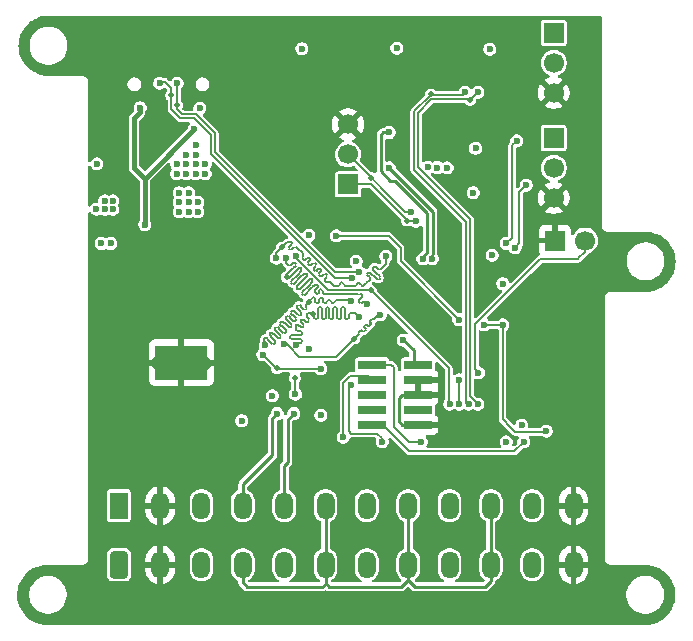
<source format=gbr>
%TF.GenerationSoftware,KiCad,Pcbnew,9.0.1*%
%TF.CreationDate,2025-07-01T00:30:54-05:00*%
%TF.ProjectId,CAN-Sensor-Hub-v1,43414e2d-5365-46e7-936f-722d4875622d,rev?*%
%TF.SameCoordinates,Original*%
%TF.FileFunction,Copper,L4,Bot*%
%TF.FilePolarity,Positive*%
%FSLAX46Y46*%
G04 Gerber Fmt 4.6, Leading zero omitted, Abs format (unit mm)*
G04 Created by KiCad (PCBNEW 9.0.1) date 2025-07-01 00:30:54*
%MOMM*%
%LPD*%
G01*
G04 APERTURE LIST*
G04 Aperture macros list*
%AMRoundRect*
0 Rectangle with rounded corners*
0 $1 Rounding radius*
0 $2 $3 $4 $5 $6 $7 $8 $9 X,Y pos of 4 corners*
0 Add a 4 corners polygon primitive as box body*
4,1,4,$2,$3,$4,$5,$6,$7,$8,$9,$2,$3,0*
0 Add four circle primitives for the rounded corners*
1,1,$1+$1,$2,$3*
1,1,$1+$1,$4,$5*
1,1,$1+$1,$6,$7*
1,1,$1+$1,$8,$9*
0 Add four rect primitives between the rounded corners*
20,1,$1+$1,$2,$3,$4,$5,0*
20,1,$1+$1,$4,$5,$6,$7,0*
20,1,$1+$1,$6,$7,$8,$9,0*
20,1,$1+$1,$8,$9,$2,$3,0*%
G04 Aperture macros list end*
%TA.AperFunction,SMDPad,CuDef*%
%ADD10C,0.500400*%
%TD*%
%TA.AperFunction,ComponentPad*%
%ADD11C,1.700000*%
%TD*%
%TA.AperFunction,ComponentPad*%
%ADD12R,1.700000X1.700000*%
%TD*%
%TA.AperFunction,ComponentPad*%
%ADD13C,0.600000*%
%TD*%
%TA.AperFunction,SMDPad,CuDef*%
%ADD14R,4.500000X2.950000*%
%TD*%
%TA.AperFunction,ComponentPad*%
%ADD15R,1.500000X2.300000*%
%TD*%
%TA.AperFunction,ComponentPad*%
%ADD16RoundRect,0.250001X-0.499999X-0.899999X0.499999X-0.899999X0.499999X0.899999X-0.499999X0.899999X0*%
%TD*%
%TA.AperFunction,ComponentPad*%
%ADD17O,1.500000X2.300000*%
%TD*%
%TA.AperFunction,SMDPad,CuDef*%
%ADD18R,2.400000X0.740000*%
%TD*%
%TA.AperFunction,ViaPad*%
%ADD19C,0.600000*%
%TD*%
%TA.AperFunction,Conductor*%
%ADD20C,0.127000*%
%TD*%
%TA.AperFunction,Conductor*%
%ADD21C,0.381000*%
%TD*%
%TA.AperFunction,Conductor*%
%ADD22C,0.254000*%
%TD*%
G04 APERTURE END LIST*
D10*
%TO.P,QSPI_IO2,1,1*%
%TO.N,QSPI_IO2*%
X141900000Y-80840000D03*
%TD*%
%TO.P,QSPI_NCS,1,1*%
%TO.N,QSPI_NCS*%
X149430000Y-84480000D03*
%TD*%
%TO.P,TP20,1,1*%
%TO.N,USART2_TX*%
X149460000Y-74930000D03*
%TD*%
%TO.P,TP19,1,1*%
%TO.N,USART2_RX*%
X152490000Y-78560000D03*
%TD*%
%TO.P,TP14,1,1*%
%TO.N,I2C1_SCL*%
X154530000Y-67880000D03*
%TD*%
%TO.P,TP13,1,1*%
%TO.N,I2C1_SDA*%
X157850000Y-68340000D03*
%TD*%
%TO.P,TP12,1,1*%
%TO.N,CAN_TX*%
X143010000Y-91880000D03*
%TD*%
%TO.P,TP11,1,1*%
%TO.N,CAN_RX*%
X141490000Y-91070000D03*
%TD*%
%TO.P,TP8,1,1*%
%TO.N,OTG_HS_DP*%
X132530000Y-67940000D03*
%TD*%
%TO.P,TP7,1,1*%
%TO.N,OTG_HS_DM*%
X133040000Y-68810000D03*
%TD*%
%TO.P,TP6,1,1*%
%TO.N,QSPI_IO3*%
X144500000Y-86500000D03*
%TD*%
%TO.P,TP4,1,1*%
%TO.N,QSPI_IO1*%
X142340000Y-83340000D03*
%TD*%
%TO.P,TP3,1,1*%
%TO.N,QSPI_IO0*%
X144190000Y-85450000D03*
%TD*%
%TO.P,TP2,1,1*%
%TO.N,QSPI_CLK*%
X148040000Y-88550000D03*
%TD*%
D11*
%TO.P,J11,3,Pin_3*%
%TO.N,GNDREF*%
X147500000Y-70420000D03*
%TO.P,J11,2,Pin_2*%
%TO.N,USART2_TX*%
X147500000Y-72960000D03*
D12*
%TO.P,J11,1,Pin_1*%
%TO.N,USART2_RX*%
X147500000Y-75500000D03*
%TD*%
%TO.P,J6,1,Pin_1*%
%TO.N,GNDREF*%
X165025000Y-80250000D03*
D11*
%TO.P,J6,2,Pin_2*%
%TO.N,Net-(J6-Pin_2)*%
X167565000Y-80250000D03*
%TD*%
D13*
%TO.P,U1,9,GNDPAD*%
%TO.N,GNDREF*%
X135200000Y-90000000D03*
X134000000Y-90000000D03*
X132700000Y-90000000D03*
X131600000Y-90000000D03*
D14*
X133400000Y-90600000D03*
D13*
X135200000Y-91200000D03*
X134000000Y-91200000D03*
X132700000Y-91200000D03*
X131600000Y-91200000D03*
%TD*%
D15*
%TO.P,J12,1,Pin_1*%
%TO.N,VBAT_12V*%
X128100000Y-102700000D03*
D16*
X128100000Y-107700000D03*
D17*
%TO.P,J12,2,Pin_2*%
%TO.N,GNDREF*%
X131600000Y-102700000D03*
X131600000Y-107700000D03*
%TO.P,J12,3,Pin_3*%
%TO.N,CAN_H*%
X135100000Y-102700000D03*
X135100000Y-107700000D03*
%TO.P,J12,4,Pin_4*%
%TO.N,CAN_L*%
X138600000Y-102700000D03*
X138600000Y-107700000D03*
%TO.P,J12,5,Pin_5*%
%TO.N,CAN_H*%
X142100000Y-102700000D03*
X142100000Y-107700000D03*
%TO.P,J12,6,Pin_6*%
%TO.N,CAN_L*%
X145600000Y-102700000D03*
X145600000Y-107700000D03*
%TO.P,J12,7,Pin_7*%
%TO.N,CAN_H*%
X149100000Y-102700000D03*
X149100000Y-107700000D03*
%TO.P,J12,8,Pin_8*%
%TO.N,CAN_L*%
X152600000Y-102700000D03*
X152600000Y-107700000D03*
%TO.P,J12,9,Pin_9*%
%TO.N,CAN_H*%
X156100000Y-102700000D03*
X156100000Y-107700000D03*
%TO.P,J12,10,Pin_10*%
%TO.N,CAN_L*%
X159600000Y-102700000D03*
X159600000Y-107700000D03*
%TO.P,J12,11,Pin_11*%
%TO.N,VBAT_12V*%
X163100000Y-102700000D03*
X163100000Y-107700000D03*
%TO.P,J12,12,Pin_12*%
%TO.N,GNDREF*%
X166600000Y-102700000D03*
X166600000Y-107700000D03*
%TD*%
D18*
%TO.P,J5,1,VTref*%
%TO.N,VDD_3V3*%
X153450000Y-90760000D03*
%TO.P,J5,2,SWDIO/TMS*%
%TO.N,Net-(J5-SWDIO{slash}TMS)*%
X149550000Y-90760000D03*
%TO.P,J5,3,GND*%
%TO.N,GNDREF*%
X153450000Y-92030000D03*
%TO.P,J5,4,SWCLK/TCK*%
%TO.N,Net-(J5-SWCLK{slash}TCK)*%
X149550000Y-92030000D03*
%TO.P,J5,5,GND*%
%TO.N,GNDREF*%
X153450000Y-93300000D03*
%TO.P,J5,6,SWO/TDO*%
%TO.N,unconnected-(J5-SWO{slash}TDO-Pad6)*%
X149550000Y-93300000D03*
%TO.P,J5,7,KEY*%
%TO.N,unconnected-(J5-KEY-Pad7)*%
X153450000Y-94570000D03*
%TO.P,J5,8,NC/TDI*%
%TO.N,unconnected-(J5-NC{slash}TDI-Pad8)*%
X149550000Y-94570000D03*
%TO.P,J5,9,GNDDetect*%
%TO.N,GNDREF*%
X153450000Y-95840000D03*
%TO.P,J5,10,~{RESET}*%
%TO.N,Net-(J5-~{RESET})*%
X149550000Y-95840000D03*
%TD*%
D12*
%TO.P,J10,1,Pin_1*%
%TO.N,DIO_0_5V*%
X164915000Y-62660000D03*
D11*
%TO.P,J10,2,Pin_2*%
%TO.N,VDD_5V*%
X164915000Y-65200000D03*
%TO.P,J10,3,Pin_3*%
%TO.N,GNDREF*%
X164915000Y-67740000D03*
%TD*%
D12*
%TO.P,J9,1,Pin_1*%
%TO.N,DIO_1_5V*%
X164915000Y-71560000D03*
D11*
%TO.P,J9,2,Pin_2*%
%TO.N,VDD_5V*%
X164915000Y-74100000D03*
%TO.P,J9,3,Pin_3*%
%TO.N,GNDREF*%
X164915000Y-76640000D03*
%TD*%
D19*
%TO.N,CAN_TX*%
X143055000Y-93255000D03*
%TO.N,NRST*%
X146500000Y-79850000D03*
%TO.N,GNDREF*%
X149300000Y-76450000D03*
X155500000Y-66500000D03*
%TO.N,VDD_3V3*%
X126250000Y-73750000D03*
X158300000Y-72450000D03*
X158100000Y-76200000D03*
%TO.N,GNDREF*%
X163350000Y-84750000D03*
X143950000Y-93400000D03*
X137350000Y-97350000D03*
X142110000Y-93420000D03*
%TO.N,VDD_3V3*%
X145200000Y-95050000D03*
%TO.N,CAN_RX*%
X145200000Y-91100000D03*
%TO.N,GNDREF*%
X166000000Y-82500000D03*
X155300000Y-92050000D03*
X139700000Y-69950000D03*
X155900000Y-69200000D03*
X155850000Y-71500000D03*
%TO.N,Net-(J6-Pin_2)*%
X156906493Y-94098268D03*
X156900000Y-92050000D03*
X158550000Y-91450000D03*
%TO.N,GNDREF*%
X145150000Y-75700000D03*
X143400000Y-68500000D03*
%TO.N,NRST*%
X159036500Y-87400000D03*
X156900000Y-86950000D03*
%TO.N,USART2_TX*%
X152800000Y-77800000D03*
%TO.N,USART2_RX*%
X153250000Y-78600000D03*
%TO.N,CAN_L*%
X141500000Y-94900000D03*
%TO.N,CAN_H*%
X142900000Y-94900000D03*
%TO.N,IO_LED3*%
X154636500Y-81800000D03*
%TO.N,IO_LED2*%
X153836497Y-81800000D03*
%TO.N,IO_LED3*%
X151000000Y-74100000D03*
%TO.N,IO_LED2*%
X151000000Y-71100000D03*
%TO.N,Net-(J5-SWDIO{slash}TMS)*%
X153700000Y-97300000D03*
%TO.N,NRST*%
X160600000Y-87400000D03*
X164300000Y-96400000D03*
%TO.N,Net-(J5-~{RESET})*%
X162400000Y-97300000D03*
%TO.N,Net-(J5-SWCLK{slash}TCK)*%
X147100000Y-96900000D03*
%TO.N,SWDIO{slash}TMS*%
X147800000Y-92500000D03*
X150400000Y-97300000D03*
%TO.N,VDD_3V3*%
X152200000Y-88700000D03*
%TO.N,DIO_0_3V3*%
X160900000Y-80500000D03*
%TO.N,DIO_1_3V3*%
X161646398Y-80846398D03*
%TO.N,GNDREF*%
X159500000Y-77100000D03*
X138200000Y-69900000D03*
%TO.N,VDD_3V3*%
X134600000Y-72200000D03*
X134600000Y-73000000D03*
X133800000Y-73000000D03*
X133000000Y-73800000D03*
X133800000Y-73800000D03*
X134600000Y-73800000D03*
X135400000Y-73800000D03*
X135400000Y-74600000D03*
X134600000Y-74600000D03*
X133800000Y-74600000D03*
X133000000Y-74600000D03*
%TO.N,GNDREF*%
X159700000Y-94200000D03*
%TO.N,QSPI_NCS*%
X156106493Y-94100347D03*
%TO.N,QSPI_CLK*%
X150250000Y-86550000D03*
%TO.N,QSPI_NCS*%
X143087398Y-81553988D03*
%TO.N,QSPI_CLK*%
X142097889Y-89040000D03*
%TO.N,QSPI_IO0*%
X147800000Y-85400000D03*
%TO.N,QSPI_IO1*%
X149100000Y-85600000D03*
%TO.N,QSPI_IO2*%
X150700000Y-81600000D03*
%TO.N,QSPI_IO3*%
X148400000Y-86700000D03*
%TO.N,QSPI_IO0*%
X140500000Y-89100000D03*
%TO.N,CAN_RX*%
X140295000Y-89905000D03*
%TO.N,QSPI_IO1*%
X142260000Y-81730000D03*
%TO.N,QSPI_IO2*%
X141444955Y-81745000D03*
%TO.N,GNDREF*%
X140200000Y-81720000D03*
%TO.N,OTG_HS_DP*%
X131550000Y-66930000D03*
%TO.N,OTG_HS_DM*%
X133050000Y-66950000D03*
%TO.N,I2C1_SDA*%
X158500000Y-67700000D03*
%TO.N,I2C1_SCL*%
X157400000Y-67700000D03*
%TO.N,I2C1_SDA*%
X158506443Y-94111014D03*
%TO.N,I2C1_SCL*%
X157706477Y-94103387D03*
%TO.N,DIO_1_3V3*%
X162600000Y-75550000D03*
%TO.N,DIO_0_3V3*%
X161800000Y-71800000D03*
%TO.N,VBUS_5V*%
X130300000Y-78900000D03*
X134500000Y-70800000D03*
X134950000Y-69050000D03*
X129900000Y-69000000D03*
%TO.N,VDD_5V*%
X154263455Y-74066545D03*
X155080000Y-74070000D03*
X155890000Y-74100000D03*
X141100000Y-93400000D03*
X126600000Y-80500000D03*
X127400000Y-80500000D03*
X126200000Y-77600000D03*
X127600000Y-77600000D03*
X126900000Y-77600000D03*
X126900000Y-76900000D03*
X127600000Y-76900000D03*
X133200000Y-77800000D03*
X134000000Y-77800000D03*
X134800000Y-77800000D03*
X134800000Y-77000000D03*
X134000000Y-77000000D03*
X134000000Y-76200000D03*
X133200000Y-77000000D03*
X133200000Y-76200000D03*
%TO.N,VDD_3V3*%
X162200000Y-95900000D03*
X160900000Y-97300000D03*
%TO.N,GNDREF*%
X164100000Y-94900000D03*
%TO.N,VDD_3V3*%
X144200000Y-89400000D03*
%TO.N,OTG_HS_DM*%
X148440000Y-82900000D03*
%TO.N,OTG_HS_DP*%
X147860000Y-83463500D03*
%TO.N,VDD_3V3*%
X138500000Y-95500000D03*
%TO.N,GNDREF*%
X146200000Y-96700000D03*
%TO.N,VDD_3V3*%
X144200000Y-79800000D03*
%TO.N,GNDREF*%
X149300000Y-82000000D03*
%TO.N,VDD_3V3*%
X148200000Y-82000000D03*
%TO.N,GNDREF*%
X160200000Y-79000000D03*
%TO.N,VDD_3V3*%
X159700000Y-81500000D03*
X160600000Y-83900000D03*
%TO.N,GNDREF*%
X127500000Y-73000000D03*
X127500000Y-73700000D03*
X127500000Y-74400000D03*
X127190000Y-65100000D03*
X127190000Y-65900000D03*
X137410000Y-65900000D03*
X137410000Y-65100000D03*
%TO.N,VDD_3V3*%
X159500000Y-64050000D03*
X143600000Y-64000000D03*
X151650000Y-63950000D03*
%TO.N,GNDREF*%
X144600000Y-64000000D03*
X152600000Y-63950000D03*
X160500000Y-64050000D03*
X130400000Y-90300000D03*
X168800000Y-85200000D03*
X164100000Y-89000000D03*
X168000000Y-88000000D03*
X168000000Y-93400000D03*
X168800000Y-86300000D03*
X168100000Y-90700000D03*
X129600000Y-90300000D03*
X164100000Y-88100000D03*
X163950000Y-83550000D03*
X131100000Y-94900000D03*
X167500000Y-83500000D03*
X131100000Y-96300000D03*
X164100000Y-93400000D03*
X168000000Y-89000000D03*
X131100000Y-97100000D03*
X128800000Y-90300000D03*
X131100000Y-95600000D03*
X168100000Y-91700000D03*
%TO.N,QSPI_IO3*%
X143120000Y-89060000D03*
%TD*%
D20*
%TO.N,CAN_TX*%
X143055000Y-93255000D02*
X143010000Y-93210000D01*
X143010000Y-93210000D02*
X143010000Y-91880000D01*
%TO.N,QSPI_IO3*%
X143120000Y-88602200D02*
X142730800Y-88602200D01*
X144954800Y-86789200D02*
X144954800Y-86530800D01*
X147243800Y-86530800D02*
X147243800Y-86789200D01*
X143640000Y-88798400D02*
X143640000Y-88733000D01*
X145412600Y-86920000D02*
X145478000Y-86920000D01*
X145935800Y-86400000D02*
X145935800Y-86789200D01*
X143767427Y-86937552D02*
X143950143Y-87120268D01*
X145608800Y-86400000D02*
X145608800Y-86010800D01*
X145739600Y-85880000D02*
X145805000Y-85880000D01*
X146720600Y-86920000D02*
X146786000Y-86920000D01*
X146916800Y-86400000D02*
X146916800Y-86010800D01*
X143250800Y-88275200D02*
X143509200Y-88275200D01*
X143120000Y-87752000D02*
X143120000Y-87400000D01*
X142730800Y-88275200D02*
X143120000Y-88275200D01*
X144044895Y-86475104D02*
X144120000Y-86400000D01*
X146262800Y-86789200D02*
X146262800Y-86400000D01*
X143582447Y-86937552D02*
X143582448Y-86937552D01*
X145935800Y-86010800D02*
X145935800Y-86400000D01*
X143120000Y-88275200D02*
X143250800Y-88275200D01*
X143672674Y-87582716D02*
X143718918Y-87536471D01*
X147767000Y-86400000D02*
X148100000Y-86400000D01*
X143640000Y-88144400D02*
X143640000Y-88079000D01*
X143250800Y-88929200D02*
X143509200Y-88929200D01*
X147243800Y-86010800D02*
X147243800Y-86400000D01*
X143509200Y-88602200D02*
X143250800Y-88602200D01*
X148100000Y-86400000D02*
X148400000Y-86700000D01*
X143250800Y-88602200D02*
X143120000Y-88602200D01*
X142600000Y-88471400D02*
X142600000Y-88406000D01*
X143509200Y-87948200D02*
X143250800Y-87948200D01*
X144135122Y-87120268D02*
X144181366Y-87074023D01*
X143120000Y-87817400D02*
X143120000Y-87752000D01*
X147243800Y-86400000D02*
X147243800Y-86530800D01*
X143304979Y-87400000D02*
X143487695Y-87582716D01*
X146262800Y-86400000D02*
X146262800Y-86010800D01*
X143718918Y-87351492D02*
X143536201Y-87168775D01*
X147701600Y-86400000D02*
X147767000Y-86400000D01*
X143536201Y-86983796D02*
X143582447Y-86937552D01*
X144181366Y-86889044D02*
X143998649Y-86706327D01*
X143998649Y-86521348D02*
X144044895Y-86475104D01*
X145085600Y-85880000D02*
X145151000Y-85880000D01*
X144120000Y-86400000D02*
X144497000Y-86400000D01*
X145281800Y-86789200D02*
G75*
G03*
X145412600Y-86920000I130800J0D01*
G01*
X145151000Y-85880000D02*
G75*
G02*
X145281800Y-86010800I0J-130800D01*
G01*
X144181366Y-87074023D02*
G75*
G03*
X144181400Y-86889010I-92466J92523D01*
G01*
X143487695Y-87582716D02*
G75*
G03*
X143672674Y-87582717I92490J92491D01*
G01*
X143582448Y-86937552D02*
G75*
G02*
X143767427Y-86937551I92490J-92491D01*
G01*
X143640000Y-88079000D02*
G75*
G03*
X143509200Y-87948200I-130800J0D01*
G01*
X143998649Y-86706327D02*
G75*
G02*
X143998611Y-86521310I92451J92527D01*
G01*
X145935800Y-86789200D02*
G75*
G03*
X146066600Y-86920000I130800J0D01*
G01*
X144954800Y-86010800D02*
G75*
G02*
X145085600Y-85880000I130800J0D01*
G01*
X143120000Y-89060000D02*
G75*
G02*
X143250800Y-88929200I130800J0D01*
G01*
X143120000Y-87400000D02*
G75*
G02*
X143304979Y-87399999I92490J-92491D01*
G01*
X145608800Y-86010800D02*
G75*
G02*
X145739600Y-85880000I130800J0D01*
G01*
X147570800Y-86530800D02*
G75*
G02*
X147701600Y-86400000I130800J0D01*
G01*
X144627800Y-86789200D02*
G75*
G03*
X144758600Y-86920000I130800J0D01*
G01*
X143950143Y-87120268D02*
G75*
G03*
X144135122Y-87120269I92490J92491D01*
G01*
X147113000Y-85880000D02*
G75*
G02*
X147243800Y-86010800I0J-130800D01*
G01*
X147243800Y-86789200D02*
G75*
G03*
X147374600Y-86920000I130800J0D01*
G01*
X146786000Y-86920000D02*
G75*
G03*
X146916800Y-86789200I0J130800D01*
G01*
X146589800Y-86789200D02*
G75*
G03*
X146720600Y-86920000I130800J0D01*
G01*
X144497000Y-86400000D02*
G75*
G02*
X144627800Y-86530800I0J-130800D01*
G01*
X146132000Y-86920000D02*
G75*
G03*
X146262800Y-86789200I0J130800D01*
G01*
X146916800Y-86010800D02*
G75*
G02*
X147047600Y-85880000I130800J0D01*
G01*
X146459000Y-85880000D02*
G75*
G02*
X146589800Y-86010800I0J-130800D01*
G01*
X146262800Y-86010800D02*
G75*
G02*
X146393600Y-85880000I130800J0D01*
G01*
X145478000Y-86920000D02*
G75*
G03*
X145608800Y-86789200I0J130800D01*
G01*
X144954800Y-86530800D02*
X144954800Y-86400000D01*
X147374600Y-86920000D02*
X147440000Y-86920000D01*
X143640000Y-88733000D02*
G75*
G03*
X143509200Y-88602200I-130800J0D01*
G01*
X142600000Y-88406000D02*
G75*
G02*
X142730800Y-88275200I130800J0D01*
G01*
X145805000Y-85880000D02*
G75*
G02*
X145935800Y-86010800I0J-130800D01*
G01*
X143509200Y-88929200D02*
G75*
G03*
X143640000Y-88798400I0J130800D01*
G01*
X143509200Y-88275200D02*
G75*
G03*
X143640000Y-88144400I0J130800D01*
G01*
X143718918Y-87536471D02*
G75*
G03*
X143718900Y-87351510I-92518J92471D01*
G01*
X147440000Y-86920000D02*
G75*
G03*
X147570800Y-86789200I0J130800D01*
G01*
X142730800Y-88602200D02*
G75*
G02*
X142600000Y-88471400I0J130800D01*
G01*
X143536201Y-87168775D02*
G75*
G02*
X143536215Y-86983810I92499J92475D01*
G01*
X144824000Y-86920000D02*
G75*
G03*
X144954800Y-86789200I0J130800D01*
G01*
X143250800Y-87948200D02*
G75*
G02*
X143120000Y-87817400I0J130800D01*
G01*
X145281800Y-86010800D02*
X145281800Y-86400000D01*
X145281800Y-86400000D02*
X145281800Y-86789200D01*
X145608800Y-86789200D02*
X145608800Y-86400000D01*
X146066600Y-86920000D02*
X146132000Y-86920000D01*
X146393600Y-85880000D02*
X146459000Y-85880000D01*
X146589800Y-86010800D02*
X146589800Y-86400000D01*
X147047600Y-85880000D02*
X147113000Y-85880000D01*
X146916800Y-86789200D02*
X146916800Y-86400000D01*
X146589800Y-86400000D02*
X146589800Y-86789200D01*
X147570800Y-86789200D02*
X147570800Y-86530800D01*
X144758600Y-86920000D02*
X144824000Y-86920000D01*
X144627800Y-86530800D02*
X144627800Y-86789200D01*
X144954800Y-86400000D02*
X144954800Y-86010800D01*
%TO.N,QSPI_IO2*%
X149853123Y-82491564D02*
X150037443Y-82675884D01*
X142548764Y-80954587D02*
X142595433Y-81001256D01*
X145619475Y-83103903D02*
X145695035Y-83179463D01*
X148562000Y-83957342D02*
X148562000Y-83968000D01*
X144294992Y-81937159D02*
X144216074Y-82016074D01*
X145070544Y-83186178D02*
X145146072Y-83261706D01*
X145537590Y-83651795D02*
X145613833Y-83728038D01*
X148232000Y-83968000D02*
X148232000Y-83957342D01*
X144686174Y-82170501D02*
X144761683Y-82246010D01*
X141444955Y-81295045D02*
X142343069Y-80396931D01*
X145616142Y-83416142D02*
X145537590Y-83494693D01*
X141444955Y-81745000D02*
X141444955Y-81295045D01*
X144216075Y-82016075D02*
X144137166Y-82094983D01*
X142733069Y-80396931D02*
G75*
G02*
X142733100Y-80583638I-93369J-93369D01*
G01*
X142595433Y-81001256D02*
G75*
G03*
X142782109Y-81001256I93338J93338D01*
G01*
X143668069Y-81625171D02*
G75*
G03*
X143668091Y-81782251I78531J-78529D01*
G01*
X142966413Y-80816951D02*
G75*
G02*
X143153089Y-80816951I93338J-93338D01*
G01*
X142548764Y-80767911D02*
G75*
G03*
X142548813Y-80954538I93336J-93289D01*
G01*
X150037443Y-82675884D02*
G75*
G03*
X150224119Y-82675884I93338J93338D01*
G01*
X144137166Y-82094983D02*
G75*
G03*
X144137157Y-82252808I78934J-78917D01*
G01*
X145613833Y-83728038D02*
G75*
G03*
X145770935Y-83728038I78551J78551D01*
G01*
X147010000Y-83775336D02*
G75*
G02*
X147141964Y-83907336I0J-131964D01*
G01*
X144212694Y-82328328D02*
G75*
G03*
X144370511Y-82328328I78908J78912D01*
G01*
X144528336Y-82170499D02*
G75*
G02*
X144686220Y-82170455I78964J-78901D01*
G01*
X144679383Y-82795017D02*
G75*
G03*
X144837200Y-82795018I78909J78912D01*
G01*
X143747076Y-81861280D02*
G75*
G03*
X143904179Y-81861281I78552J78552D01*
G01*
X144761683Y-82246010D02*
G75*
G02*
X144761655Y-82403818I-78883J-78890D01*
G01*
X145146072Y-83261706D02*
G75*
G03*
X145303889Y-83261707I78909J78912D01*
G01*
X148100000Y-84100000D02*
G75*
G03*
X148232000Y-83968000I0J132000D01*
G01*
X145070544Y-83028361D02*
G75*
G03*
X145070513Y-83186208I78956J-78939D01*
G01*
X145461689Y-83103902D02*
G75*
G02*
X145619493Y-83103884I78911J-78898D01*
G01*
X144603855Y-82561672D02*
G75*
G03*
X144603835Y-82719508I78945J-78928D01*
G01*
X144294992Y-81779327D02*
G75*
G02*
X144294949Y-81937116I-78892J-78873D01*
G01*
X145537590Y-83494693D02*
G75*
G03*
X145537634Y-83651751I78510J-78507D01*
G01*
X148562000Y-83968000D02*
G75*
G03*
X148694000Y-84100000I132000J0D01*
G01*
X146680000Y-84100000D02*
G75*
G03*
X146812000Y-83968000I0J132000D01*
G01*
X145695035Y-83179463D02*
G75*
G02*
X145695080Y-83337292I-78935J-78937D01*
G01*
X146812000Y-83907336D02*
G75*
G02*
X146944000Y-83775300I132000J36D01*
G01*
X148430000Y-83825342D02*
G75*
G02*
X148561958Y-83957342I0J-131958D01*
G01*
X147142000Y-83968000D02*
G75*
G03*
X147274000Y-84100000I132000J0D01*
G01*
X149337400Y-83562598D02*
G75*
G03*
X149337360Y-83375962I-93300J93298D01*
G01*
X149619775Y-82724911D02*
G75*
G02*
X149619802Y-82538262I93325J93311D01*
G01*
X144061645Y-81703812D02*
G75*
G02*
X144219518Y-81703775I78955J-78888D01*
G01*
X149153073Y-83191595D02*
G75*
G02*
X149153116Y-83004962I93327J93295D01*
G01*
X148232000Y-83957342D02*
G75*
G02*
X148364000Y-83825300I132000J42D01*
G01*
X149199745Y-82958248D02*
G75*
G02*
X149386421Y-82958248I93338J-93338D01*
G01*
X149941759Y-83513587D02*
G75*
G03*
X150128435Y-83513587I93338J93338D01*
G01*
X149666447Y-82491564D02*
G75*
G02*
X149853123Y-82491564I93338J-93338D01*
G01*
X145770935Y-83728038D02*
G75*
G02*
X145928037Y-83728038I78551J-78551D01*
G01*
X143668069Y-81468069D02*
G75*
G02*
X143668049Y-81625151I-78569J-78531D01*
G01*
X145228346Y-82712774D02*
G75*
G02*
X145228380Y-82870593I-78846J-78926D01*
G01*
X144995000Y-82637213D02*
G75*
G02*
X145152794Y-82637206I78900J-78887D01*
G01*
X150175104Y-83466917D02*
G75*
G03*
X150175083Y-83280262I-93304J93317D01*
G01*
X145616141Y-83416141D02*
X145616142Y-83416142D01*
X150224119Y-82675884D02*
X150270787Y-82629214D01*
X148800000Y-84100000D02*
X149068700Y-83831299D01*
X144682764Y-82482764D02*
X144603855Y-82561672D01*
X145228347Y-82870560D02*
X145149452Y-82949452D01*
X150128435Y-83513587D02*
X150175104Y-83466917D01*
X144837200Y-82795017D02*
X144916108Y-82716108D01*
X146812000Y-83968000D02*
X146812000Y-83907336D01*
X143199759Y-80863621D02*
X143668069Y-81331931D01*
X145149452Y-82949452D02*
X145149453Y-82949453D01*
X146001515Y-83801515D02*
X146300000Y-84100000D01*
X145695036Y-83337249D02*
X145616141Y-83416141D01*
X147720000Y-84100000D02*
X148100000Y-84100000D01*
X143153089Y-80816951D02*
X143199759Y-80863621D01*
X149570749Y-83142576D02*
X149664087Y-83235914D01*
X142343069Y-80396931D02*
X142733069Y-80396931D01*
X143982730Y-81782730D02*
X144061645Y-81703812D01*
X143668069Y-81331931D02*
X143668069Y-81468069D01*
X145152786Y-82637214D02*
X145228346Y-82712774D01*
X143668069Y-81782273D02*
X143747076Y-81861280D01*
X143904179Y-81861280D02*
X143982730Y-81782728D01*
X144216074Y-82016074D02*
X144216075Y-82016075D01*
X150175104Y-83280241D02*
X149897430Y-83002567D01*
X144682763Y-82482763D02*
X144682764Y-82482764D01*
X147274000Y-84100000D02*
X147340000Y-84100000D01*
X145303889Y-83261706D02*
X145382797Y-83182797D01*
X149897432Y-83002568D02*
X149804094Y-82909230D01*
X146300000Y-84100000D02*
X146680000Y-84100000D01*
X143982730Y-81782728D02*
X143982730Y-81782730D01*
X144219479Y-81703814D02*
X144294992Y-81779327D01*
X145928037Y-83728038D02*
X146001515Y-83801515D01*
X142733069Y-80583607D02*
X142548764Y-80767911D01*
X149386421Y-82958248D02*
X149570749Y-83142576D01*
X144137166Y-82252800D02*
X144212694Y-82328328D01*
X144449419Y-82249419D02*
X144528336Y-82170499D01*
X144370511Y-82328328D02*
X144449419Y-82249419D01*
X142782109Y-81001256D02*
X142966413Y-80816951D01*
X144603855Y-82719489D02*
X144679383Y-82795017D01*
X144916108Y-82716108D02*
X144995000Y-82637213D01*
X145382797Y-83182797D02*
X145461689Y-83103902D01*
X146944000Y-83775336D02*
X147010000Y-83775336D01*
X147142000Y-83907336D02*
X147142000Y-83968000D01*
X147340000Y-84100000D02*
X147720000Y-84100000D01*
X149068700Y-83831299D02*
X149337400Y-83562598D01*
X148364000Y-83825342D02*
X148430000Y-83825342D01*
X148694000Y-84100000D02*
X148760000Y-84100000D01*
X148760000Y-84100000D02*
X148800000Y-84100000D01*
X149337400Y-83375922D02*
X149153073Y-83191595D01*
X149153073Y-83004919D02*
X149199745Y-82958248D01*
X149664087Y-83235914D02*
X149664086Y-83235914D01*
X149897430Y-83002567D02*
X149897432Y-83002568D01*
X149804094Y-82909230D02*
X149619775Y-82724911D01*
X150270787Y-82629214D02*
X150700000Y-82200000D01*
X150700000Y-81616450D02*
X150700000Y-81600000D01*
X150700000Y-82200000D02*
X150700000Y-81616450D01*
X149619775Y-82538235D02*
X149666447Y-82491564D01*
X144761683Y-82403846D02*
X144682763Y-82482763D01*
X145149453Y-82949453D02*
X145070544Y-83028361D01*
X149664086Y-83235914D02*
X149941759Y-83513587D01*
%TO.N,QSPI_IO1*%
X148193000Y-84800000D02*
X148300000Y-84800000D01*
X142778712Y-82678713D02*
X142778713Y-82678713D01*
X142778713Y-82678713D02*
X142248948Y-83208477D01*
X143934823Y-83834823D02*
X144252454Y-83517189D01*
X144899878Y-83979634D02*
X144946122Y-84025878D01*
X142248948Y-83393456D02*
X142295192Y-83439700D01*
X148612541Y-85112541D02*
X148520051Y-85205030D01*
X148982499Y-85482499D02*
X149100000Y-85600000D01*
X142711392Y-83855900D02*
X142757636Y-83902144D01*
X142871202Y-82586223D02*
X142778712Y-82678713D01*
X143512546Y-82592302D02*
X143558790Y-82638546D01*
X148612540Y-85112541D02*
X148612541Y-85112541D01*
X148936252Y-85436253D02*
X148982499Y-85482499D01*
X148300000Y-84800000D02*
G75*
G03*
X148462634Y-84800000I81317J81316D01*
G01*
X142455000Y-82355000D02*
G75*
G03*
X142639989Y-82355011I92500J92500D01*
G01*
X148693857Y-84868589D02*
G75*
G02*
X148693851Y-85031217I-81357J-81311D01*
G01*
X148436329Y-85288752D02*
G75*
G03*
X148436370Y-85473689I92471J-92448D01*
G01*
X148462634Y-84800000D02*
G75*
G02*
X148625268Y-84800000I81317J-81316D01*
G01*
X144720980Y-84620979D02*
X144767225Y-84667225D01*
X142260000Y-81730000D02*
X142260000Y-82160000D01*
X142260000Y-82160000D02*
X142455000Y-82355000D01*
X144397267Y-84297267D02*
X144489755Y-84204776D01*
X143014746Y-82165213D02*
X143060990Y-82211457D01*
X143060989Y-82396435D02*
X142871202Y-82586223D01*
X144489755Y-84204776D02*
X144714898Y-83979633D01*
X142480171Y-83439700D02*
X143009935Y-82909935D01*
X143558791Y-82823526D02*
X143241157Y-83141157D01*
X142639980Y-82355001D02*
X142829766Y-82165212D01*
X143636280Y-84780788D02*
X143682524Y-84827032D01*
X142942615Y-83902144D02*
X143472379Y-83372379D01*
X143009935Y-82909935D02*
X143327566Y-82592301D01*
X145488600Y-84800000D02*
X145554000Y-84800000D01*
X143472379Y-83372379D02*
X143790010Y-83054745D01*
X143974990Y-83054746D02*
X144021234Y-83100990D01*
X144021235Y-83285970D02*
X143703601Y-83603601D01*
X145357800Y-84500800D02*
X145357800Y-84669200D01*
X143703601Y-83603601D02*
X143173836Y-84133365D01*
X143173836Y-84318344D02*
X143220080Y-84364588D01*
X143405059Y-84364588D02*
X143934823Y-83834823D01*
X144437434Y-83517190D02*
X144483678Y-83563434D01*
X144483679Y-83748414D02*
X144166045Y-84066045D01*
X144166045Y-84066045D02*
X143636280Y-84595809D01*
X148520051Y-85205030D02*
X148436329Y-85288752D01*
X144946123Y-84210858D02*
X144720979Y-84435999D01*
X144767225Y-84667225D02*
X144900000Y-84800000D01*
X145030800Y-84669200D02*
X145030800Y-84500800D01*
X148436329Y-85473731D02*
X148482573Y-85519975D01*
X148625268Y-84800000D02*
X148693857Y-84868589D01*
X145554000Y-84800000D02*
X148193000Y-84800000D01*
X148693857Y-85031223D02*
X148612540Y-85112541D01*
X144252454Y-83517189D02*
G75*
G02*
X144437390Y-83517233I92446J-92511D01*
G01*
X143220080Y-84364588D02*
G75*
G03*
X143405059Y-84364589I92490J92491D01*
G01*
X143173836Y-84133365D02*
G75*
G03*
X143173790Y-84318390I92464J-92535D01*
G01*
X148751273Y-85436253D02*
G75*
G02*
X148936252Y-85436252I92490J-92491D01*
G01*
X143636280Y-84595809D02*
G75*
G03*
X143636278Y-84780789I92520J-92491D01*
G01*
X144483678Y-83563434D02*
G75*
G02*
X144483655Y-83748389I-92478J-92466D01*
G01*
X142829766Y-82165212D02*
G75*
G02*
X143014790Y-82165168I92534J-92488D01*
G01*
X142248948Y-83208477D02*
G75*
G03*
X142248914Y-83393490I92452J-92523D01*
G01*
X143060990Y-82211457D02*
G75*
G02*
X143060944Y-82396389I-92490J-92443D01*
G01*
X144720979Y-84435999D02*
G75*
G03*
X144720968Y-84620990I92521J-92501D01*
G01*
X143558790Y-82638546D02*
G75*
G02*
X143558755Y-82823489I-92490J-92454D01*
G01*
X142295192Y-83439700D02*
G75*
G03*
X142480171Y-83439701I92490J92491D01*
G01*
X143241157Y-83141157D02*
X142711392Y-83670921D01*
X145227000Y-84370000D02*
G75*
G02*
X145357800Y-84500800I0J-130800D01*
G01*
X142711392Y-83670921D02*
G75*
G03*
X142711402Y-83855890I92508J-92479D01*
G01*
X143682524Y-84827032D02*
G75*
G03*
X143867503Y-84827033I92490J92491D01*
G01*
X143790010Y-83054745D02*
G75*
G02*
X143974991Y-83054746I92490J-92455D01*
G01*
X144714898Y-83979633D02*
G75*
G02*
X144899891Y-83979621I92502J-92467D01*
G01*
X148482573Y-85519975D02*
G75*
G03*
X148667552Y-85519976I92490J92491D01*
G01*
X144900000Y-84800000D02*
G75*
G03*
X145030800Y-84669200I0J130800D01*
G01*
X143327566Y-82592301D02*
G75*
G02*
X143512590Y-82592257I92534J-92499D01*
G01*
X144946122Y-84025878D02*
G75*
G02*
X144946155Y-84210889I-92522J-92522D01*
G01*
X145030800Y-84500800D02*
G75*
G02*
X145161600Y-84370000I130800J0D01*
G01*
X148667552Y-85519975D02*
X148751273Y-85436253D01*
X143867503Y-84827032D02*
X144397267Y-84297267D01*
X145357800Y-84669200D02*
G75*
G03*
X145488600Y-84800000I130800J0D01*
G01*
X142757636Y-83902144D02*
G75*
G03*
X142942615Y-83902145I92490J92491D01*
G01*
X145161600Y-84370000D02*
X145227000Y-84370000D01*
X144021234Y-83100990D02*
G75*
G02*
X144021255Y-83285989I-92534J-92510D01*
G01*
X142260000Y-81730000D02*
X142230000Y-81700000D01*
%TO.N,QSPI_NCS*%
X143087398Y-81707398D02*
X143089504Y-81709504D01*
X156050000Y-94043854D02*
X156106493Y-94100347D01*
X143087398Y-81553988D02*
X143087398Y-81707398D01*
X143109504Y-81709504D02*
X145828000Y-84428000D01*
X143089504Y-81709504D02*
X143109504Y-81709504D01*
X156050000Y-91050000D02*
X156050000Y-94043854D01*
X145828000Y-84428000D02*
X149428000Y-84428000D01*
X149428000Y-84428000D02*
X156050000Y-91050000D01*
%TO.N,I2C1_SDA*%
X153428000Y-74028000D02*
X153428000Y-69435862D01*
X158506443Y-94106443D02*
X157850000Y-93450000D01*
X157850000Y-93450000D02*
X157850000Y-78450000D01*
X157850000Y-78450000D02*
X153428000Y-74028000D01*
X158506443Y-94111014D02*
X158506443Y-94106443D01*
X153428000Y-69435862D02*
X154563862Y-68300000D01*
X157900000Y-68300000D02*
X158500000Y-67700000D01*
X154563862Y-68300000D02*
X157900000Y-68300000D01*
%TO.N,I2C1_SCL*%
X157706477Y-94103387D02*
X157603387Y-94103387D01*
X153100000Y-69300000D02*
X154500000Y-67900000D01*
X157603387Y-94103387D02*
X157500000Y-94000000D01*
X157500000Y-94000000D02*
X157500000Y-78700000D01*
X157500000Y-78700000D02*
X153100000Y-74300000D01*
X157200000Y-67900000D02*
X157400000Y-67700000D01*
X153100000Y-74300000D02*
X153100000Y-69300000D01*
X154500000Y-67900000D02*
X157200000Y-67900000D01*
%TO.N,Net-(J6-Pin_2)*%
X156906493Y-93806493D02*
X156900000Y-93800000D01*
X156906493Y-94098268D02*
X156906493Y-93806493D01*
X156900000Y-93800000D02*
X156900000Y-92050000D01*
%TO.N,QSPI_CLK*%
X142097889Y-89040000D02*
X142320000Y-89040000D01*
X146500000Y-90100000D02*
X148435000Y-88165000D01*
X142320000Y-89040000D02*
X142555500Y-89275500D01*
X142555500Y-89293824D02*
X143361676Y-90100000D01*
X142555500Y-89275500D02*
X142555500Y-89293824D01*
X143361676Y-90100000D02*
X146500000Y-90100000D01*
X148987250Y-87702551D02*
X148942348Y-87657649D01*
X148942350Y-87657650D02*
X148897449Y-87612749D01*
X148666226Y-87843973D02*
X148711128Y-87888875D01*
X148897449Y-87522947D02*
X149038873Y-87381524D01*
X149173575Y-87426425D02*
X149218476Y-87471326D01*
X148435000Y-87985396D02*
X148576424Y-87843973D01*
X149822348Y-86777653D02*
X150050000Y-86550000D01*
X148711128Y-87888875D02*
X148711126Y-87888874D01*
X148711126Y-87888874D02*
X148756027Y-87933775D01*
X148845829Y-87933775D02*
X148987250Y-87792353D01*
X149173577Y-87426427D02*
X149173575Y-87426425D01*
X148942348Y-87657649D02*
X148942350Y-87657650D01*
X149128675Y-87381525D02*
X149173577Y-87426427D01*
X149308278Y-87471326D02*
X149449699Y-87329904D01*
X149449699Y-87240102D02*
X149404797Y-87195200D01*
X149404797Y-87195200D02*
X149404799Y-87195201D01*
X149404799Y-87195201D02*
X149359898Y-87150300D01*
X149680928Y-86919075D02*
X149822348Y-86777653D01*
X149359898Y-87060498D02*
X149501322Y-86919075D01*
X150050000Y-86550000D02*
X150250000Y-86550000D01*
X148435000Y-88165000D02*
G75*
G03*
X148434999Y-88075199I-44900J44900D01*
G01*
X148987250Y-87792353D02*
G75*
G03*
X148987202Y-87702599I-44850J44853D01*
G01*
X148897449Y-87612749D02*
G75*
G02*
X148897401Y-87522899I44851J44949D01*
G01*
X148756027Y-87933775D02*
G75*
G03*
X148845829Y-87933775I44901J44900D01*
G01*
X148576424Y-87843973D02*
G75*
G02*
X148666226Y-87843973I44901J-44900D01*
G01*
X149501322Y-86919075D02*
G75*
G02*
X149591102Y-86919098I44878J-44925D01*
G01*
X149218476Y-87471326D02*
G75*
G03*
X149308278Y-87471326I44901J44900D01*
G01*
X149591124Y-86919076D02*
G75*
G03*
X149680902Y-86919050I44876J44876D01*
G01*
X149449699Y-87329904D02*
G75*
G03*
X149449702Y-87240099I-44899J44904D01*
G01*
X149359898Y-87150300D02*
G75*
G02*
X149359899Y-87060499I44902J44900D01*
G01*
X148435000Y-88075198D02*
G75*
G02*
X148435003Y-87985399I44900J44898D01*
G01*
X149038873Y-87381524D02*
G75*
G02*
X149128702Y-87381498I44927J-44876D01*
G01*
%TO.N,QSPI_IO0*%
X143092058Y-87002422D02*
G75*
G03*
X143092091Y-86817410I-92458J92522D01*
G01*
X143954694Y-85830281D02*
G75*
G02*
X143954702Y-85645310I92506J92481D01*
G01*
X143554539Y-86540005D02*
G75*
G03*
X143554555Y-86355010I-92439J92505D01*
G01*
X140445814Y-88518215D02*
G75*
G02*
X140630789Y-88518218I92486J-92485D01*
G01*
X142860835Y-87048667D02*
G75*
G03*
X143045814Y-87048668I92490J92491D01*
G01*
X142237868Y-87998028D02*
G75*
G03*
X142237907Y-87813010I-92468J92528D01*
G01*
X142758103Y-86206015D02*
G75*
G02*
X142943090Y-86206007I92497J-92485D01*
G01*
X143174254Y-85974740D02*
G75*
G02*
X143174304Y-85789810I92446J92440D01*
G01*
X143981640Y-86042206D02*
G75*
G03*
X143981657Y-85857210I-92440J92506D01*
G01*
X142711856Y-86437240D02*
G75*
G02*
X142711906Y-86252310I92444J92440D01*
G01*
X142700350Y-87535612D02*
G75*
G03*
X142700373Y-87350610I-92450J92512D01*
G01*
X142249358Y-86899640D02*
G75*
G02*
X142249408Y-86714710I92442J92440D01*
G01*
X145733000Y-85424669D02*
G75*
G02*
X145857669Y-85300000I124700J-31D01*
G01*
X142469127Y-87581857D02*
G75*
G03*
X142654106Y-87581858I92490J92491D01*
G01*
X146059584Y-85424584D02*
G75*
G03*
X146184168Y-85549216I124616J-16D01*
G01*
X140532573Y-89067427D02*
G75*
G03*
X140532611Y-88882411I-92473J92527D01*
G01*
X140908307Y-88055808D02*
G75*
G02*
X141093289Y-88055804I92493J-92492D01*
G01*
X145079000Y-85200000D02*
G75*
G02*
X145179000Y-85100000I100000J0D01*
G01*
X140399567Y-88749440D02*
G75*
G02*
X140399615Y-88564511I92533J92440D01*
G01*
X141370710Y-87593313D02*
G75*
G02*
X141555690Y-87593313I92490J-92487D01*
G01*
X141775440Y-88460498D02*
G75*
G03*
X141775449Y-88275510I-92440J92498D01*
G01*
X141312970Y-88922926D02*
G75*
G03*
X141313007Y-88737910I-92470J92526D01*
G01*
X144752000Y-85424805D02*
G75*
G03*
X144876804Y-85549600I124800J5D01*
G01*
X141786960Y-87362140D02*
G75*
G02*
X141787010Y-87177209I92540J92440D01*
G01*
X144300000Y-85300000D02*
G75*
G03*
X144424800Y-85175226I0J124800D01*
G01*
X144424774Y-85175226D02*
G75*
G02*
X144549548Y-85050474I124726J26D01*
G01*
X140862059Y-88287035D02*
G75*
G02*
X140862014Y-88102010I92541J92535D01*
G01*
X141081747Y-88969171D02*
G75*
G03*
X141266726Y-88969172I92490J92491D01*
G01*
X145935000Y-85300000D02*
G75*
G02*
X146059600Y-85424584I0J-124600D01*
G01*
X143220501Y-85743515D02*
G75*
G02*
X143405490Y-85743505I92499J-92485D01*
G01*
X144954196Y-85549609D02*
G75*
G03*
X145079009Y-85424805I4J124809D01*
G01*
X145608331Y-85549338D02*
G75*
G03*
X145732938Y-85424669I-31J124638D01*
G01*
X141324462Y-87824540D02*
G75*
G02*
X141324512Y-87639610I92538J92440D01*
G01*
X144627226Y-85050452D02*
G75*
G02*
X144751948Y-85175226I-26J-124748D01*
G01*
X146262000Y-85549168D02*
G75*
G03*
X146386568Y-85424584I0J124568D01*
G01*
X146386584Y-85424584D02*
G75*
G02*
X146511168Y-85299984I124616J-16D01*
G01*
X141833207Y-87130915D02*
G75*
G02*
X142018190Y-87130911I92493J-92485D01*
G01*
X141544217Y-88506743D02*
G75*
G03*
X141729196Y-88506744I92490J92491D01*
G01*
X145406000Y-85424669D02*
G75*
G03*
X145530669Y-85549400I124700J-31D01*
G01*
X143750416Y-86088452D02*
G75*
G03*
X143935395Y-86088453I92490J92491D01*
G01*
X142006645Y-88044273D02*
G75*
G03*
X142191624Y-88044274I92490J92491D01*
G01*
X142295605Y-86668415D02*
G75*
G02*
X142480590Y-86668409I92495J-92485D01*
G01*
X145306000Y-85100000D02*
G75*
G02*
X145406000Y-85200000I0J-100000D01*
G01*
X143323316Y-86586250D02*
G75*
G03*
X143508295Y-86586251I92490J92491D01*
G01*
X141549961Y-88050039D02*
X141324462Y-87824540D01*
X141781186Y-87818814D02*
X142006645Y-88044273D01*
X142654106Y-87581857D02*
X142700350Y-87535612D01*
X143168536Y-86431467D02*
X143168533Y-86431467D01*
X142191624Y-88044273D02*
X142237868Y-87998028D01*
X142237868Y-87813049D02*
X142012408Y-87587589D01*
X142474857Y-87125140D02*
X142474859Y-87125141D01*
X145406000Y-85300000D02*
X145406000Y-85424669D01*
X142474859Y-87125141D02*
X142249358Y-86899640D01*
X144876804Y-85549609D02*
X144954196Y-85549609D01*
X142249359Y-86714660D02*
X142295605Y-86668415D01*
X142480585Y-86668414D02*
X142706087Y-86893916D01*
X142943083Y-86206014D02*
X143168536Y-86431467D01*
X142706087Y-86893916D02*
X142706084Y-86893916D01*
X143174255Y-85789760D02*
X143220501Y-85743515D01*
X142937306Y-86662691D02*
X142937308Y-86662692D01*
X142937308Y-86662692D02*
X142711856Y-86437240D01*
X145530669Y-85549338D02*
X145608331Y-85549338D01*
X143168533Y-86431467D02*
X143323316Y-86586250D01*
X141781188Y-87818814D02*
X141781186Y-87818814D01*
X143508295Y-86586250D02*
X143554539Y-86540005D01*
X143554539Y-86355026D02*
X143399755Y-86200242D01*
X143399755Y-86200242D02*
X143399757Y-86200243D01*
X143399757Y-86200243D02*
X143174254Y-85974740D01*
X143630982Y-85969018D02*
X143723471Y-86061507D01*
X143723471Y-86061507D02*
X143750416Y-86088452D01*
X143935395Y-86088452D02*
X143981640Y-86042206D01*
X143954694Y-85645302D02*
X144000940Y-85599059D01*
X144000940Y-85599059D02*
X144300000Y-85300000D01*
X145079000Y-85424805D02*
X145079000Y-85300000D01*
X145079000Y-85300000D02*
X145079000Y-85200000D01*
X145179000Y-85100000D02*
X145306000Y-85100000D01*
X145857669Y-85300000D02*
X145935000Y-85300000D01*
X146589000Y-85300000D02*
X147700000Y-85300000D01*
X142243635Y-87356365D02*
X142469127Y-87581857D01*
X141093285Y-88055809D02*
X141318739Y-88281263D01*
X140862059Y-88102055D02*
X140908307Y-88055808D01*
X143981640Y-85857227D02*
X143954694Y-85830281D01*
X141555688Y-87593314D02*
X141781188Y-87818814D01*
X141786961Y-87177160D02*
X141833207Y-87130915D01*
X140532574Y-88882447D02*
X140399567Y-88749440D01*
X141729196Y-88506743D02*
X141775440Y-88460498D01*
X142012410Y-87587590D02*
X141786960Y-87362140D01*
X141549959Y-88050038D02*
X141549961Y-88050039D01*
X140763800Y-88651224D02*
X140856290Y-88743714D01*
X141775440Y-88275519D02*
X141549959Y-88050038D01*
X142243638Y-87356365D02*
X142243635Y-87356365D01*
X141087510Y-88512487D02*
X141087512Y-88512488D01*
X142018187Y-87130914D02*
X142243638Y-87356365D01*
X146511168Y-85300000D02*
X146589000Y-85300000D01*
X142700350Y-87350633D02*
X142474857Y-87125140D01*
X141266726Y-88969171D02*
X141312970Y-88922926D01*
X140399566Y-88564462D02*
X140445814Y-88518215D01*
X141087512Y-88512488D02*
X140862059Y-88287035D01*
X141318737Y-88281263D02*
X141544217Y-88506743D01*
X143092058Y-86817443D02*
X142937306Y-86662691D01*
X140500000Y-89100000D02*
X140532573Y-89067427D01*
X143405481Y-85743514D02*
X143630985Y-85969018D01*
X140630792Y-88518216D02*
X140763800Y-88651224D01*
X142706084Y-86893916D02*
X142860835Y-87048667D01*
X141324462Y-87639560D02*
X141370710Y-87593313D01*
X141312970Y-88737947D02*
X141087510Y-88512487D01*
X140856290Y-88743714D02*
X140856288Y-88743712D01*
X146184168Y-85549168D02*
X146262000Y-85549168D01*
X144752000Y-85300000D02*
X144752000Y-85424805D01*
X144752000Y-85175226D02*
X144752000Y-85300000D01*
X144549548Y-85050452D02*
X144627226Y-85050452D01*
X143630985Y-85969018D02*
X143630982Y-85969018D01*
X140856288Y-88743712D02*
X141081747Y-88969171D01*
X141318739Y-88281263D02*
X141318737Y-88281263D01*
X142711857Y-86252260D02*
X142758103Y-86206015D01*
X143045814Y-87048667D02*
X143092058Y-87002422D01*
X147700000Y-85300000D02*
X147768015Y-85368015D01*
X145406000Y-85200000D02*
X145406000Y-85300000D01*
X147768015Y-85368015D02*
X147800000Y-85400000D01*
X142012408Y-87587589D02*
X142012410Y-87587590D01*
%TO.N,OTG_HS_DM*%
X133050000Y-66950000D02*
X133050000Y-69150000D01*
X133472000Y-69572000D02*
X134635862Y-69572000D01*
X136228000Y-71164138D02*
X136228000Y-72758000D01*
X133050000Y-69150000D02*
X133472000Y-69572000D01*
X136228000Y-72758000D02*
X146370000Y-82900000D01*
X134635862Y-69572000D02*
X136228000Y-71164138D01*
X146370000Y-82900000D02*
X148440000Y-82900000D01*
%TO.N,OTG_HS_DP*%
X131680000Y-66800000D02*
X132020000Y-66800000D01*
X132020000Y-66800000D02*
X132550000Y-67330000D01*
X131550000Y-66930000D02*
X131680000Y-66800000D01*
X132550000Y-67330000D02*
X132550000Y-69150000D01*
X133300000Y-69900000D02*
X134500000Y-69900000D01*
X132550000Y-69150000D02*
X133300000Y-69900000D01*
X147796500Y-83400000D02*
X147860000Y-83463500D01*
X134500000Y-69900000D02*
X135900000Y-71300000D01*
X135900000Y-71300000D02*
X135900000Y-72900000D01*
X135900000Y-72900000D02*
X146400000Y-83400000D01*
X146400000Y-83400000D02*
X147796500Y-83400000D01*
D21*
%TO.N,VBUS_5V*%
X129900000Y-69400000D02*
X129408500Y-69891500D01*
X129408500Y-74108500D02*
X130300000Y-75000000D01*
X129900000Y-69000000D02*
X129900000Y-69400000D01*
X129408500Y-69891500D02*
X129408500Y-74108500D01*
D20*
%TO.N,DIO_1_3V3*%
X162000000Y-76150000D02*
X162000000Y-80492796D01*
X162000000Y-80492796D02*
X161646398Y-80846398D01*
X162600000Y-75550000D02*
X162000000Y-76150000D01*
%TO.N,Net-(J6-Pin_2)*%
X162750000Y-82850000D02*
X158250000Y-87350000D01*
D22*
%TO.N,CAN_H*%
X142900000Y-94900000D02*
X142400000Y-95400000D01*
X142400000Y-95400000D02*
X142400000Y-99000000D01*
X142400000Y-99000000D02*
X142100000Y-99300000D01*
X142100000Y-99300000D02*
X142100000Y-102700000D01*
%TO.N,CAN_L*%
X141500000Y-94900000D02*
X141100000Y-95300000D01*
X138600000Y-100900000D02*
X138600000Y-102700000D01*
X141100000Y-95300000D02*
X141100000Y-98400000D01*
X141100000Y-98400000D02*
X138600000Y-100900000D01*
D20*
%TO.N,CAN_RX*%
X141500000Y-91100000D02*
X145200000Y-91100000D01*
X140295000Y-89905000D02*
X140305000Y-89905000D01*
X140850000Y-90450000D02*
X141500000Y-91100000D01*
X140305000Y-89905000D02*
X140850000Y-90450000D01*
D22*
%TO.N,IO_LED3*%
X154636500Y-81800000D02*
X154636500Y-81463500D01*
X154700000Y-77800000D02*
X151000000Y-74100000D01*
X154636500Y-81463500D02*
X154700000Y-81400000D01*
X154700000Y-81400000D02*
X154700000Y-77800000D01*
%TO.N,IO_LED2*%
X153836497Y-81800000D02*
X153836497Y-81613503D01*
X150300000Y-74400000D02*
X150300000Y-71300000D01*
X153836497Y-81613503D02*
X154200000Y-81250000D01*
X151100000Y-75200000D02*
X150300000Y-74400000D01*
X150500000Y-71100000D02*
X151000000Y-71100000D01*
X151456532Y-75200000D02*
X151100000Y-75200000D01*
X154200000Y-81250000D02*
X154200000Y-77943468D01*
X154200000Y-77943468D02*
X151456532Y-75200000D01*
X150300000Y-71300000D02*
X150500000Y-71100000D01*
%TO.N,GNDREF*%
X153450000Y-92030000D02*
X155280000Y-92030000D01*
X155300000Y-92050000D02*
X155280000Y-92030000D01*
X153450000Y-93300000D02*
X152050000Y-93300000D01*
X151791500Y-95541500D02*
X152090000Y-95840000D01*
X152050000Y-93300000D02*
X151791500Y-93558500D01*
X151791500Y-93558500D02*
X151791500Y-95541500D01*
X152090000Y-95840000D02*
X153450000Y-95840000D01*
X153450000Y-92030000D02*
X153450000Y-93300000D01*
D20*
%TO.N,Net-(J6-Pin_2)*%
X158400000Y-91300000D02*
X158550000Y-91450000D01*
X158250000Y-91150000D02*
X158400000Y-91300000D01*
X158250000Y-90800000D02*
X158250000Y-91150000D01*
X158250000Y-87350000D02*
X158250000Y-90800000D01*
%TO.N,NRST*%
X159036500Y-87400000D02*
X160600000Y-87400000D01*
%TO.N,Net-(J6-Pin_2)*%
X163800000Y-81800000D02*
X162750000Y-82850000D01*
X167565000Y-81185000D02*
X167000000Y-81750000D01*
X166950000Y-81800000D02*
X164700000Y-81800000D01*
X164700000Y-81800000D02*
X163800000Y-81800000D01*
X167565000Y-80250000D02*
X167565000Y-81185000D01*
X167000000Y-81750000D02*
X166950000Y-81800000D01*
%TO.N,USART2_TX*%
X152340000Y-77800000D02*
X152800000Y-77800000D01*
X152270000Y-77730000D02*
X152340000Y-77800000D01*
X147500000Y-72960000D02*
X152270000Y-77730000D01*
%TO.N,USART2_RX*%
X152550000Y-78600000D02*
X153250000Y-78600000D01*
X147500000Y-75500000D02*
X149450000Y-75500000D01*
X151700000Y-77750000D02*
X152550000Y-78600000D01*
X149450000Y-75500000D02*
X151700000Y-77750000D01*
%TO.N,Net-(J5-SWDIO{slash}TMS)*%
X153700000Y-97300000D02*
X152700000Y-97300000D01*
X152700000Y-97300000D02*
X151400000Y-96000000D01*
X151400000Y-96000000D02*
X151400000Y-91000000D01*
X151400000Y-91000000D02*
X151160000Y-90760000D01*
X151160000Y-90760000D02*
X149550000Y-90760000D01*
%TO.N,Net-(J5-~{RESET})*%
X149550000Y-95840000D02*
X150440000Y-95840000D01*
X150440000Y-95840000D02*
X152700000Y-98100000D01*
X152700000Y-98100000D02*
X161600000Y-98100000D01*
X161600000Y-98100000D02*
X162400000Y-97300000D01*
%TO.N,NRST*%
X160600000Y-95400000D02*
X160600000Y-87400000D01*
X164300000Y-96400000D02*
X164235500Y-96464500D01*
X164235500Y-96464500D02*
X161664500Y-96464500D01*
X161200000Y-96000000D02*
X160600000Y-95400000D01*
X161664500Y-96464500D02*
X161200000Y-96000000D01*
%TO.N,Net-(J5-SWCLK{slash}TCK)*%
X147100000Y-96900000D02*
X147100000Y-92300000D01*
X147100000Y-92300000D02*
X147700000Y-91700000D01*
X147700000Y-91700000D02*
X149220000Y-91700000D01*
X149220000Y-91700000D02*
X149550000Y-92030000D01*
%TO.N,SWDIO{slash}TMS*%
X150400000Y-97300000D02*
X150400000Y-97000000D01*
X147600000Y-92700000D02*
X147800000Y-92500000D01*
X150400000Y-97000000D02*
X150000000Y-96600000D01*
X150000000Y-96600000D02*
X147800000Y-96600000D01*
X147800000Y-96600000D02*
X147600000Y-96400000D01*
D22*
%TO.N,VDD_3V3*%
X153050000Y-89550000D02*
X152200000Y-88700000D01*
X153050000Y-90760000D02*
X153050000Y-89550000D01*
D20*
%TO.N,DIO_0_3V3*%
X160900000Y-80500000D02*
X161400000Y-80000000D01*
X161400000Y-80000000D02*
X161400000Y-72200000D01*
X161400000Y-72200000D02*
X161800000Y-71800000D01*
D22*
%TO.N,CAN_L*%
X159600000Y-107700000D02*
X159600000Y-102700000D01*
X152600000Y-109000000D02*
X153172000Y-109572000D01*
X159600000Y-109100000D02*
X159600000Y-107700000D01*
X153172000Y-109572000D02*
X159128000Y-109572000D01*
X159128000Y-109572000D02*
X159600000Y-109100000D01*
X152600000Y-107700000D02*
X152600000Y-102700000D01*
X145600000Y-107700000D02*
X145600000Y-109272000D01*
X145600000Y-109272000D02*
X145900000Y-109572000D01*
X145900000Y-109572000D02*
X152028000Y-109572000D01*
X152028000Y-109572000D02*
X152600000Y-109000000D01*
X152600000Y-109000000D02*
X152600000Y-107700000D01*
X145600000Y-107700000D02*
X145600000Y-102700000D01*
X138600000Y-107700000D02*
X138600000Y-109200000D01*
X138600000Y-109200000D02*
X138972000Y-109572000D01*
X138972000Y-109572000D02*
X145328000Y-109572000D01*
X145328000Y-109572000D02*
X145600000Y-109300000D01*
X145600000Y-109300000D02*
X145600000Y-107700000D01*
D21*
%TO.N,VBUS_5V*%
X130300000Y-78900000D02*
X130300000Y-75000000D01*
X130300000Y-75000000D02*
X134500000Y-70800000D01*
D20*
%TO.N,SWDIO{slash}TMS*%
X147600000Y-96400000D02*
X147600000Y-92700000D01*
%TO.N,NRST*%
X150960000Y-79860000D02*
X151950000Y-80850000D01*
X146500000Y-79850000D02*
X146510000Y-79860000D01*
X146510000Y-79860000D02*
X150960000Y-79860000D01*
X151950000Y-80850000D02*
X151950000Y-82000000D01*
X151950000Y-82000000D02*
X156900000Y-86950000D01*
%TD*%
%TA.AperFunction,Conductor*%
%TO.N,GNDREF*%
G36*
X160151153Y-87733685D02*
G01*
X160171795Y-87750319D01*
X160249681Y-87828205D01*
X160283166Y-87889528D01*
X160286000Y-87915886D01*
X160286000Y-95441341D01*
X160301585Y-95499500D01*
X160301587Y-95499506D01*
X160307399Y-95521202D01*
X160348732Y-95592793D01*
X160348738Y-95592801D01*
X161014264Y-96258328D01*
X161014270Y-96258333D01*
X161471699Y-96715762D01*
X161543300Y-96757101D01*
X161555653Y-96760411D01*
X161560175Y-96761623D01*
X161573485Y-96765189D01*
X161623161Y-96778500D01*
X161850652Y-96778500D01*
X161917691Y-96798185D01*
X161963446Y-96850989D01*
X161973390Y-96920147D01*
X161958039Y-96964498D01*
X161887016Y-97087515D01*
X161849500Y-97227525D01*
X161849500Y-97227527D01*
X161849500Y-97355074D01*
X161829815Y-97422113D01*
X161813181Y-97442755D01*
X161619254Y-97636682D01*
X161557931Y-97670167D01*
X161488239Y-97665183D01*
X161432306Y-97623311D01*
X161407889Y-97557847D01*
X161411798Y-97516907D01*
X161412983Y-97512486D01*
X161412984Y-97512485D01*
X161450500Y-97372475D01*
X161450500Y-97227525D01*
X161412984Y-97087515D01*
X161410430Y-97083092D01*
X161340511Y-96961988D01*
X161340506Y-96961982D01*
X161238017Y-96859493D01*
X161238011Y-96859488D01*
X161112488Y-96787017D01*
X161112489Y-96787017D01*
X161080699Y-96778499D01*
X160972475Y-96749500D01*
X160827525Y-96749500D01*
X160719301Y-96778499D01*
X160687511Y-96787017D01*
X160561988Y-96859488D01*
X160561982Y-96859493D01*
X160459493Y-96961982D01*
X160459488Y-96961988D01*
X160387017Y-97087511D01*
X160387016Y-97087515D01*
X160349500Y-97227525D01*
X160349500Y-97372475D01*
X160387016Y-97512485D01*
X160437543Y-97600000D01*
X160454016Y-97667899D01*
X160431164Y-97733926D01*
X160376243Y-97777117D01*
X160330156Y-97786000D01*
X154269844Y-97786000D01*
X154202805Y-97766315D01*
X154157050Y-97713511D01*
X154147106Y-97644353D01*
X154162456Y-97600001D01*
X154212984Y-97512485D01*
X154250500Y-97372475D01*
X154250500Y-97227525D01*
X154212984Y-97087515D01*
X154210430Y-97083092D01*
X154140511Y-96961988D01*
X154140506Y-96961982D01*
X154100205Y-96921681D01*
X154066720Y-96860358D01*
X154071704Y-96790666D01*
X154113576Y-96734733D01*
X154179040Y-96710316D01*
X154187886Y-96710000D01*
X154697828Y-96710000D01*
X154697844Y-96709999D01*
X154757372Y-96703598D01*
X154757379Y-96703596D01*
X154892086Y-96653354D01*
X154892093Y-96653350D01*
X155007187Y-96567190D01*
X155007190Y-96567187D01*
X155093350Y-96452093D01*
X155093354Y-96452086D01*
X155143596Y-96317379D01*
X155143598Y-96317372D01*
X155149999Y-96257844D01*
X155150000Y-96257827D01*
X155150000Y-96090000D01*
X153574000Y-96090000D01*
X153506961Y-96070315D01*
X153461206Y-96017511D01*
X153450000Y-95966000D01*
X153450000Y-95714000D01*
X153469685Y-95646961D01*
X153522489Y-95601206D01*
X153574000Y-95590000D01*
X155150000Y-95590000D01*
X155150000Y-95422172D01*
X155149999Y-95422155D01*
X155143598Y-95362627D01*
X155143596Y-95362620D01*
X155093354Y-95227913D01*
X155093350Y-95227906D01*
X155007190Y-95112812D01*
X154950178Y-95070132D01*
X154908308Y-95014198D01*
X154902688Y-94970766D01*
X154900500Y-94970766D01*
X154900500Y-94169234D01*
X154903384Y-94169234D01*
X154914077Y-94112698D01*
X154950179Y-94069866D01*
X155007190Y-94027186D01*
X155093350Y-93912093D01*
X155093354Y-93912086D01*
X155143596Y-93777379D01*
X155143598Y-93777372D01*
X155149999Y-93717844D01*
X155150000Y-93717827D01*
X155150000Y-93550000D01*
X153574000Y-93550000D01*
X153506961Y-93530315D01*
X153461206Y-93477511D01*
X153450000Y-93426000D01*
X153450000Y-93300000D01*
X153324000Y-93300000D01*
X153256961Y-93280315D01*
X153211206Y-93227511D01*
X153200000Y-93176000D01*
X153200000Y-93050000D01*
X153700000Y-93050000D01*
X155150000Y-93050000D01*
X155150000Y-92882172D01*
X155149999Y-92882155D01*
X155143598Y-92822627D01*
X155143597Y-92822623D01*
X155100969Y-92708334D01*
X155095985Y-92638643D01*
X155100969Y-92621666D01*
X155143597Y-92507376D01*
X155143598Y-92507372D01*
X155149999Y-92447844D01*
X155150000Y-92447827D01*
X155150000Y-92280000D01*
X153700000Y-92280000D01*
X153700000Y-93050000D01*
X153200000Y-93050000D01*
X153200000Y-92154000D01*
X153219685Y-92086961D01*
X153272489Y-92041206D01*
X153324000Y-92030000D01*
X153450000Y-92030000D01*
X153450000Y-91904000D01*
X153469685Y-91836961D01*
X153522489Y-91791206D01*
X153574000Y-91780000D01*
X155150000Y-91780000D01*
X155150000Y-91612172D01*
X155149999Y-91612155D01*
X155143598Y-91552627D01*
X155143596Y-91552620D01*
X155093354Y-91417913D01*
X155093350Y-91417906D01*
X155007190Y-91302812D01*
X154950178Y-91260132D01*
X154908308Y-91204198D01*
X154902688Y-91160766D01*
X154900500Y-91160766D01*
X154900500Y-90643925D01*
X154920185Y-90576886D01*
X154972989Y-90531131D01*
X155042147Y-90521187D01*
X155105703Y-90550212D01*
X155112181Y-90556244D01*
X155699681Y-91143744D01*
X155733166Y-91205067D01*
X155736000Y-91231425D01*
X155736000Y-93640954D01*
X155716315Y-93707993D01*
X155699681Y-93728635D01*
X155665986Y-93762329D01*
X155665981Y-93762335D01*
X155593510Y-93887858D01*
X155593509Y-93887862D01*
X155555993Y-94027872D01*
X155555993Y-94172822D01*
X155593509Y-94312832D01*
X155593510Y-94312835D01*
X155665981Y-94438358D01*
X155665983Y-94438360D01*
X155665984Y-94438362D01*
X155768478Y-94540856D01*
X155768479Y-94540857D01*
X155768481Y-94540858D01*
X155894004Y-94613329D01*
X155894005Y-94613329D01*
X155894008Y-94613331D01*
X156034018Y-94650847D01*
X156034021Y-94650847D01*
X156178965Y-94650847D01*
X156178968Y-94650847D01*
X156318978Y-94613331D01*
X156444508Y-94540856D01*
X156444510Y-94540853D01*
X156446292Y-94539825D01*
X156514192Y-94523352D01*
X156570293Y-94539825D01*
X156694004Y-94611250D01*
X156694005Y-94611250D01*
X156694008Y-94611252D01*
X156834018Y-94648768D01*
X156834021Y-94648768D01*
X156978965Y-94648768D01*
X156978968Y-94648768D01*
X157118978Y-94611252D01*
X157118980Y-94611250D01*
X157118982Y-94611250D01*
X157118983Y-94611249D01*
X157240052Y-94541349D01*
X157307950Y-94524876D01*
X157364052Y-94541349D01*
X157368459Y-94543893D01*
X157368462Y-94543896D01*
X157493992Y-94616371D01*
X157634002Y-94653887D01*
X157634005Y-94653887D01*
X157778949Y-94653887D01*
X157778952Y-94653887D01*
X157918962Y-94616371D01*
X157918964Y-94616369D01*
X157918966Y-94616369D01*
X157918967Y-94616368D01*
X157927828Y-94611252D01*
X158037856Y-94547727D01*
X158105752Y-94531254D01*
X158161855Y-94547727D01*
X158168425Y-94551520D01*
X158168428Y-94551523D01*
X158293958Y-94623998D01*
X158433968Y-94661514D01*
X158433971Y-94661514D01*
X158578915Y-94661514D01*
X158578918Y-94661514D01*
X158718928Y-94623998D01*
X158844458Y-94551523D01*
X158946952Y-94449029D01*
X159019427Y-94323499D01*
X159056943Y-94183489D01*
X159056943Y-94038539D01*
X159019427Y-93898529D01*
X159013268Y-93887862D01*
X158946954Y-93773002D01*
X158946949Y-93772996D01*
X158844460Y-93670507D01*
X158844454Y-93670502D01*
X158718931Y-93598031D01*
X158718932Y-93598031D01*
X158700197Y-93593011D01*
X158578918Y-93560514D01*
X158455939Y-93560514D01*
X158426498Y-93551869D01*
X158396512Y-93545346D01*
X158391496Y-93541591D01*
X158388900Y-93540829D01*
X158368258Y-93524195D01*
X158200319Y-93356256D01*
X158166834Y-93294933D01*
X158164000Y-93268575D01*
X158164000Y-92076690D01*
X158183685Y-92009651D01*
X158236489Y-91963896D01*
X158305647Y-91953952D01*
X158335458Y-91962131D01*
X158337506Y-91962979D01*
X158337515Y-91962984D01*
X158477525Y-92000500D01*
X158477528Y-92000500D01*
X158622472Y-92000500D01*
X158622475Y-92000500D01*
X158762485Y-91962984D01*
X158888015Y-91890509D01*
X158990509Y-91788015D01*
X159062984Y-91662485D01*
X159100500Y-91522475D01*
X159100500Y-91377525D01*
X159062984Y-91237515D01*
X159062293Y-91236319D01*
X158990511Y-91111988D01*
X158990506Y-91111982D01*
X158888017Y-91009493D01*
X158888011Y-91009488D01*
X158762488Y-90937017D01*
X158762489Y-90937017D01*
X158655906Y-90908458D01*
X158596245Y-90872092D01*
X158565717Y-90809245D01*
X158564000Y-90788683D01*
X158564000Y-87977638D01*
X158583685Y-87910599D01*
X158636489Y-87864844D01*
X158705647Y-87854900D01*
X158749997Y-87870249D01*
X158824015Y-87912984D01*
X158964025Y-87950500D01*
X158964028Y-87950500D01*
X159108972Y-87950500D01*
X159108975Y-87950500D01*
X159248985Y-87912984D01*
X159374515Y-87840509D01*
X159464705Y-87750319D01*
X159526028Y-87716834D01*
X159552386Y-87714000D01*
X160084114Y-87714000D01*
X160151153Y-87733685D01*
G37*
%TD.AperFunction*%
%TA.AperFunction,Conductor*%
G36*
X151912311Y-94041786D02*
G01*
X151949821Y-94069866D01*
X151991692Y-94125800D01*
X151997354Y-94169235D01*
X151999500Y-94169235D01*
X151999500Y-94970765D01*
X151996616Y-94970765D01*
X151985923Y-95027301D01*
X151949821Y-95070133D01*
X151912311Y-95098213D01*
X151846847Y-95122630D01*
X151778574Y-95107779D01*
X151729168Y-95058374D01*
X151714000Y-94998946D01*
X151714000Y-94141053D01*
X151733685Y-94074014D01*
X151786489Y-94028259D01*
X151855647Y-94018315D01*
X151912311Y-94041786D01*
G37*
%TD.AperFunction*%
%TA.AperFunction,Conductor*%
G36*
X168917539Y-61220185D02*
G01*
X168963294Y-61272989D01*
X168974500Y-61324500D01*
X168974500Y-78934108D01*
X168974500Y-79065892D01*
X168986985Y-79112488D01*
X169008608Y-79193187D01*
X169034488Y-79238011D01*
X169074500Y-79307314D01*
X169167686Y-79400500D01*
X169281814Y-79466392D01*
X169409108Y-79500500D01*
X172634108Y-79500500D01*
X172696249Y-79500500D01*
X172703736Y-79500726D01*
X172999822Y-79518636D01*
X173014684Y-79520440D01*
X173258541Y-79565129D01*
X173302763Y-79573233D01*
X173317300Y-79576816D01*
X173596902Y-79663944D01*
X173610893Y-79669249D01*
X173877979Y-79789454D01*
X173891225Y-79796407D01*
X174141868Y-79947926D01*
X174154179Y-79956424D01*
X174342971Y-80104333D01*
X174384729Y-80137048D01*
X174395937Y-80146978D01*
X174603021Y-80354062D01*
X174612951Y-80365270D01*
X174639769Y-80399500D01*
X174792870Y-80594920D01*
X174793571Y-80595814D01*
X174802075Y-80608134D01*
X174880387Y-80737678D01*
X174953589Y-80858768D01*
X174960548Y-80872027D01*
X175080748Y-81139101D01*
X175086057Y-81153102D01*
X175173182Y-81432698D01*
X175176766Y-81447236D01*
X175229558Y-81735313D01*
X175231363Y-81750178D01*
X175249047Y-82042513D01*
X175249047Y-82057487D01*
X175231363Y-82349821D01*
X175229558Y-82364686D01*
X175176766Y-82652763D01*
X175173182Y-82667301D01*
X175086057Y-82946897D01*
X175080748Y-82960898D01*
X174960548Y-83227972D01*
X174953589Y-83241231D01*
X174802077Y-83491862D01*
X174793571Y-83504185D01*
X174612951Y-83734729D01*
X174603021Y-83745937D01*
X174395937Y-83953021D01*
X174384729Y-83962951D01*
X174154185Y-84143571D01*
X174141862Y-84152077D01*
X173891231Y-84303589D01*
X173877972Y-84310548D01*
X173610898Y-84430748D01*
X173596897Y-84436057D01*
X173317301Y-84523182D01*
X173302763Y-84526766D01*
X173014686Y-84579558D01*
X172999821Y-84581363D01*
X172703736Y-84599274D01*
X172696249Y-84599500D01*
X169684108Y-84599500D01*
X169556812Y-84633608D01*
X169442686Y-84699500D01*
X169442683Y-84699502D01*
X169349502Y-84792683D01*
X169349500Y-84792686D01*
X169283608Y-84906812D01*
X169249500Y-85034108D01*
X169249500Y-107265891D01*
X169283608Y-107393187D01*
X169309910Y-107438742D01*
X169349500Y-107507314D01*
X169442686Y-107600500D01*
X169556814Y-107666392D01*
X169684108Y-107700500D01*
X169815892Y-107700500D01*
X172609108Y-107700500D01*
X172671249Y-107700500D01*
X172678736Y-107700726D01*
X172974822Y-107718636D01*
X172989686Y-107720441D01*
X173277763Y-107773233D01*
X173292300Y-107776816D01*
X173571902Y-107863944D01*
X173585893Y-107869249D01*
X173852979Y-107989454D01*
X173866225Y-107996407D01*
X174116868Y-108147926D01*
X174129179Y-108156424D01*
X174209187Y-108219106D01*
X174359729Y-108337048D01*
X174370937Y-108346978D01*
X174578021Y-108554062D01*
X174587951Y-108565270D01*
X174745808Y-108766760D01*
X174768571Y-108795814D01*
X174777075Y-108808134D01*
X174928589Y-109058768D01*
X174935548Y-109072027D01*
X175055748Y-109339101D01*
X175061057Y-109353102D01*
X175148182Y-109632698D01*
X175151766Y-109647236D01*
X175204558Y-109935313D01*
X175206363Y-109950178D01*
X175224047Y-110242513D01*
X175224047Y-110257487D01*
X175206363Y-110549821D01*
X175204558Y-110564686D01*
X175151766Y-110852763D01*
X175148182Y-110867301D01*
X175061057Y-111146897D01*
X175055748Y-111160898D01*
X174935548Y-111427972D01*
X174928589Y-111441231D01*
X174777077Y-111691862D01*
X174768571Y-111704185D01*
X174587951Y-111934729D01*
X174578021Y-111945937D01*
X174370937Y-112153021D01*
X174359729Y-112162951D01*
X174129185Y-112343571D01*
X174116862Y-112352077D01*
X173866231Y-112503589D01*
X173852972Y-112510548D01*
X173585898Y-112630748D01*
X173571897Y-112636057D01*
X173292301Y-112723182D01*
X173277763Y-112726766D01*
X172989686Y-112779558D01*
X172974821Y-112781363D01*
X172678736Y-112799274D01*
X172671249Y-112799500D01*
X122053751Y-112799500D01*
X122046264Y-112799274D01*
X121750178Y-112781363D01*
X121735313Y-112779558D01*
X121447236Y-112726766D01*
X121432698Y-112723182D01*
X121153102Y-112636057D01*
X121139101Y-112630748D01*
X120872027Y-112510548D01*
X120858768Y-112503589D01*
X120608137Y-112352077D01*
X120595814Y-112343571D01*
X120365270Y-112162951D01*
X120354062Y-112153021D01*
X120146978Y-111945937D01*
X120137048Y-111934729D01*
X119979192Y-111733241D01*
X119956424Y-111704179D01*
X119947926Y-111691868D01*
X119796407Y-111441225D01*
X119789454Y-111427979D01*
X119669249Y-111160893D01*
X119663942Y-111146897D01*
X119645853Y-111088848D01*
X119576816Y-110867300D01*
X119573233Y-110852763D01*
X119520441Y-110564686D01*
X119518636Y-110549821D01*
X119508119Y-110375961D01*
X119500952Y-110257472D01*
X119500952Y-110242527D01*
X119508119Y-110124038D01*
X120499500Y-110124038D01*
X120499500Y-110375961D01*
X120538910Y-110624785D01*
X120616760Y-110864383D01*
X120731132Y-111088848D01*
X120879201Y-111292649D01*
X120879205Y-111292654D01*
X121057345Y-111470794D01*
X121057350Y-111470798D01*
X121235117Y-111599952D01*
X121261155Y-111618870D01*
X121404184Y-111691747D01*
X121485616Y-111733239D01*
X121485618Y-111733239D01*
X121485621Y-111733241D01*
X121725215Y-111811090D01*
X121974038Y-111850500D01*
X121974039Y-111850500D01*
X122225961Y-111850500D01*
X122225962Y-111850500D01*
X122474785Y-111811090D01*
X122714379Y-111733241D01*
X122938845Y-111618870D01*
X123142656Y-111470793D01*
X123320793Y-111292656D01*
X123468870Y-111088845D01*
X123583241Y-110864379D01*
X123661090Y-110624785D01*
X123700500Y-110375962D01*
X123700500Y-110124038D01*
X171074500Y-110124038D01*
X171074500Y-110375961D01*
X171113910Y-110624785D01*
X171191760Y-110864383D01*
X171306132Y-111088848D01*
X171454201Y-111292649D01*
X171454205Y-111292654D01*
X171632345Y-111470794D01*
X171632350Y-111470798D01*
X171810117Y-111599952D01*
X171836155Y-111618870D01*
X171979184Y-111691747D01*
X172060616Y-111733239D01*
X172060618Y-111733239D01*
X172060621Y-111733241D01*
X172300215Y-111811090D01*
X172549038Y-111850500D01*
X172549039Y-111850500D01*
X172800961Y-111850500D01*
X172800962Y-111850500D01*
X173049785Y-111811090D01*
X173289379Y-111733241D01*
X173513845Y-111618870D01*
X173717656Y-111470793D01*
X173895793Y-111292656D01*
X174043870Y-111088845D01*
X174158241Y-110864379D01*
X174236090Y-110624785D01*
X174275500Y-110375962D01*
X174275500Y-110124038D01*
X174236090Y-109875215D01*
X174158241Y-109635621D01*
X174158239Y-109635618D01*
X174158239Y-109635616D01*
X174116747Y-109554184D01*
X174043870Y-109411155D01*
X173986208Y-109331790D01*
X173895798Y-109207350D01*
X173895794Y-109207345D01*
X173717654Y-109029205D01*
X173717649Y-109029201D01*
X173513848Y-108881132D01*
X173513847Y-108881131D01*
X173513845Y-108881130D01*
X173437690Y-108842327D01*
X173289383Y-108766760D01*
X173049785Y-108688910D01*
X172800962Y-108649500D01*
X172549038Y-108649500D01*
X172424626Y-108669205D01*
X172300214Y-108688910D01*
X172060616Y-108766760D01*
X171836151Y-108881132D01*
X171632350Y-109029201D01*
X171632345Y-109029205D01*
X171454205Y-109207345D01*
X171454201Y-109207350D01*
X171306132Y-109411151D01*
X171191760Y-109635616D01*
X171113910Y-109875214D01*
X171074500Y-110124038D01*
X123700500Y-110124038D01*
X123661090Y-109875215D01*
X123583241Y-109635621D01*
X123583239Y-109635618D01*
X123583239Y-109635616D01*
X123541747Y-109554184D01*
X123468870Y-109411155D01*
X123411208Y-109331790D01*
X123320798Y-109207350D01*
X123320794Y-109207345D01*
X123142654Y-109029205D01*
X123142649Y-109029201D01*
X122938848Y-108881132D01*
X122938847Y-108881131D01*
X122938845Y-108881130D01*
X122862690Y-108842327D01*
X122714383Y-108766760D01*
X122474785Y-108688910D01*
X122225962Y-108649500D01*
X121974038Y-108649500D01*
X121849626Y-108669205D01*
X121725214Y-108688910D01*
X121485616Y-108766760D01*
X121261151Y-108881132D01*
X121057350Y-109029201D01*
X121057345Y-109029205D01*
X120879205Y-109207345D01*
X120879201Y-109207350D01*
X120731132Y-109411151D01*
X120616760Y-109635616D01*
X120538910Y-109875214D01*
X120499500Y-110124038D01*
X119508119Y-110124038D01*
X119518636Y-109950173D01*
X119520441Y-109935313D01*
X119526406Y-109902766D01*
X119573233Y-109647232D01*
X119576817Y-109632698D01*
X119580292Y-109621546D01*
X119663945Y-109353091D01*
X119669247Y-109339111D01*
X119789458Y-109072013D01*
X119796403Y-109058781D01*
X119947931Y-108808123D01*
X119956418Y-108795827D01*
X120137055Y-108565261D01*
X120146970Y-108554070D01*
X120354070Y-108346970D01*
X120365261Y-108337055D01*
X120595827Y-108156418D01*
X120608123Y-108147931D01*
X120858781Y-107996403D01*
X120872013Y-107989458D01*
X121139111Y-107869247D01*
X121153091Y-107863945D01*
X121432702Y-107776815D01*
X121447232Y-107773233D01*
X121735317Y-107720440D01*
X121750175Y-107718636D01*
X122046264Y-107700726D01*
X122053751Y-107700500D01*
X125065890Y-107700500D01*
X125065892Y-107700500D01*
X125193186Y-107666392D01*
X125307314Y-107600500D01*
X125400500Y-107507314D01*
X125466392Y-107393186D01*
X125500500Y-107265892D01*
X125500500Y-106752136D01*
X127099500Y-106752136D01*
X127099500Y-108647863D01*
X127099501Y-108647882D01*
X127105908Y-108707481D01*
X127156202Y-108842327D01*
X127156203Y-108842328D01*
X127156204Y-108842330D01*
X127242454Y-108957546D01*
X127357670Y-109043796D01*
X127357671Y-109043796D01*
X127357672Y-109043797D01*
X127492518Y-109094091D01*
X127492517Y-109094091D01*
X127499445Y-109094835D01*
X127552128Y-109100500D01*
X127552137Y-109100500D01*
X128647863Y-109100500D01*
X128647872Y-109100500D01*
X128707482Y-109094091D01*
X128842330Y-109043796D01*
X128957546Y-108957546D01*
X129043796Y-108842330D01*
X129094091Y-108707482D01*
X129100500Y-108647872D01*
X129100500Y-107201617D01*
X130350000Y-107201617D01*
X130350000Y-107450000D01*
X131051518Y-107450000D01*
X131040889Y-107468409D01*
X131000000Y-107621009D01*
X131000000Y-107778991D01*
X131040889Y-107931591D01*
X131051518Y-107950000D01*
X130350000Y-107950000D01*
X130350000Y-108198382D01*
X130380778Y-108392705D01*
X130441581Y-108579835D01*
X130530904Y-108755143D01*
X130646555Y-108914321D01*
X130785678Y-109053444D01*
X130944856Y-109169095D01*
X131120162Y-109258418D01*
X131307283Y-109319218D01*
X131350000Y-109325984D01*
X131350000Y-108248482D01*
X131368409Y-108259111D01*
X131521009Y-108300000D01*
X131678991Y-108300000D01*
X131831591Y-108259111D01*
X131850000Y-108248482D01*
X131850000Y-109325983D01*
X131892716Y-109319218D01*
X132079837Y-109258418D01*
X132255143Y-109169095D01*
X132414321Y-109053444D01*
X132553444Y-108914321D01*
X132669095Y-108755143D01*
X132758418Y-108579835D01*
X132819221Y-108392705D01*
X132849974Y-108198543D01*
X134099499Y-108198543D01*
X134137947Y-108391829D01*
X134137950Y-108391839D01*
X134213364Y-108573907D01*
X134213371Y-108573920D01*
X134322860Y-108737781D01*
X134322863Y-108737785D01*
X134462214Y-108877136D01*
X134462218Y-108877139D01*
X134626079Y-108986628D01*
X134626092Y-108986635D01*
X134800239Y-109058768D01*
X134808165Y-109062051D01*
X134808169Y-109062051D01*
X134808170Y-109062052D01*
X135001456Y-109100500D01*
X135001459Y-109100500D01*
X135198543Y-109100500D01*
X135369775Y-109066439D01*
X135391835Y-109062051D01*
X135573914Y-108986632D01*
X135737782Y-108877139D01*
X135877139Y-108737782D01*
X135986632Y-108573914D01*
X135990213Y-108565270D01*
X136007008Y-108524721D01*
X136062051Y-108391835D01*
X136088452Y-108259111D01*
X136100500Y-108198543D01*
X137599499Y-108198543D01*
X137637947Y-108391829D01*
X137637950Y-108391839D01*
X137713364Y-108573907D01*
X137713371Y-108573920D01*
X137822860Y-108737781D01*
X137822863Y-108737785D01*
X137962217Y-108877139D01*
X138084049Y-108958544D01*
X138126086Y-108986632D01*
X138145952Y-108994860D01*
X138200354Y-109038698D01*
X138222421Y-109104991D01*
X138222500Y-109109421D01*
X138222500Y-109150301D01*
X138222500Y-109249699D01*
X138248226Y-109345710D01*
X138297925Y-109431790D01*
X138740209Y-109874075D01*
X138740210Y-109874076D01*
X138740212Y-109874077D01*
X138789905Y-109902766D01*
X138789907Y-109902768D01*
X138789908Y-109902768D01*
X138826291Y-109923774D01*
X138922301Y-109949500D01*
X138922304Y-109949500D01*
X145377697Y-109949500D01*
X145377699Y-109949500D01*
X145473710Y-109923774D01*
X145473714Y-109923772D01*
X145486730Y-109916256D01*
X145552000Y-109878572D01*
X145619898Y-109862099D01*
X145675999Y-109878572D01*
X145716275Y-109901826D01*
X145754287Y-109923773D01*
X145754289Y-109923773D01*
X145754290Y-109923774D01*
X145850301Y-109949500D01*
X145850303Y-109949500D01*
X152077697Y-109949500D01*
X152077699Y-109949500D01*
X152173710Y-109923774D01*
X152259790Y-109874075D01*
X152512319Y-109621546D01*
X152573642Y-109588061D01*
X152643334Y-109593045D01*
X152687681Y-109621546D01*
X152869925Y-109803790D01*
X152940210Y-109874075D01*
X153026291Y-109923774D01*
X153122301Y-109949500D01*
X153122304Y-109949500D01*
X159177697Y-109949500D01*
X159177699Y-109949500D01*
X159273710Y-109923774D01*
X159359790Y-109874075D01*
X159902075Y-109331790D01*
X159951774Y-109245710D01*
X159977500Y-109149699D01*
X159977500Y-109109421D01*
X159997185Y-109042382D01*
X160049989Y-108996627D01*
X160053988Y-108994885D01*
X160073914Y-108986632D01*
X160237782Y-108877139D01*
X160377139Y-108737782D01*
X160486632Y-108573914D01*
X160490213Y-108565270D01*
X160507008Y-108524721D01*
X160562051Y-108391835D01*
X160588452Y-108259111D01*
X160600500Y-108198543D01*
X162099499Y-108198543D01*
X162137947Y-108391829D01*
X162137950Y-108391839D01*
X162213364Y-108573907D01*
X162213371Y-108573920D01*
X162322860Y-108737781D01*
X162322863Y-108737785D01*
X162462214Y-108877136D01*
X162462218Y-108877139D01*
X162626079Y-108986628D01*
X162626092Y-108986635D01*
X162800239Y-109058768D01*
X162808165Y-109062051D01*
X162808169Y-109062051D01*
X162808170Y-109062052D01*
X163001456Y-109100500D01*
X163001459Y-109100500D01*
X163198543Y-109100500D01*
X163369775Y-109066439D01*
X163391835Y-109062051D01*
X163573914Y-108986632D01*
X163737782Y-108877139D01*
X163877139Y-108737782D01*
X163986632Y-108573914D01*
X163990213Y-108565270D01*
X164007008Y-108524721D01*
X164062051Y-108391835D01*
X164088452Y-108259111D01*
X164100500Y-108198543D01*
X164100500Y-107201617D01*
X165350000Y-107201617D01*
X165350000Y-107450000D01*
X166051518Y-107450000D01*
X166040889Y-107468409D01*
X166000000Y-107621009D01*
X166000000Y-107778991D01*
X166040889Y-107931591D01*
X166051518Y-107950000D01*
X165350000Y-107950000D01*
X165350000Y-108198382D01*
X165380778Y-108392705D01*
X165441581Y-108579835D01*
X165530904Y-108755143D01*
X165646555Y-108914321D01*
X165785678Y-109053444D01*
X165944856Y-109169095D01*
X166120162Y-109258418D01*
X166307283Y-109319218D01*
X166350000Y-109325984D01*
X166350000Y-108248482D01*
X166368409Y-108259111D01*
X166521009Y-108300000D01*
X166678991Y-108300000D01*
X166831591Y-108259111D01*
X166850000Y-108248482D01*
X166850000Y-109325983D01*
X166892716Y-109319218D01*
X167079837Y-109258418D01*
X167255143Y-109169095D01*
X167414321Y-109053444D01*
X167553444Y-108914321D01*
X167669095Y-108755143D01*
X167758418Y-108579835D01*
X167819221Y-108392705D01*
X167850000Y-108198382D01*
X167850000Y-107950000D01*
X167148482Y-107950000D01*
X167159111Y-107931591D01*
X167200000Y-107778991D01*
X167200000Y-107621009D01*
X167159111Y-107468409D01*
X167148482Y-107450000D01*
X167850000Y-107450000D01*
X167850000Y-107201617D01*
X167819221Y-107007294D01*
X167758418Y-106820164D01*
X167669095Y-106644856D01*
X167553444Y-106485678D01*
X167414321Y-106346555D01*
X167255143Y-106230904D01*
X167079835Y-106141581D01*
X166892705Y-106080778D01*
X166850000Y-106074014D01*
X166850000Y-107151517D01*
X166831591Y-107140889D01*
X166678991Y-107100000D01*
X166521009Y-107100000D01*
X166368409Y-107140889D01*
X166350000Y-107151517D01*
X166350000Y-106074014D01*
X166349999Y-106074014D01*
X166307294Y-106080778D01*
X166120164Y-106141581D01*
X165944856Y-106230904D01*
X165785678Y-106346555D01*
X165646555Y-106485678D01*
X165530904Y-106644856D01*
X165441581Y-106820164D01*
X165380778Y-107007294D01*
X165350000Y-107201617D01*
X164100500Y-107201617D01*
X164100500Y-107201456D01*
X164062052Y-107008170D01*
X164062051Y-107008169D01*
X164062051Y-107008165D01*
X164061690Y-107007294D01*
X163986635Y-106826092D01*
X163986628Y-106826079D01*
X163877139Y-106662218D01*
X163877136Y-106662214D01*
X163737785Y-106522863D01*
X163737781Y-106522860D01*
X163573920Y-106413371D01*
X163573907Y-106413364D01*
X163391839Y-106337950D01*
X163391829Y-106337947D01*
X163198543Y-106299500D01*
X163198541Y-106299500D01*
X163001459Y-106299500D01*
X163001457Y-106299500D01*
X162808170Y-106337947D01*
X162808160Y-106337950D01*
X162626092Y-106413364D01*
X162626079Y-106413371D01*
X162462218Y-106522860D01*
X162462214Y-106522863D01*
X162322863Y-106662214D01*
X162322860Y-106662218D01*
X162213371Y-106826079D01*
X162213364Y-106826092D01*
X162137950Y-107008160D01*
X162137947Y-107008170D01*
X162099500Y-107201456D01*
X162099500Y-107201459D01*
X162099500Y-108198541D01*
X162099500Y-108198543D01*
X162099499Y-108198543D01*
X160600500Y-108198543D01*
X160600500Y-107201456D01*
X160562052Y-107008170D01*
X160562051Y-107008169D01*
X160562051Y-107008165D01*
X160561690Y-107007294D01*
X160486635Y-106826092D01*
X160486628Y-106826079D01*
X160377139Y-106662218D01*
X160377136Y-106662214D01*
X160237785Y-106522863D01*
X160237781Y-106522860D01*
X160073920Y-106413371D01*
X160073908Y-106413365D01*
X160054045Y-106405137D01*
X159999642Y-106361295D01*
X159977579Y-106295000D01*
X159977500Y-106290577D01*
X159977500Y-104109421D01*
X159997185Y-104042382D01*
X160049989Y-103996627D01*
X160053988Y-103994885D01*
X160073914Y-103986632D01*
X160237782Y-103877139D01*
X160377139Y-103737782D01*
X160486632Y-103573914D01*
X160562051Y-103391835D01*
X160600500Y-103198543D01*
X162099499Y-103198543D01*
X162137947Y-103391829D01*
X162137950Y-103391839D01*
X162213364Y-103573907D01*
X162213371Y-103573920D01*
X162322860Y-103737781D01*
X162322863Y-103737785D01*
X162462214Y-103877136D01*
X162462218Y-103877139D01*
X162626079Y-103986628D01*
X162626092Y-103986635D01*
X162808160Y-104062049D01*
X162808165Y-104062051D01*
X162808169Y-104062051D01*
X162808170Y-104062052D01*
X163001456Y-104100500D01*
X163001459Y-104100500D01*
X163198543Y-104100500D01*
X163328582Y-104074632D01*
X163391835Y-104062051D01*
X163573914Y-103986632D01*
X163737782Y-103877139D01*
X163877139Y-103737782D01*
X163986632Y-103573914D01*
X164062051Y-103391835D01*
X164100500Y-103198541D01*
X164100500Y-102201617D01*
X165350000Y-102201617D01*
X165350000Y-102450000D01*
X166051518Y-102450000D01*
X166040889Y-102468409D01*
X166000000Y-102621009D01*
X166000000Y-102778991D01*
X166040889Y-102931591D01*
X166051518Y-102950000D01*
X165350000Y-102950000D01*
X165350000Y-103198382D01*
X165380778Y-103392705D01*
X165441581Y-103579835D01*
X165530904Y-103755143D01*
X165646555Y-103914321D01*
X165785678Y-104053444D01*
X165944856Y-104169095D01*
X166120162Y-104258418D01*
X166307283Y-104319218D01*
X166350000Y-104325984D01*
X166350000Y-103248482D01*
X166368409Y-103259111D01*
X166521009Y-103300000D01*
X166678991Y-103300000D01*
X166831591Y-103259111D01*
X166850000Y-103248482D01*
X166850000Y-104325983D01*
X166892716Y-104319218D01*
X167079837Y-104258418D01*
X167255143Y-104169095D01*
X167414321Y-104053444D01*
X167553444Y-103914321D01*
X167669095Y-103755143D01*
X167758418Y-103579835D01*
X167819221Y-103392705D01*
X167850000Y-103198382D01*
X167850000Y-102950000D01*
X167148482Y-102950000D01*
X167159111Y-102931591D01*
X167200000Y-102778991D01*
X167200000Y-102621009D01*
X167159111Y-102468409D01*
X167148482Y-102450000D01*
X167850000Y-102450000D01*
X167850000Y-102201617D01*
X167819221Y-102007294D01*
X167758418Y-101820164D01*
X167669095Y-101644856D01*
X167553444Y-101485678D01*
X167414321Y-101346555D01*
X167255143Y-101230904D01*
X167079835Y-101141581D01*
X166892705Y-101080778D01*
X166850000Y-101074014D01*
X166850000Y-102151517D01*
X166831591Y-102140889D01*
X166678991Y-102100000D01*
X166521009Y-102100000D01*
X166368409Y-102140889D01*
X166350000Y-102151517D01*
X166350000Y-101074014D01*
X166349999Y-101074014D01*
X166307294Y-101080778D01*
X166120164Y-101141581D01*
X165944856Y-101230904D01*
X165785678Y-101346555D01*
X165646555Y-101485678D01*
X165530904Y-101644856D01*
X165441581Y-101820164D01*
X165380778Y-102007294D01*
X165350000Y-102201617D01*
X164100500Y-102201617D01*
X164100500Y-102201459D01*
X164100500Y-102201456D01*
X164062052Y-102008170D01*
X164062051Y-102008169D01*
X164062051Y-102008165D01*
X164061690Y-102007294D01*
X163986635Y-101826092D01*
X163986628Y-101826079D01*
X163877139Y-101662218D01*
X163877136Y-101662214D01*
X163737785Y-101522863D01*
X163737781Y-101522860D01*
X163573920Y-101413371D01*
X163573907Y-101413364D01*
X163391839Y-101337950D01*
X163391829Y-101337947D01*
X163198543Y-101299500D01*
X163198541Y-101299500D01*
X163001459Y-101299500D01*
X163001457Y-101299500D01*
X162808170Y-101337947D01*
X162808160Y-101337950D01*
X162626092Y-101413364D01*
X162626079Y-101413371D01*
X162462218Y-101522860D01*
X162462214Y-101522863D01*
X162322863Y-101662214D01*
X162322860Y-101662218D01*
X162213371Y-101826079D01*
X162213364Y-101826092D01*
X162137950Y-102008160D01*
X162137947Y-102008170D01*
X162099500Y-102201456D01*
X162099500Y-102201459D01*
X162099500Y-103198541D01*
X162099500Y-103198543D01*
X162099499Y-103198543D01*
X160600500Y-103198543D01*
X160600500Y-103198541D01*
X160600500Y-102201459D01*
X160600500Y-102201456D01*
X160562052Y-102008170D01*
X160562051Y-102008169D01*
X160562051Y-102008165D01*
X160561690Y-102007294D01*
X160486635Y-101826092D01*
X160486628Y-101826079D01*
X160377139Y-101662218D01*
X160377136Y-101662214D01*
X160237785Y-101522863D01*
X160237781Y-101522860D01*
X160073920Y-101413371D01*
X160073907Y-101413364D01*
X159891839Y-101337950D01*
X159891829Y-101337947D01*
X159698543Y-101299500D01*
X159698541Y-101299500D01*
X159501459Y-101299500D01*
X159501457Y-101299500D01*
X159308170Y-101337947D01*
X159308160Y-101337950D01*
X159126092Y-101413364D01*
X159126079Y-101413371D01*
X158962218Y-101522860D01*
X158962214Y-101522863D01*
X158822863Y-101662214D01*
X158822860Y-101662218D01*
X158713371Y-101826079D01*
X158713364Y-101826092D01*
X158637950Y-102008160D01*
X158637947Y-102008170D01*
X158599500Y-102201456D01*
X158599500Y-102201459D01*
X158599500Y-103198541D01*
X158599500Y-103198543D01*
X158599499Y-103198543D01*
X158637947Y-103391829D01*
X158637950Y-103391839D01*
X158713364Y-103573907D01*
X158713371Y-103573920D01*
X158822860Y-103737781D01*
X158822863Y-103737785D01*
X158962217Y-103877139D01*
X159067872Y-103947735D01*
X159126086Y-103986632D01*
X159145952Y-103994860D01*
X159200354Y-104038698D01*
X159222421Y-104104991D01*
X159222500Y-104109421D01*
X159222500Y-106290577D01*
X159202815Y-106357616D01*
X159150011Y-106403371D01*
X159145955Y-106405137D01*
X159126091Y-106413365D01*
X159126079Y-106413371D01*
X158962218Y-106522860D01*
X158962214Y-106522863D01*
X158822863Y-106662214D01*
X158822860Y-106662218D01*
X158713371Y-106826079D01*
X158713364Y-106826092D01*
X158637950Y-107008160D01*
X158637947Y-107008170D01*
X158599500Y-107201456D01*
X158599500Y-107201459D01*
X158599500Y-108198541D01*
X158599500Y-108198543D01*
X158599499Y-108198543D01*
X158637947Y-108391829D01*
X158637950Y-108391839D01*
X158713364Y-108573907D01*
X158713371Y-108573920D01*
X158822860Y-108737781D01*
X158822863Y-108737785D01*
X158962217Y-108877139D01*
X159032476Y-108924084D01*
X159045985Y-108940248D01*
X159062850Y-108952873D01*
X159067940Y-108966519D01*
X159077281Y-108977696D01*
X159079906Y-108998598D01*
X159087269Y-109018337D01*
X159084173Y-109032570D01*
X159085988Y-109047021D01*
X159076896Y-109066023D01*
X159072419Y-109086610D01*
X159057534Y-109106493D01*
X159055834Y-109110048D01*
X159051268Y-109114865D01*
X159007956Y-109158179D01*
X158946634Y-109191666D01*
X158920273Y-109194500D01*
X156671592Y-109194500D01*
X156604553Y-109174815D01*
X156558798Y-109122011D01*
X156548854Y-109052853D01*
X156577879Y-108989297D01*
X156602701Y-108967398D01*
X156684380Y-108912821D01*
X156737782Y-108877139D01*
X156877139Y-108737782D01*
X156986632Y-108573914D01*
X156990213Y-108565270D01*
X157007008Y-108524721D01*
X157062051Y-108391835D01*
X157088452Y-108259111D01*
X157100500Y-108198543D01*
X157100500Y-107201456D01*
X157062052Y-107008170D01*
X157062051Y-107008169D01*
X157062051Y-107008165D01*
X157061690Y-107007294D01*
X156986635Y-106826092D01*
X156986628Y-106826079D01*
X156877139Y-106662218D01*
X156877136Y-106662214D01*
X156737785Y-106522863D01*
X156737781Y-106522860D01*
X156573920Y-106413371D01*
X156573907Y-106413364D01*
X156391839Y-106337950D01*
X156391829Y-106337947D01*
X156198543Y-106299500D01*
X156198541Y-106299500D01*
X156001459Y-106299500D01*
X156001457Y-106299500D01*
X155808170Y-106337947D01*
X155808160Y-106337950D01*
X155626092Y-106413364D01*
X155626079Y-106413371D01*
X155462218Y-106522860D01*
X155462214Y-106522863D01*
X155322863Y-106662214D01*
X155322860Y-106662218D01*
X155213371Y-106826079D01*
X155213364Y-106826092D01*
X155137950Y-107008160D01*
X155137947Y-107008170D01*
X155099500Y-107201456D01*
X155099500Y-107201459D01*
X155099500Y-108198541D01*
X155099500Y-108198543D01*
X155099499Y-108198543D01*
X155137947Y-108391829D01*
X155137950Y-108391839D01*
X155213364Y-108573907D01*
X155213371Y-108573920D01*
X155322860Y-108737781D01*
X155322863Y-108737785D01*
X155462214Y-108877136D01*
X155462218Y-108877139D01*
X155597299Y-108967398D01*
X155642104Y-109021010D01*
X155650811Y-109090335D01*
X155620656Y-109153363D01*
X155561213Y-109190082D01*
X155528408Y-109194500D01*
X153379727Y-109194500D01*
X153350286Y-109185855D01*
X153320300Y-109179332D01*
X153315284Y-109175577D01*
X153312688Y-109174815D01*
X153292046Y-109158181D01*
X153208678Y-109074813D01*
X153175193Y-109013490D01*
X153180177Y-108943798D01*
X153222049Y-108887865D01*
X153227447Y-108884044D01*
X153237782Y-108877139D01*
X153377139Y-108737782D01*
X153486632Y-108573914D01*
X153490213Y-108565270D01*
X153507008Y-108524721D01*
X153562051Y-108391835D01*
X153588452Y-108259111D01*
X153600500Y-108198543D01*
X153600500Y-107201456D01*
X153562052Y-107008170D01*
X153562051Y-107008169D01*
X153562051Y-107008165D01*
X153561690Y-107007294D01*
X153486635Y-106826092D01*
X153486628Y-106826079D01*
X153377139Y-106662218D01*
X153377136Y-106662214D01*
X153237785Y-106522863D01*
X153237781Y-106522860D01*
X153073920Y-106413371D01*
X153073908Y-106413365D01*
X153054045Y-106405137D01*
X152999642Y-106361295D01*
X152977579Y-106295000D01*
X152977500Y-106290577D01*
X152977500Y-104109421D01*
X152997185Y-104042382D01*
X153049989Y-103996627D01*
X153053988Y-103994885D01*
X153073914Y-103986632D01*
X153237782Y-103877139D01*
X153377139Y-103737782D01*
X153486632Y-103573914D01*
X153562051Y-103391835D01*
X153600500Y-103198543D01*
X155099499Y-103198543D01*
X155137947Y-103391829D01*
X155137950Y-103391839D01*
X155213364Y-103573907D01*
X155213371Y-103573920D01*
X155322860Y-103737781D01*
X155322863Y-103737785D01*
X155462214Y-103877136D01*
X155462218Y-103877139D01*
X155626079Y-103986628D01*
X155626092Y-103986635D01*
X155808160Y-104062049D01*
X155808165Y-104062051D01*
X155808169Y-104062051D01*
X155808170Y-104062052D01*
X156001456Y-104100500D01*
X156001459Y-104100500D01*
X156198543Y-104100500D01*
X156328582Y-104074632D01*
X156391835Y-104062051D01*
X156573914Y-103986632D01*
X156737782Y-103877139D01*
X156877139Y-103737782D01*
X156986632Y-103573914D01*
X157062051Y-103391835D01*
X157100500Y-103198541D01*
X157100500Y-102201459D01*
X157100500Y-102201456D01*
X157062052Y-102008170D01*
X157062051Y-102008169D01*
X157062051Y-102008165D01*
X157061690Y-102007294D01*
X156986635Y-101826092D01*
X156986628Y-101826079D01*
X156877139Y-101662218D01*
X156877136Y-101662214D01*
X156737785Y-101522863D01*
X156737781Y-101522860D01*
X156573920Y-101413371D01*
X156573907Y-101413364D01*
X156391839Y-101337950D01*
X156391829Y-101337947D01*
X156198543Y-101299500D01*
X156198541Y-101299500D01*
X156001459Y-101299500D01*
X156001457Y-101299500D01*
X155808170Y-101337947D01*
X155808160Y-101337950D01*
X155626092Y-101413364D01*
X155626079Y-101413371D01*
X155462218Y-101522860D01*
X155462214Y-101522863D01*
X155322863Y-101662214D01*
X155322860Y-101662218D01*
X155213371Y-101826079D01*
X155213364Y-101826092D01*
X155137950Y-102008160D01*
X155137947Y-102008170D01*
X155099500Y-102201456D01*
X155099500Y-102201459D01*
X155099500Y-103198541D01*
X155099500Y-103198543D01*
X155099499Y-103198543D01*
X153600500Y-103198543D01*
X153600500Y-103198541D01*
X153600500Y-102201459D01*
X153600500Y-102201456D01*
X153562052Y-102008170D01*
X153562051Y-102008169D01*
X153562051Y-102008165D01*
X153561690Y-102007294D01*
X153486635Y-101826092D01*
X153486628Y-101826079D01*
X153377139Y-101662218D01*
X153377136Y-101662214D01*
X153237785Y-101522863D01*
X153237781Y-101522860D01*
X153073920Y-101413371D01*
X153073907Y-101413364D01*
X152891839Y-101337950D01*
X152891829Y-101337947D01*
X152698543Y-101299500D01*
X152698541Y-101299500D01*
X152501459Y-101299500D01*
X152501457Y-101299500D01*
X152308170Y-101337947D01*
X152308160Y-101337950D01*
X152126092Y-101413364D01*
X152126079Y-101413371D01*
X151962218Y-101522860D01*
X151962214Y-101522863D01*
X151822863Y-101662214D01*
X151822860Y-101662218D01*
X151713371Y-101826079D01*
X151713364Y-101826092D01*
X151637950Y-102008160D01*
X151637947Y-102008170D01*
X151599500Y-102201456D01*
X151599500Y-102201459D01*
X151599500Y-103198541D01*
X151599500Y-103198543D01*
X151599499Y-103198543D01*
X151637947Y-103391829D01*
X151637950Y-103391839D01*
X151713364Y-103573907D01*
X151713371Y-103573920D01*
X151822860Y-103737781D01*
X151822863Y-103737785D01*
X151962217Y-103877139D01*
X152067872Y-103947735D01*
X152126086Y-103986632D01*
X152145952Y-103994860D01*
X152200354Y-104038698D01*
X152222421Y-104104991D01*
X152222500Y-104109421D01*
X152222500Y-106290577D01*
X152202815Y-106357616D01*
X152150011Y-106403371D01*
X152145955Y-106405137D01*
X152126091Y-106413365D01*
X152126079Y-106413371D01*
X151962218Y-106522860D01*
X151962214Y-106522863D01*
X151822863Y-106662214D01*
X151822860Y-106662218D01*
X151713371Y-106826079D01*
X151713364Y-106826092D01*
X151637950Y-107008160D01*
X151637947Y-107008170D01*
X151599500Y-107201456D01*
X151599500Y-107201459D01*
X151599500Y-108198541D01*
X151599500Y-108198543D01*
X151599499Y-108198543D01*
X151637947Y-108391829D01*
X151637950Y-108391839D01*
X151713364Y-108573907D01*
X151713371Y-108573920D01*
X151822860Y-108737781D01*
X151822863Y-108737785D01*
X151962215Y-108877137D01*
X151972530Y-108884029D01*
X151986040Y-108900194D01*
X152002907Y-108912821D01*
X152007996Y-108926467D01*
X152017335Y-108937641D01*
X152019960Y-108958544D01*
X152027324Y-108978285D01*
X152024228Y-108992515D01*
X152026044Y-109006966D01*
X152016950Y-109025972D01*
X152012473Y-109046558D01*
X151997589Y-109066439D01*
X151995890Y-109069993D01*
X151991331Y-109074802D01*
X151907952Y-109158182D01*
X151846632Y-109191666D01*
X151820273Y-109194500D01*
X149671592Y-109194500D01*
X149604553Y-109174815D01*
X149558798Y-109122011D01*
X149548854Y-109052853D01*
X149577879Y-108989297D01*
X149602701Y-108967398D01*
X149684380Y-108912821D01*
X149737782Y-108877139D01*
X149877139Y-108737782D01*
X149986632Y-108573914D01*
X149990213Y-108565270D01*
X150007008Y-108524721D01*
X150062051Y-108391835D01*
X150088452Y-108259111D01*
X150100500Y-108198543D01*
X150100500Y-107201456D01*
X150062052Y-107008170D01*
X150062051Y-107008169D01*
X150062051Y-107008165D01*
X150061690Y-107007294D01*
X149986635Y-106826092D01*
X149986628Y-106826079D01*
X149877139Y-106662218D01*
X149877136Y-106662214D01*
X149737785Y-106522863D01*
X149737781Y-106522860D01*
X149573920Y-106413371D01*
X149573907Y-106413364D01*
X149391839Y-106337950D01*
X149391829Y-106337947D01*
X149198543Y-106299500D01*
X149198541Y-106299500D01*
X149001459Y-106299500D01*
X149001457Y-106299500D01*
X148808170Y-106337947D01*
X148808160Y-106337950D01*
X148626092Y-106413364D01*
X148626079Y-106413371D01*
X148462218Y-106522860D01*
X148462214Y-106522863D01*
X148322863Y-106662214D01*
X148322860Y-106662218D01*
X148213371Y-106826079D01*
X148213364Y-106826092D01*
X148137950Y-107008160D01*
X148137947Y-107008170D01*
X148099500Y-107201456D01*
X148099500Y-107201459D01*
X148099500Y-108198541D01*
X148099500Y-108198543D01*
X148099499Y-108198543D01*
X148137947Y-108391829D01*
X148137950Y-108391839D01*
X148213364Y-108573907D01*
X148213371Y-108573920D01*
X148322860Y-108737781D01*
X148322863Y-108737785D01*
X148462214Y-108877136D01*
X148462218Y-108877139D01*
X148597299Y-108967398D01*
X148642104Y-109021010D01*
X148650811Y-109090335D01*
X148620656Y-109153363D01*
X148561213Y-109190082D01*
X148528408Y-109194500D01*
X146171591Y-109194500D01*
X146104552Y-109174815D01*
X146058797Y-109122011D01*
X146048853Y-109052853D01*
X146077878Y-108989297D01*
X146102700Y-108967398D01*
X146237782Y-108877139D01*
X146377136Y-108737785D01*
X146377139Y-108737782D01*
X146486632Y-108573914D01*
X146490213Y-108565270D01*
X146507008Y-108524721D01*
X146562051Y-108391835D01*
X146588452Y-108259111D01*
X146600500Y-108198543D01*
X146600500Y-107201456D01*
X146562052Y-107008170D01*
X146562051Y-107008169D01*
X146562051Y-107008165D01*
X146561690Y-107007294D01*
X146486635Y-106826092D01*
X146486628Y-106826079D01*
X146377139Y-106662218D01*
X146377136Y-106662214D01*
X146237785Y-106522863D01*
X146237781Y-106522860D01*
X146073920Y-106413371D01*
X146073908Y-106413365D01*
X146054045Y-106405137D01*
X145999642Y-106361295D01*
X145977579Y-106295000D01*
X145977500Y-106290577D01*
X145977500Y-104109421D01*
X145997185Y-104042382D01*
X146049989Y-103996627D01*
X146053988Y-103994885D01*
X146073914Y-103986632D01*
X146237782Y-103877139D01*
X146377139Y-103737782D01*
X146486632Y-103573914D01*
X146562051Y-103391835D01*
X146600500Y-103198543D01*
X148099499Y-103198543D01*
X148137947Y-103391829D01*
X148137950Y-103391839D01*
X148213364Y-103573907D01*
X148213371Y-103573920D01*
X148322860Y-103737781D01*
X148322863Y-103737785D01*
X148462214Y-103877136D01*
X148462218Y-103877139D01*
X148626079Y-103986628D01*
X148626092Y-103986635D01*
X148808160Y-104062049D01*
X148808165Y-104062051D01*
X148808169Y-104062051D01*
X148808170Y-104062052D01*
X149001456Y-104100500D01*
X149001459Y-104100500D01*
X149198543Y-104100500D01*
X149328582Y-104074632D01*
X149391835Y-104062051D01*
X149573914Y-103986632D01*
X149737782Y-103877139D01*
X149877139Y-103737782D01*
X149986632Y-103573914D01*
X150062051Y-103391835D01*
X150100500Y-103198541D01*
X150100500Y-102201459D01*
X150100500Y-102201456D01*
X150062052Y-102008170D01*
X150062051Y-102008169D01*
X150062051Y-102008165D01*
X150061690Y-102007294D01*
X149986635Y-101826092D01*
X149986628Y-101826079D01*
X149877139Y-101662218D01*
X149877136Y-101662214D01*
X149737785Y-101522863D01*
X149737781Y-101522860D01*
X149573920Y-101413371D01*
X149573907Y-101413364D01*
X149391839Y-101337950D01*
X149391829Y-101337947D01*
X149198543Y-101299500D01*
X149198541Y-101299500D01*
X149001459Y-101299500D01*
X149001457Y-101299500D01*
X148808170Y-101337947D01*
X148808160Y-101337950D01*
X148626092Y-101413364D01*
X148626079Y-101413371D01*
X148462218Y-101522860D01*
X148462214Y-101522863D01*
X148322863Y-101662214D01*
X148322860Y-101662218D01*
X148213371Y-101826079D01*
X148213364Y-101826092D01*
X148137950Y-102008160D01*
X148137947Y-102008170D01*
X148099500Y-102201456D01*
X148099500Y-102201459D01*
X148099500Y-103198541D01*
X148099500Y-103198543D01*
X148099499Y-103198543D01*
X146600500Y-103198543D01*
X146600500Y-103198541D01*
X146600500Y-102201459D01*
X146600500Y-102201456D01*
X146562052Y-102008170D01*
X146562051Y-102008169D01*
X146562051Y-102008165D01*
X146561690Y-102007294D01*
X146486635Y-101826092D01*
X146486628Y-101826079D01*
X146377139Y-101662218D01*
X146377136Y-101662214D01*
X146237785Y-101522863D01*
X146237781Y-101522860D01*
X146073920Y-101413371D01*
X146073907Y-101413364D01*
X145891839Y-101337950D01*
X145891829Y-101337947D01*
X145698543Y-101299500D01*
X145698541Y-101299500D01*
X145501459Y-101299500D01*
X145501457Y-101299500D01*
X145308170Y-101337947D01*
X145308160Y-101337950D01*
X145126092Y-101413364D01*
X145126079Y-101413371D01*
X144962218Y-101522860D01*
X144962214Y-101522863D01*
X144822863Y-101662214D01*
X144822860Y-101662218D01*
X144713371Y-101826079D01*
X144713364Y-101826092D01*
X144637950Y-102008160D01*
X144637947Y-102008170D01*
X144599500Y-102201456D01*
X144599500Y-102201459D01*
X144599500Y-103198541D01*
X144599500Y-103198543D01*
X144599499Y-103198543D01*
X144637947Y-103391829D01*
X144637950Y-103391839D01*
X144713364Y-103573907D01*
X144713371Y-103573920D01*
X144822860Y-103737781D01*
X144822863Y-103737785D01*
X144962217Y-103877139D01*
X145067872Y-103947735D01*
X145126086Y-103986632D01*
X145145952Y-103994860D01*
X145200354Y-104038698D01*
X145222421Y-104104991D01*
X145222500Y-104109421D01*
X145222500Y-106290577D01*
X145202815Y-106357616D01*
X145150011Y-106403371D01*
X145145955Y-106405137D01*
X145126091Y-106413365D01*
X145126079Y-106413371D01*
X144962218Y-106522860D01*
X144962214Y-106522863D01*
X144822863Y-106662214D01*
X144822860Y-106662218D01*
X144713371Y-106826079D01*
X144713364Y-106826092D01*
X144637950Y-107008160D01*
X144637947Y-107008170D01*
X144599500Y-107201456D01*
X144599500Y-107201459D01*
X144599500Y-108198541D01*
X144599500Y-108198543D01*
X144599499Y-108198543D01*
X144637947Y-108391829D01*
X144637950Y-108391839D01*
X144713364Y-108573907D01*
X144713371Y-108573920D01*
X144822860Y-108737781D01*
X144822863Y-108737785D01*
X144962217Y-108877139D01*
X145097300Y-108967398D01*
X145142105Y-109021010D01*
X145150812Y-109090335D01*
X145120658Y-109153362D01*
X145061215Y-109190082D01*
X145028409Y-109194500D01*
X142671592Y-109194500D01*
X142604553Y-109174815D01*
X142558798Y-109122011D01*
X142548854Y-109052853D01*
X142577879Y-108989297D01*
X142602701Y-108967398D01*
X142684380Y-108912821D01*
X142737782Y-108877139D01*
X142877139Y-108737782D01*
X142986632Y-108573914D01*
X142990213Y-108565270D01*
X143007008Y-108524721D01*
X143062051Y-108391835D01*
X143088452Y-108259111D01*
X143100500Y-108198543D01*
X143100500Y-107201456D01*
X143062052Y-107008170D01*
X143062051Y-107008169D01*
X143062051Y-107008165D01*
X143061690Y-107007294D01*
X142986635Y-106826092D01*
X142986628Y-106826079D01*
X142877139Y-106662218D01*
X142877136Y-106662214D01*
X142737785Y-106522863D01*
X142737781Y-106522860D01*
X142573920Y-106413371D01*
X142573907Y-106413364D01*
X142391839Y-106337950D01*
X142391829Y-106337947D01*
X142198543Y-106299500D01*
X142198541Y-106299500D01*
X142001459Y-106299500D01*
X142001457Y-106299500D01*
X141808170Y-106337947D01*
X141808160Y-106337950D01*
X141626092Y-106413364D01*
X141626079Y-106413371D01*
X141462218Y-106522860D01*
X141462214Y-106522863D01*
X141322863Y-106662214D01*
X141322860Y-106662218D01*
X141213371Y-106826079D01*
X141213364Y-106826092D01*
X141137950Y-107008160D01*
X141137947Y-107008170D01*
X141099500Y-107201456D01*
X141099500Y-107201459D01*
X141099500Y-108198541D01*
X141099500Y-108198543D01*
X141099499Y-108198543D01*
X141137947Y-108391829D01*
X141137950Y-108391839D01*
X141213364Y-108573907D01*
X141213371Y-108573920D01*
X141322860Y-108737781D01*
X141322863Y-108737785D01*
X141462214Y-108877136D01*
X141462218Y-108877139D01*
X141597299Y-108967398D01*
X141642104Y-109021010D01*
X141650811Y-109090335D01*
X141620656Y-109153363D01*
X141561213Y-109190082D01*
X141528408Y-109194500D01*
X139179728Y-109194500D01*
X139150287Y-109185855D01*
X139120301Y-109179332D01*
X139115285Y-109175577D01*
X139112689Y-109174815D01*
X139092047Y-109158181D01*
X139088787Y-109154921D01*
X139055302Y-109093598D01*
X139060286Y-109023906D01*
X139102158Y-108967973D01*
X139107541Y-108964163D01*
X139237782Y-108877139D01*
X139377139Y-108737782D01*
X139486632Y-108573914D01*
X139490213Y-108565270D01*
X139507008Y-108524721D01*
X139562051Y-108391835D01*
X139588452Y-108259111D01*
X139600500Y-108198543D01*
X139600500Y-107201456D01*
X139562052Y-107008170D01*
X139562051Y-107008169D01*
X139562051Y-107008165D01*
X139561690Y-107007294D01*
X139486635Y-106826092D01*
X139486628Y-106826079D01*
X139377139Y-106662218D01*
X139377136Y-106662214D01*
X139237785Y-106522863D01*
X139237781Y-106522860D01*
X139073920Y-106413371D01*
X139073907Y-106413364D01*
X138891839Y-106337950D01*
X138891829Y-106337947D01*
X138698543Y-106299500D01*
X138698541Y-106299500D01*
X138501459Y-106299500D01*
X138501457Y-106299500D01*
X138308170Y-106337947D01*
X138308160Y-106337950D01*
X138126092Y-106413364D01*
X138126079Y-106413371D01*
X137962218Y-106522860D01*
X137962214Y-106522863D01*
X137822863Y-106662214D01*
X137822860Y-106662218D01*
X137713371Y-106826079D01*
X137713364Y-106826092D01*
X137637950Y-107008160D01*
X137637947Y-107008170D01*
X137599500Y-107201456D01*
X137599500Y-107201459D01*
X137599500Y-108198541D01*
X137599500Y-108198543D01*
X137599499Y-108198543D01*
X136100500Y-108198543D01*
X136100500Y-107201456D01*
X136062052Y-107008170D01*
X136062051Y-107008169D01*
X136062051Y-107008165D01*
X136061690Y-107007294D01*
X135986635Y-106826092D01*
X135986628Y-106826079D01*
X135877139Y-106662218D01*
X135877136Y-106662214D01*
X135737785Y-106522863D01*
X135737781Y-106522860D01*
X135573920Y-106413371D01*
X135573907Y-106413364D01*
X135391839Y-106337950D01*
X135391829Y-106337947D01*
X135198543Y-106299500D01*
X135198541Y-106299500D01*
X135001459Y-106299500D01*
X135001457Y-106299500D01*
X134808170Y-106337947D01*
X134808160Y-106337950D01*
X134626092Y-106413364D01*
X134626079Y-106413371D01*
X134462218Y-106522860D01*
X134462214Y-106522863D01*
X134322863Y-106662214D01*
X134322860Y-106662218D01*
X134213371Y-106826079D01*
X134213364Y-106826092D01*
X134137950Y-107008160D01*
X134137947Y-107008170D01*
X134099500Y-107201456D01*
X134099500Y-107201459D01*
X134099500Y-108198541D01*
X134099500Y-108198543D01*
X134099499Y-108198543D01*
X132849974Y-108198543D01*
X132850000Y-108198382D01*
X132850000Y-107950000D01*
X132148482Y-107950000D01*
X132159111Y-107931591D01*
X132200000Y-107778991D01*
X132200000Y-107621009D01*
X132159111Y-107468409D01*
X132148482Y-107450000D01*
X132850000Y-107450000D01*
X132850000Y-107201617D01*
X132819221Y-107007294D01*
X132758418Y-106820164D01*
X132669095Y-106644856D01*
X132553444Y-106485678D01*
X132414321Y-106346555D01*
X132255143Y-106230904D01*
X132079835Y-106141581D01*
X131892705Y-106080778D01*
X131850000Y-106074014D01*
X131850000Y-107151517D01*
X131831591Y-107140889D01*
X131678991Y-107100000D01*
X131521009Y-107100000D01*
X131368409Y-107140889D01*
X131350000Y-107151517D01*
X131350000Y-106074014D01*
X131349999Y-106074014D01*
X131307294Y-106080778D01*
X131120164Y-106141581D01*
X130944856Y-106230904D01*
X130785678Y-106346555D01*
X130646555Y-106485678D01*
X130530904Y-106644856D01*
X130441581Y-106820164D01*
X130380778Y-107007294D01*
X130350000Y-107201617D01*
X129100500Y-107201617D01*
X129100500Y-106752128D01*
X129094091Y-106692518D01*
X129043796Y-106557670D01*
X128957546Y-106442454D01*
X128842330Y-106356204D01*
X128842328Y-106356203D01*
X128842327Y-106356202D01*
X128707481Y-106305908D01*
X128707482Y-106305908D01*
X128647882Y-106299501D01*
X128647880Y-106299500D01*
X128647872Y-106299500D01*
X127552128Y-106299500D01*
X127552120Y-106299500D01*
X127552117Y-106299501D01*
X127492518Y-106305908D01*
X127357672Y-106356202D01*
X127357670Y-106356204D01*
X127242454Y-106442454D01*
X127156204Y-106557670D01*
X127156202Y-106557672D01*
X127105908Y-106692518D01*
X127099501Y-106752117D01*
X127099500Y-106752136D01*
X125500500Y-106752136D01*
X125500500Y-101525321D01*
X127099500Y-101525321D01*
X127099500Y-103874678D01*
X127114032Y-103947735D01*
X127114033Y-103947739D01*
X127114034Y-103947740D01*
X127169399Y-104030601D01*
X127216470Y-104062052D01*
X127252260Y-104085966D01*
X127252264Y-104085967D01*
X127325321Y-104100499D01*
X127325324Y-104100500D01*
X127325326Y-104100500D01*
X128874676Y-104100500D01*
X128874677Y-104100499D01*
X128947740Y-104085966D01*
X129030601Y-104030601D01*
X129085966Y-103947740D01*
X129100500Y-103874674D01*
X129100500Y-102201617D01*
X130350000Y-102201617D01*
X130350000Y-102450000D01*
X131051518Y-102450000D01*
X131040889Y-102468409D01*
X131000000Y-102621009D01*
X131000000Y-102778991D01*
X131040889Y-102931591D01*
X131051518Y-102950000D01*
X130350000Y-102950000D01*
X130350000Y-103198382D01*
X130380778Y-103392705D01*
X130441581Y-103579835D01*
X130530904Y-103755143D01*
X130646555Y-103914321D01*
X130785678Y-104053444D01*
X130944856Y-104169095D01*
X131120162Y-104258418D01*
X131307283Y-104319218D01*
X131350000Y-104325984D01*
X131350000Y-103248482D01*
X131368409Y-103259111D01*
X131521009Y-103300000D01*
X131678991Y-103300000D01*
X131831591Y-103259111D01*
X131850000Y-103248482D01*
X131850000Y-104325983D01*
X131892716Y-104319218D01*
X132079837Y-104258418D01*
X132255143Y-104169095D01*
X132414321Y-104053444D01*
X132553444Y-103914321D01*
X132669095Y-103755143D01*
X132758418Y-103579835D01*
X132819221Y-103392705D01*
X132849974Y-103198543D01*
X134099499Y-103198543D01*
X134137947Y-103391829D01*
X134137950Y-103391839D01*
X134213364Y-103573907D01*
X134213371Y-103573920D01*
X134322860Y-103737781D01*
X134322863Y-103737785D01*
X134462214Y-103877136D01*
X134462218Y-103877139D01*
X134626079Y-103986628D01*
X134626092Y-103986635D01*
X134808160Y-104062049D01*
X134808165Y-104062051D01*
X134808169Y-104062051D01*
X134808170Y-104062052D01*
X135001456Y-104100500D01*
X135001459Y-104100500D01*
X135198543Y-104100500D01*
X135328582Y-104074632D01*
X135391835Y-104062051D01*
X135573914Y-103986632D01*
X135737782Y-103877139D01*
X135877139Y-103737782D01*
X135986632Y-103573914D01*
X136062051Y-103391835D01*
X136100500Y-103198543D01*
X137599499Y-103198543D01*
X137637947Y-103391829D01*
X137637950Y-103391839D01*
X137713364Y-103573907D01*
X137713371Y-103573920D01*
X137822860Y-103737781D01*
X137822863Y-103737785D01*
X137962214Y-103877136D01*
X137962218Y-103877139D01*
X138126079Y-103986628D01*
X138126092Y-103986635D01*
X138308160Y-104062049D01*
X138308165Y-104062051D01*
X138308169Y-104062051D01*
X138308170Y-104062052D01*
X138501456Y-104100500D01*
X138501459Y-104100500D01*
X138698543Y-104100500D01*
X138828582Y-104074632D01*
X138891835Y-104062051D01*
X139073914Y-103986632D01*
X139237782Y-103877139D01*
X139377139Y-103737782D01*
X139486632Y-103573914D01*
X139562051Y-103391835D01*
X139600500Y-103198541D01*
X139600500Y-102201459D01*
X139600500Y-102201456D01*
X139562052Y-102008170D01*
X139562051Y-102008169D01*
X139562051Y-102008165D01*
X139561690Y-102007294D01*
X139486635Y-101826092D01*
X139486628Y-101826079D01*
X139377139Y-101662218D01*
X139377136Y-101662214D01*
X139237785Y-101522863D01*
X139237781Y-101522860D01*
X139073920Y-101413371D01*
X139073908Y-101413365D01*
X139054045Y-101405137D01*
X139038480Y-101392594D01*
X139020297Y-101384290D01*
X139011832Y-101371119D01*
X138999642Y-101361295D01*
X138993329Y-101342327D01*
X138982523Y-101325512D01*
X138978559Y-101297946D01*
X138977579Y-101295000D01*
X138977500Y-101290577D01*
X138977500Y-101107727D01*
X138997185Y-101040688D01*
X139013819Y-101020046D01*
X139365658Y-100668207D01*
X141402075Y-98631790D01*
X141451774Y-98545710D01*
X141477500Y-98449699D01*
X141477500Y-98350301D01*
X141477500Y-95571096D01*
X141497185Y-95504057D01*
X141549989Y-95458302D01*
X141569407Y-95451321D01*
X141572471Y-95450500D01*
X141572475Y-95450500D01*
X141712485Y-95412984D01*
X141836502Y-95341382D01*
X141904399Y-95324910D01*
X141970426Y-95347762D01*
X142013617Y-95402683D01*
X142022500Y-95448770D01*
X142022500Y-98792273D01*
X142002815Y-98859312D01*
X141986181Y-98879954D01*
X141797927Y-99068207D01*
X141797925Y-99068210D01*
X141748225Y-99154291D01*
X141748225Y-99154294D01*
X141722500Y-99250301D01*
X141722500Y-101290577D01*
X141702815Y-101357616D01*
X141650011Y-101403371D01*
X141645955Y-101405137D01*
X141626091Y-101413365D01*
X141626079Y-101413371D01*
X141462218Y-101522860D01*
X141462214Y-101522863D01*
X141322863Y-101662214D01*
X141322860Y-101662218D01*
X141213371Y-101826079D01*
X141213364Y-101826092D01*
X141137950Y-102008160D01*
X141137947Y-102008170D01*
X141099500Y-102201456D01*
X141099500Y-102201459D01*
X141099500Y-103198541D01*
X141099500Y-103198543D01*
X141099499Y-103198543D01*
X141137947Y-103391829D01*
X141137950Y-103391839D01*
X141213364Y-103573907D01*
X141213371Y-103573920D01*
X141322860Y-103737781D01*
X141322863Y-103737785D01*
X141462214Y-103877136D01*
X141462218Y-103877139D01*
X141626079Y-103986628D01*
X141626092Y-103986635D01*
X141808160Y-104062049D01*
X141808165Y-104062051D01*
X141808169Y-104062051D01*
X141808170Y-104062052D01*
X142001456Y-104100500D01*
X142001459Y-104100500D01*
X142198543Y-104100500D01*
X142328582Y-104074632D01*
X142391835Y-104062051D01*
X142573914Y-103986632D01*
X142737782Y-103877139D01*
X142877139Y-103737782D01*
X142986632Y-103573914D01*
X143062051Y-103391835D01*
X143100500Y-103198541D01*
X143100500Y-102201459D01*
X143100500Y-102201456D01*
X143062052Y-102008170D01*
X143062051Y-102008169D01*
X143062051Y-102008165D01*
X143061690Y-102007294D01*
X142986635Y-101826092D01*
X142986628Y-101826079D01*
X142877139Y-101662218D01*
X142877136Y-101662214D01*
X142737785Y-101522863D01*
X142737781Y-101522860D01*
X142573920Y-101413371D01*
X142573908Y-101413365D01*
X142554045Y-101405137D01*
X142499642Y-101361295D01*
X142477579Y-101295000D01*
X142477500Y-101290577D01*
X142477500Y-99507727D01*
X142497185Y-99440688D01*
X142513819Y-99420046D01*
X142702075Y-99231790D01*
X142751774Y-99145710D01*
X142777500Y-99049699D01*
X142777500Y-98950301D01*
X142777500Y-95607727D01*
X142786144Y-95578286D01*
X142792668Y-95548300D01*
X142796422Y-95543284D01*
X142797185Y-95540688D01*
X142813819Y-95520046D01*
X142847046Y-95486819D01*
X142908369Y-95453334D01*
X142934727Y-95450500D01*
X142972472Y-95450500D01*
X142972475Y-95450500D01*
X143112485Y-95412984D01*
X143238015Y-95340509D01*
X143340509Y-95238015D01*
X143412984Y-95112485D01*
X143449147Y-94977525D01*
X144649500Y-94977525D01*
X144649500Y-95122475D01*
X144683752Y-95250302D01*
X144687017Y-95262488D01*
X144759488Y-95388011D01*
X144759490Y-95388013D01*
X144759491Y-95388015D01*
X144861985Y-95490509D01*
X144861986Y-95490510D01*
X144861988Y-95490511D01*
X144987511Y-95562982D01*
X144987512Y-95562982D01*
X144987515Y-95562984D01*
X145127525Y-95600500D01*
X145127528Y-95600500D01*
X145272472Y-95600500D01*
X145272475Y-95600500D01*
X145412485Y-95562984D01*
X145538015Y-95490509D01*
X145640509Y-95388015D01*
X145712984Y-95262485D01*
X145750500Y-95122475D01*
X145750500Y-94977525D01*
X145712984Y-94837515D01*
X145707217Y-94827527D01*
X145640511Y-94711988D01*
X145640506Y-94711982D01*
X145538017Y-94609493D01*
X145538011Y-94609488D01*
X145412488Y-94537017D01*
X145412489Y-94537017D01*
X145367178Y-94524876D01*
X145272475Y-94499500D01*
X145127525Y-94499500D01*
X145032822Y-94524876D01*
X144987511Y-94537017D01*
X144861988Y-94609488D01*
X144861982Y-94609493D01*
X144759493Y-94711982D01*
X144759488Y-94711988D01*
X144687017Y-94837511D01*
X144687016Y-94837515D01*
X144649500Y-94977525D01*
X143449147Y-94977525D01*
X143450500Y-94972475D01*
X143450500Y-94827525D01*
X143412984Y-94687515D01*
X143397972Y-94661514D01*
X143340511Y-94561988D01*
X143340506Y-94561982D01*
X143238017Y-94459493D01*
X143238011Y-94459488D01*
X143112488Y-94387017D01*
X143112489Y-94387017D01*
X143101006Y-94383940D01*
X142972475Y-94349500D01*
X142827525Y-94349500D01*
X142698993Y-94383940D01*
X142687511Y-94387017D01*
X142561988Y-94459488D01*
X142561982Y-94459493D01*
X142459493Y-94561982D01*
X142459488Y-94561988D01*
X142387017Y-94687511D01*
X142387016Y-94687515D01*
X142349500Y-94827525D01*
X142349500Y-94827527D01*
X142349500Y-94865273D01*
X142340855Y-94894713D01*
X142334332Y-94924700D01*
X142330577Y-94929715D01*
X142329815Y-94932312D01*
X142313181Y-94952954D01*
X142262181Y-95003954D01*
X142200858Y-95037439D01*
X142131166Y-95032455D01*
X142075233Y-94990583D01*
X142050816Y-94925119D01*
X142050500Y-94916273D01*
X142050500Y-94827527D01*
X142050500Y-94827525D01*
X142012984Y-94687515D01*
X141997972Y-94661514D01*
X141940511Y-94561988D01*
X141940506Y-94561982D01*
X141838017Y-94459493D01*
X141838011Y-94459488D01*
X141712488Y-94387017D01*
X141712489Y-94387017D01*
X141701006Y-94383940D01*
X141572475Y-94349500D01*
X141427525Y-94349500D01*
X141298993Y-94383940D01*
X141287511Y-94387017D01*
X141161988Y-94459488D01*
X141161982Y-94459493D01*
X141059493Y-94561982D01*
X141059488Y-94561988D01*
X140987017Y-94687511D01*
X140987016Y-94687515D01*
X140949500Y-94827525D01*
X140949500Y-94827527D01*
X140949500Y-94865271D01*
X140929815Y-94932310D01*
X140913182Y-94952952D01*
X140797924Y-95068210D01*
X140748226Y-95154288D01*
X140746165Y-95161982D01*
X140726859Y-95234034D01*
X140725792Y-95238017D01*
X140722500Y-95250302D01*
X140722500Y-98192273D01*
X140702815Y-98259312D01*
X140686181Y-98279954D01*
X138297927Y-100668207D01*
X138297925Y-100668210D01*
X138248225Y-100754291D01*
X138248225Y-100754294D01*
X138222500Y-100850301D01*
X138222500Y-101290577D01*
X138202815Y-101357616D01*
X138150011Y-101403371D01*
X138145955Y-101405137D01*
X138126091Y-101413365D01*
X138126079Y-101413371D01*
X137962218Y-101522860D01*
X137962214Y-101522863D01*
X137822863Y-101662214D01*
X137822860Y-101662218D01*
X137713371Y-101826079D01*
X137713364Y-101826092D01*
X137637950Y-102008160D01*
X137637947Y-102008170D01*
X137599500Y-102201456D01*
X137599500Y-102201459D01*
X137599500Y-103198541D01*
X137599500Y-103198543D01*
X137599499Y-103198543D01*
X136100500Y-103198543D01*
X136100500Y-103198541D01*
X136100500Y-102201459D01*
X136100500Y-102201456D01*
X136062052Y-102008170D01*
X136062051Y-102008169D01*
X136062051Y-102008165D01*
X136061690Y-102007294D01*
X135986635Y-101826092D01*
X135986628Y-101826079D01*
X135877139Y-101662218D01*
X135877136Y-101662214D01*
X135737785Y-101522863D01*
X135737781Y-101522860D01*
X135573920Y-101413371D01*
X135573907Y-101413364D01*
X135391839Y-101337950D01*
X135391829Y-101337947D01*
X135198543Y-101299500D01*
X135198541Y-101299500D01*
X135001459Y-101299500D01*
X135001457Y-101299500D01*
X134808170Y-101337947D01*
X134808160Y-101337950D01*
X134626092Y-101413364D01*
X134626079Y-101413371D01*
X134462218Y-101522860D01*
X134462214Y-101522863D01*
X134322863Y-101662214D01*
X134322860Y-101662218D01*
X134213371Y-101826079D01*
X134213364Y-101826092D01*
X134137950Y-102008160D01*
X134137947Y-102008170D01*
X134099500Y-102201456D01*
X134099500Y-102201459D01*
X134099500Y-103198541D01*
X134099500Y-103198543D01*
X134099499Y-103198543D01*
X132849974Y-103198543D01*
X132850000Y-103198382D01*
X132850000Y-102950000D01*
X132148482Y-102950000D01*
X132159111Y-102931591D01*
X132200000Y-102778991D01*
X132200000Y-102621009D01*
X132159111Y-102468409D01*
X132148482Y-102450000D01*
X132850000Y-102450000D01*
X132850000Y-102201617D01*
X132819221Y-102007294D01*
X132758418Y-101820164D01*
X132669095Y-101644856D01*
X132553444Y-101485678D01*
X132414321Y-101346555D01*
X132255143Y-101230904D01*
X132079835Y-101141581D01*
X131892705Y-101080778D01*
X131850000Y-101074014D01*
X131850000Y-102151517D01*
X131831591Y-102140889D01*
X131678991Y-102100000D01*
X131521009Y-102100000D01*
X131368409Y-102140889D01*
X131350000Y-102151517D01*
X131350000Y-101074014D01*
X131349999Y-101074014D01*
X131307294Y-101080778D01*
X131120164Y-101141581D01*
X130944856Y-101230904D01*
X130785678Y-101346555D01*
X130646555Y-101485678D01*
X130530904Y-101644856D01*
X130441581Y-101820164D01*
X130380778Y-102007294D01*
X130350000Y-102201617D01*
X129100500Y-102201617D01*
X129100500Y-101525326D01*
X129100500Y-101525323D01*
X129100499Y-101525321D01*
X129085967Y-101452264D01*
X129085966Y-101452260D01*
X129030601Y-101369399D01*
X128975235Y-101332405D01*
X128947739Y-101314033D01*
X128947735Y-101314032D01*
X128874677Y-101299500D01*
X128874674Y-101299500D01*
X127325326Y-101299500D01*
X127325323Y-101299500D01*
X127252264Y-101314032D01*
X127252260Y-101314033D01*
X127169399Y-101369399D01*
X127114033Y-101452260D01*
X127114032Y-101452264D01*
X127099500Y-101525321D01*
X125500500Y-101525321D01*
X125500500Y-95427525D01*
X137949500Y-95427525D01*
X137949500Y-95572475D01*
X137987016Y-95712485D01*
X137987017Y-95712488D01*
X138059488Y-95838011D01*
X138059490Y-95838013D01*
X138059491Y-95838015D01*
X138161985Y-95940509D01*
X138161986Y-95940510D01*
X138161988Y-95940511D01*
X138287511Y-96012982D01*
X138287512Y-96012982D01*
X138287515Y-96012984D01*
X138427525Y-96050500D01*
X138427528Y-96050500D01*
X138572472Y-96050500D01*
X138572475Y-96050500D01*
X138712485Y-96012984D01*
X138838015Y-95940509D01*
X138940509Y-95838015D01*
X139012984Y-95712485D01*
X139050500Y-95572475D01*
X139050500Y-95427525D01*
X139012984Y-95287515D01*
X138993801Y-95254290D01*
X138940511Y-95161988D01*
X138940506Y-95161982D01*
X138838017Y-95059493D01*
X138838011Y-95059488D01*
X138712488Y-94987017D01*
X138712489Y-94987017D01*
X138701006Y-94983940D01*
X138572475Y-94949500D01*
X138427525Y-94949500D01*
X138298993Y-94983940D01*
X138287511Y-94987017D01*
X138161988Y-95059488D01*
X138161982Y-95059493D01*
X138059493Y-95161982D01*
X138059488Y-95161988D01*
X137987017Y-95287511D01*
X137987016Y-95287515D01*
X137949500Y-95427525D01*
X125500500Y-95427525D01*
X125500500Y-93327525D01*
X140549500Y-93327525D01*
X140549500Y-93472475D01*
X140574755Y-93566725D01*
X140587017Y-93612488D01*
X140659488Y-93738011D01*
X140659490Y-93738013D01*
X140659491Y-93738015D01*
X140761985Y-93840509D01*
X140761986Y-93840510D01*
X140761988Y-93840511D01*
X140887511Y-93912982D01*
X140887512Y-93912982D01*
X140887515Y-93912984D01*
X141027525Y-93950500D01*
X141027528Y-93950500D01*
X141172472Y-93950500D01*
X141172475Y-93950500D01*
X141312485Y-93912984D01*
X141438015Y-93840509D01*
X141540509Y-93738015D01*
X141612984Y-93612485D01*
X141650500Y-93472475D01*
X141650500Y-93327525D01*
X141612984Y-93187515D01*
X141540509Y-93061985D01*
X141438015Y-92959491D01*
X141438013Y-92959490D01*
X141438011Y-92959488D01*
X141312488Y-92887017D01*
X141312489Y-92887017D01*
X141294344Y-92882155D01*
X141172475Y-92849500D01*
X141027525Y-92849500D01*
X140905656Y-92882155D01*
X140887511Y-92887017D01*
X140761988Y-92959488D01*
X140761982Y-92959493D01*
X140659493Y-93061982D01*
X140659488Y-93061988D01*
X140587017Y-93187511D01*
X140587016Y-93187515D01*
X140549500Y-93327525D01*
X125500500Y-93327525D01*
X125500500Y-92122844D01*
X130650000Y-92122844D01*
X130656401Y-92182372D01*
X130656403Y-92182379D01*
X130706645Y-92317086D01*
X130706649Y-92317093D01*
X130792809Y-92432187D01*
X130792812Y-92432190D01*
X130907906Y-92518350D01*
X130907913Y-92518354D01*
X131042620Y-92568596D01*
X131042627Y-92568598D01*
X131102155Y-92574999D01*
X131102172Y-92575000D01*
X133150000Y-92575000D01*
X133150000Y-92003553D01*
X133049999Y-91903552D01*
X133650000Y-91903552D01*
X133650000Y-92575000D01*
X135697828Y-92575000D01*
X135697844Y-92574999D01*
X135757372Y-92568598D01*
X135757379Y-92568596D01*
X135892086Y-92518354D01*
X135892093Y-92518350D01*
X136007187Y-92432190D01*
X136007190Y-92432187D01*
X136093350Y-92317093D01*
X136093354Y-92317086D01*
X136143596Y-92182379D01*
X136143598Y-92182372D01*
X136149999Y-92122844D01*
X136150000Y-92122827D01*
X136150000Y-90850000D01*
X135903552Y-90850000D01*
X135376777Y-91376777D01*
X134806848Y-91946704D01*
X134745525Y-91980189D01*
X134719167Y-91983023D01*
X134480832Y-91983023D01*
X134459586Y-91976784D01*
X134437498Y-91975205D01*
X134423441Y-91966171D01*
X134413793Y-91963338D01*
X134407207Y-91955737D01*
X134393151Y-91946704D01*
X134000000Y-91553553D01*
X133650000Y-91903552D01*
X133049999Y-91903552D01*
X132700000Y-91553553D01*
X132306848Y-91946704D01*
X132245525Y-91980189D01*
X132219167Y-91983023D01*
X132080832Y-91983023D01*
X132059586Y-91976784D01*
X132037498Y-91975205D01*
X132023441Y-91966171D01*
X132013793Y-91963338D01*
X132007207Y-91955737D01*
X131993151Y-91946704D01*
X131423223Y-91376777D01*
X131282765Y-91236319D01*
X131216609Y-91170163D01*
X131450000Y-91170163D01*
X131450000Y-91229837D01*
X131472836Y-91284968D01*
X131515032Y-91327164D01*
X131570163Y-91350000D01*
X131629837Y-91350000D01*
X131684968Y-91327164D01*
X131727164Y-91284968D01*
X131750000Y-91229837D01*
X131750000Y-91199999D01*
X131953553Y-91199999D01*
X132150000Y-91396446D01*
X132346446Y-91200001D01*
X132346446Y-91200000D01*
X132316609Y-91170163D01*
X132550000Y-91170163D01*
X132550000Y-91229837D01*
X132572836Y-91284968D01*
X132615032Y-91327164D01*
X132670163Y-91350000D01*
X132729837Y-91350000D01*
X132784968Y-91327164D01*
X132827164Y-91284968D01*
X132850000Y-91229837D01*
X132850000Y-91199999D01*
X133053553Y-91199999D01*
X133150000Y-91296445D01*
X133150000Y-91170163D01*
X133850000Y-91170163D01*
X133850000Y-91229837D01*
X133872836Y-91284968D01*
X133915032Y-91327164D01*
X133970163Y-91350000D01*
X134029837Y-91350000D01*
X134084968Y-91327164D01*
X134127164Y-91284968D01*
X134150000Y-91229837D01*
X134150000Y-91199999D01*
X134353553Y-91199999D01*
X134600000Y-91446446D01*
X134846446Y-91200001D01*
X134846446Y-91200000D01*
X134816609Y-91170163D01*
X135050000Y-91170163D01*
X135050000Y-91229837D01*
X135072836Y-91284968D01*
X135115032Y-91327164D01*
X135170163Y-91350000D01*
X135229837Y-91350000D01*
X135284968Y-91327164D01*
X135327164Y-91284968D01*
X135350000Y-91229837D01*
X135350000Y-91170163D01*
X135327164Y-91115032D01*
X135284968Y-91072836D01*
X135229837Y-91050000D01*
X135170163Y-91050000D01*
X135115032Y-91072836D01*
X135072836Y-91115032D01*
X135050000Y-91170163D01*
X134816609Y-91170163D01*
X134600000Y-90953553D01*
X134353553Y-91199999D01*
X134150000Y-91199999D01*
X134150000Y-91170163D01*
X134127164Y-91115032D01*
X134084968Y-91072836D01*
X134029837Y-91050000D01*
X133970163Y-91050000D01*
X133915032Y-91072836D01*
X133872836Y-91115032D01*
X133850000Y-91170163D01*
X133150000Y-91170163D01*
X133150000Y-91103553D01*
X133149999Y-91103552D01*
X133053553Y-91199999D01*
X132850000Y-91199999D01*
X132850000Y-91170163D01*
X132827164Y-91115032D01*
X132784968Y-91072836D01*
X132729837Y-91050000D01*
X132670163Y-91050000D01*
X132615032Y-91072836D01*
X132572836Y-91115032D01*
X132550000Y-91170163D01*
X132316609Y-91170163D01*
X132150000Y-91003553D01*
X131953553Y-91199999D01*
X131750000Y-91199999D01*
X131750000Y-91170163D01*
X131727164Y-91115032D01*
X131684968Y-91072836D01*
X131629837Y-91050000D01*
X131570163Y-91050000D01*
X131515032Y-91072836D01*
X131472836Y-91115032D01*
X131450000Y-91170163D01*
X131216609Y-91170163D01*
X130896447Y-90850000D01*
X130650000Y-90850000D01*
X130650000Y-92122844D01*
X125500500Y-92122844D01*
X125500500Y-89077155D01*
X130650000Y-89077155D01*
X130650000Y-90350000D01*
X130896447Y-90350000D01*
X130896447Y-90349999D01*
X131276283Y-89970163D01*
X131450000Y-89970163D01*
X131450000Y-90029837D01*
X131472836Y-90084968D01*
X131515032Y-90127164D01*
X131570163Y-90150000D01*
X131629837Y-90150000D01*
X131684968Y-90127164D01*
X131727164Y-90084968D01*
X131750000Y-90029837D01*
X131750000Y-89999999D01*
X131953553Y-89999999D01*
X132150000Y-90196446D01*
X132346446Y-90000001D01*
X132346446Y-90000000D01*
X132316609Y-89970163D01*
X132550000Y-89970163D01*
X132550000Y-90029837D01*
X132572836Y-90084968D01*
X132615032Y-90127164D01*
X132670163Y-90150000D01*
X132729837Y-90150000D01*
X132784968Y-90127164D01*
X132827164Y-90084968D01*
X132850000Y-90029837D01*
X132850000Y-89999999D01*
X133053553Y-89999999D01*
X133150000Y-90096445D01*
X133150000Y-89970163D01*
X133850000Y-89970163D01*
X133850000Y-90029837D01*
X133872836Y-90084968D01*
X133915032Y-90127164D01*
X133970163Y-90150000D01*
X134029837Y-90150000D01*
X134084968Y-90127164D01*
X134127164Y-90084968D01*
X134150000Y-90029837D01*
X134150000Y-89999999D01*
X134353553Y-89999999D01*
X134600000Y-90246446D01*
X134846446Y-90000001D01*
X134846446Y-90000000D01*
X134816609Y-89970163D01*
X135050000Y-89970163D01*
X135050000Y-90029837D01*
X135072836Y-90084968D01*
X135115032Y-90127164D01*
X135170163Y-90150000D01*
X135229837Y-90150000D01*
X135284968Y-90127164D01*
X135327164Y-90084968D01*
X135350000Y-90029837D01*
X135350000Y-89970163D01*
X135327164Y-89915032D01*
X135284968Y-89872836D01*
X135229837Y-89850000D01*
X135170163Y-89850000D01*
X135115032Y-89872836D01*
X135072836Y-89915032D01*
X135050000Y-89970163D01*
X134816609Y-89970163D01*
X134600000Y-89753553D01*
X134353553Y-89999999D01*
X134150000Y-89999999D01*
X134150000Y-89970163D01*
X134127164Y-89915032D01*
X134084968Y-89872836D01*
X134029837Y-89850000D01*
X133970163Y-89850000D01*
X133915032Y-89872836D01*
X133872836Y-89915032D01*
X133850000Y-89970163D01*
X133150000Y-89970163D01*
X133150000Y-89903553D01*
X133149999Y-89903552D01*
X133053553Y-89999999D01*
X132850000Y-89999999D01*
X132850000Y-89970163D01*
X132827164Y-89915032D01*
X132784968Y-89872836D01*
X132729837Y-89850000D01*
X132670163Y-89850000D01*
X132615032Y-89872836D01*
X132572836Y-89915032D01*
X132550000Y-89970163D01*
X132316609Y-89970163D01*
X132150000Y-89803553D01*
X131953553Y-89999999D01*
X131750000Y-89999999D01*
X131750000Y-89970163D01*
X131727164Y-89915032D01*
X131684968Y-89872836D01*
X131629837Y-89850000D01*
X131570163Y-89850000D01*
X131515032Y-89872836D01*
X131472836Y-89915032D01*
X131450000Y-89970163D01*
X131276283Y-89970163D01*
X131423223Y-89823223D01*
X131993151Y-89253294D01*
X132054474Y-89219809D01*
X132080832Y-89216975D01*
X132219167Y-89216975D01*
X132240411Y-89223213D01*
X132262497Y-89224792D01*
X132276554Y-89233825D01*
X132286206Y-89236660D01*
X132292792Y-89244261D01*
X132306848Y-89253294D01*
X132700000Y-89646446D01*
X132700001Y-89646446D01*
X133049999Y-89296446D01*
X133650000Y-89296446D01*
X133999999Y-89646446D01*
X134000000Y-89646446D01*
X134393151Y-89253294D01*
X134454474Y-89219809D01*
X134480832Y-89216975D01*
X134719167Y-89216975D01*
X134740412Y-89223213D01*
X134762500Y-89224793D01*
X134776556Y-89233826D01*
X134786206Y-89236660D01*
X134792792Y-89244260D01*
X134806848Y-89253294D01*
X135376777Y-89823223D01*
X135903552Y-90349999D01*
X135903553Y-90350000D01*
X136150000Y-90350000D01*
X136150000Y-89077172D01*
X136149999Y-89077155D01*
X136143598Y-89017627D01*
X136143596Y-89017620D01*
X136093354Y-88882913D01*
X136093350Y-88882906D01*
X136007190Y-88767812D01*
X136007187Y-88767809D01*
X135892093Y-88681649D01*
X135892086Y-88681645D01*
X135757379Y-88631403D01*
X135757372Y-88631401D01*
X135697844Y-88625000D01*
X133650000Y-88625000D01*
X133650000Y-89296446D01*
X133049999Y-89296446D01*
X133149999Y-89196446D01*
X133150000Y-89196445D01*
X133150000Y-88625000D01*
X131102155Y-88625000D01*
X131042627Y-88631401D01*
X131042620Y-88631403D01*
X130907913Y-88681645D01*
X130907906Y-88681649D01*
X130792812Y-88767809D01*
X130792809Y-88767812D01*
X130706649Y-88882906D01*
X130706645Y-88882913D01*
X130656403Y-89017620D01*
X130656401Y-89017627D01*
X130650000Y-89077155D01*
X125500500Y-89077155D01*
X125500500Y-80427525D01*
X126049500Y-80427525D01*
X126049500Y-80572475D01*
X126080762Y-80689144D01*
X126087017Y-80712488D01*
X126159488Y-80838011D01*
X126159490Y-80838013D01*
X126159491Y-80838015D01*
X126261985Y-80940509D01*
X126261986Y-80940510D01*
X126261988Y-80940511D01*
X126387511Y-81012982D01*
X126387512Y-81012982D01*
X126387515Y-81012984D01*
X126527525Y-81050500D01*
X126527528Y-81050500D01*
X126672472Y-81050500D01*
X126672475Y-81050500D01*
X126812485Y-81012984D01*
X126938002Y-80940516D01*
X127005899Y-80924044D01*
X127061996Y-80940515D01*
X127187515Y-81012984D01*
X127327525Y-81050500D01*
X127327528Y-81050500D01*
X127472472Y-81050500D01*
X127472475Y-81050500D01*
X127612485Y-81012984D01*
X127738015Y-80940509D01*
X127840509Y-80838015D01*
X127912984Y-80712485D01*
X127950500Y-80572475D01*
X127950500Y-80427525D01*
X127912984Y-80287515D01*
X127885843Y-80240506D01*
X127840511Y-80161988D01*
X127840506Y-80161982D01*
X127738017Y-80059493D01*
X127738011Y-80059488D01*
X127612488Y-79987017D01*
X127612489Y-79987017D01*
X127601006Y-79983940D01*
X127472475Y-79949500D01*
X127327525Y-79949500D01*
X127198993Y-79983940D01*
X127187511Y-79987017D01*
X127062000Y-80059482D01*
X126994100Y-80075955D01*
X126938000Y-80059482D01*
X126812488Y-79987017D01*
X126812489Y-79987017D01*
X126801006Y-79983940D01*
X126672475Y-79949500D01*
X126527525Y-79949500D01*
X126398993Y-79983940D01*
X126387511Y-79987017D01*
X126261988Y-80059488D01*
X126261982Y-80059493D01*
X126159493Y-80161982D01*
X126159488Y-80161988D01*
X126087017Y-80287511D01*
X126086214Y-80290509D01*
X126049500Y-80427525D01*
X125500500Y-80427525D01*
X125500500Y-77952204D01*
X125520185Y-77885165D01*
X125572989Y-77839410D01*
X125642147Y-77829466D01*
X125705703Y-77858491D01*
X125731887Y-77890204D01*
X125759488Y-77938011D01*
X125759490Y-77938013D01*
X125759491Y-77938015D01*
X125861985Y-78040509D01*
X125861986Y-78040510D01*
X125861988Y-78040511D01*
X125987511Y-78112982D01*
X125987512Y-78112982D01*
X125987515Y-78112984D01*
X126127525Y-78150500D01*
X126127528Y-78150500D01*
X126272472Y-78150500D01*
X126272475Y-78150500D01*
X126412485Y-78112984D01*
X126488001Y-78069384D01*
X126555899Y-78052912D01*
X126611998Y-78069384D01*
X126687515Y-78112984D01*
X126827525Y-78150500D01*
X126827528Y-78150500D01*
X126972472Y-78150500D01*
X126972475Y-78150500D01*
X127112485Y-78112984D01*
X127188001Y-78069384D01*
X127255899Y-78052912D01*
X127311998Y-78069384D01*
X127387515Y-78112984D01*
X127527525Y-78150500D01*
X127527528Y-78150500D01*
X127672472Y-78150500D01*
X127672475Y-78150500D01*
X127812485Y-78112984D01*
X127938015Y-78040509D01*
X128040509Y-77938015D01*
X128112984Y-77812485D01*
X128150500Y-77672475D01*
X128150500Y-77527525D01*
X128112984Y-77387515D01*
X128069384Y-77311998D01*
X128052912Y-77244101D01*
X128069384Y-77188001D01*
X128112984Y-77112485D01*
X128150500Y-76972475D01*
X128150500Y-76827525D01*
X128112984Y-76687515D01*
X128098244Y-76661985D01*
X128040511Y-76561988D01*
X128040506Y-76561982D01*
X127938017Y-76459493D01*
X127938011Y-76459488D01*
X127812488Y-76387017D01*
X127812489Y-76387017D01*
X127766439Y-76374678D01*
X127672475Y-76349500D01*
X127527525Y-76349500D01*
X127433561Y-76374678D01*
X127387511Y-76387017D01*
X127312000Y-76430614D01*
X127244100Y-76447087D01*
X127188000Y-76430614D01*
X127112488Y-76387017D01*
X127112489Y-76387017D01*
X127066439Y-76374678D01*
X126972475Y-76349500D01*
X126827525Y-76349500D01*
X126733561Y-76374678D01*
X126687511Y-76387017D01*
X126561988Y-76459488D01*
X126561982Y-76459493D01*
X126459493Y-76561982D01*
X126459488Y-76561988D01*
X126387017Y-76687511D01*
X126387016Y-76687515D01*
X126349500Y-76827525D01*
X126349500Y-76827527D01*
X126349500Y-76925500D01*
X126329815Y-76992539D01*
X126277011Y-77038294D01*
X126225500Y-77049500D01*
X126127525Y-77049500D01*
X126022309Y-77077693D01*
X125987511Y-77087017D01*
X125861988Y-77159488D01*
X125861982Y-77159493D01*
X125759493Y-77261982D01*
X125759486Y-77261991D01*
X125731886Y-77309796D01*
X125681319Y-77358011D01*
X125612712Y-77371233D01*
X125547847Y-77345265D01*
X125507319Y-77288350D01*
X125500500Y-77247795D01*
X125500500Y-74014875D01*
X125520185Y-73947836D01*
X125572989Y-73902081D01*
X125642147Y-73892137D01*
X125705703Y-73921162D01*
X125731166Y-73956478D01*
X125732952Y-73955447D01*
X125809488Y-74088011D01*
X125809490Y-74088013D01*
X125809491Y-74088015D01*
X125911985Y-74190509D01*
X125911986Y-74190510D01*
X125911988Y-74190511D01*
X126037511Y-74262982D01*
X126037512Y-74262982D01*
X126037515Y-74262984D01*
X126177525Y-74300500D01*
X126177528Y-74300500D01*
X126322472Y-74300500D01*
X126322475Y-74300500D01*
X126462485Y-74262984D01*
X126588015Y-74190509D01*
X126690509Y-74088015D01*
X126762984Y-73962485D01*
X126800500Y-73822475D01*
X126800500Y-73677525D01*
X126762984Y-73537515D01*
X126762564Y-73536788D01*
X126690511Y-73411988D01*
X126690506Y-73411982D01*
X126588017Y-73309493D01*
X126588011Y-73309488D01*
X126462488Y-73237017D01*
X126462489Y-73237017D01*
X126449378Y-73233504D01*
X126322475Y-73199500D01*
X126177525Y-73199500D01*
X126050622Y-73233504D01*
X126037511Y-73237017D01*
X125911988Y-73309488D01*
X125911982Y-73309493D01*
X125809493Y-73411982D01*
X125809488Y-73411988D01*
X125732952Y-73544553D01*
X125730535Y-73543157D01*
X125695218Y-73586982D01*
X125628924Y-73609045D01*
X125561225Y-73591765D01*
X125513615Y-73540626D01*
X125500500Y-73485124D01*
X125500500Y-69833441D01*
X128967500Y-69833441D01*
X128967500Y-74166559D01*
X128972873Y-74186610D01*
X128997554Y-74278721D01*
X128997555Y-74278722D01*
X129055609Y-74379276D01*
X129055612Y-74379280D01*
X129822681Y-75146349D01*
X129856166Y-75207672D01*
X129859000Y-75234030D01*
X129859000Y-78529609D01*
X129842387Y-78591609D01*
X129787017Y-78687511D01*
X129787016Y-78687515D01*
X129749500Y-78827525D01*
X129749500Y-78972475D01*
X129782744Y-79096540D01*
X129787017Y-79112488D01*
X129859488Y-79238011D01*
X129859490Y-79238013D01*
X129859491Y-79238015D01*
X129961985Y-79340509D01*
X129961986Y-79340510D01*
X129961988Y-79340511D01*
X130087511Y-79412982D01*
X130087512Y-79412982D01*
X130087515Y-79412984D01*
X130227525Y-79450500D01*
X130227528Y-79450500D01*
X130372472Y-79450500D01*
X130372475Y-79450500D01*
X130512485Y-79412984D01*
X130638015Y-79340509D01*
X130740509Y-79238015D01*
X130812984Y-79112485D01*
X130850500Y-78972475D01*
X130850500Y-78827525D01*
X130812984Y-78687515D01*
X130777421Y-78625918D01*
X130757613Y-78591609D01*
X130741000Y-78529609D01*
X130741000Y-76127525D01*
X132649500Y-76127525D01*
X132649500Y-76272475D01*
X132676885Y-76374676D01*
X132687017Y-76412488D01*
X132759482Y-76538000D01*
X132775955Y-76605900D01*
X132759482Y-76662000D01*
X132687017Y-76787511D01*
X132687016Y-76787515D01*
X132649500Y-76927525D01*
X132649500Y-77072475D01*
X132672817Y-77159493D01*
X132687017Y-77212488D01*
X132759482Y-77338000D01*
X132775955Y-77405900D01*
X132759482Y-77462000D01*
X132687017Y-77587511D01*
X132687016Y-77587515D01*
X132649500Y-77727525D01*
X132649500Y-77872475D01*
X132668344Y-77942800D01*
X132687017Y-78012488D01*
X132759488Y-78138011D01*
X132759490Y-78138013D01*
X132759491Y-78138015D01*
X132861985Y-78240509D01*
X132861986Y-78240510D01*
X132861988Y-78240511D01*
X132987511Y-78312982D01*
X132987512Y-78312982D01*
X132987515Y-78312984D01*
X133127525Y-78350500D01*
X133127528Y-78350500D01*
X133272472Y-78350500D01*
X133272475Y-78350500D01*
X133412485Y-78312984D01*
X133538002Y-78240516D01*
X133605899Y-78224044D01*
X133661996Y-78240515D01*
X133787515Y-78312984D01*
X133927525Y-78350500D01*
X133927528Y-78350500D01*
X134072472Y-78350500D01*
X134072475Y-78350500D01*
X134212485Y-78312984D01*
X134338002Y-78240516D01*
X134405899Y-78224044D01*
X134461996Y-78240515D01*
X134587515Y-78312984D01*
X134727525Y-78350500D01*
X134727528Y-78350500D01*
X134872472Y-78350500D01*
X134872475Y-78350500D01*
X135012485Y-78312984D01*
X135138015Y-78240509D01*
X135240509Y-78138015D01*
X135312984Y-78012485D01*
X135350500Y-77872475D01*
X135350500Y-77727525D01*
X135312984Y-77587515D01*
X135240516Y-77461997D01*
X135224044Y-77394101D01*
X135240515Y-77338003D01*
X135312984Y-77212485D01*
X135350500Y-77072475D01*
X135350500Y-76927525D01*
X135312984Y-76787515D01*
X135291613Y-76750500D01*
X135240511Y-76661988D01*
X135240506Y-76661982D01*
X135138017Y-76559493D01*
X135138011Y-76559488D01*
X135012488Y-76487017D01*
X135012489Y-76487017D01*
X135001006Y-76483940D01*
X134872475Y-76449500D01*
X134727525Y-76449500D01*
X134727523Y-76449500D01*
X134693158Y-76458708D01*
X134623308Y-76457044D01*
X134565446Y-76417881D01*
X134537943Y-76353652D01*
X134541292Y-76306838D01*
X134546756Y-76286446D01*
X134550500Y-76272475D01*
X134550500Y-76127525D01*
X134512984Y-75987515D01*
X134484396Y-75938000D01*
X134440511Y-75861988D01*
X134440506Y-75861982D01*
X134338017Y-75759493D01*
X134338011Y-75759488D01*
X134212488Y-75687017D01*
X134212489Y-75687017D01*
X134201006Y-75683940D01*
X134072475Y-75649500D01*
X133927525Y-75649500D01*
X133798993Y-75683940D01*
X133787511Y-75687017D01*
X133662000Y-75759482D01*
X133594100Y-75775955D01*
X133538000Y-75759482D01*
X133412488Y-75687017D01*
X133412489Y-75687017D01*
X133401006Y-75683940D01*
X133272475Y-75649500D01*
X133127525Y-75649500D01*
X132998993Y-75683940D01*
X132987511Y-75687017D01*
X132861988Y-75759488D01*
X132861982Y-75759493D01*
X132759493Y-75861982D01*
X132759488Y-75861988D01*
X132687017Y-75987511D01*
X132686214Y-75990509D01*
X132649500Y-76127525D01*
X130741000Y-76127525D01*
X130741000Y-75234029D01*
X130760685Y-75166990D01*
X130777314Y-75146353D01*
X132237820Y-73685847D01*
X132299142Y-73652363D01*
X132368834Y-73657347D01*
X132424767Y-73699219D01*
X132449184Y-73764683D01*
X132449500Y-73773529D01*
X132449500Y-73872475D01*
X132481476Y-73991810D01*
X132487017Y-74012488D01*
X132559482Y-74138000D01*
X132575955Y-74205900D01*
X132559482Y-74262000D01*
X132487017Y-74387511D01*
X132487016Y-74387515D01*
X132449500Y-74527525D01*
X132449500Y-74672475D01*
X132485344Y-74806246D01*
X132487017Y-74812488D01*
X132559488Y-74938011D01*
X132559490Y-74938013D01*
X132559491Y-74938015D01*
X132661985Y-75040509D01*
X132661986Y-75040510D01*
X132661988Y-75040511D01*
X132787511Y-75112982D01*
X132787512Y-75112982D01*
X132787515Y-75112984D01*
X132927525Y-75150500D01*
X132927528Y-75150500D01*
X133072472Y-75150500D01*
X133072475Y-75150500D01*
X133212485Y-75112984D01*
X133338002Y-75040516D01*
X133405899Y-75024044D01*
X133461996Y-75040515D01*
X133587515Y-75112984D01*
X133727525Y-75150500D01*
X133727528Y-75150500D01*
X133872472Y-75150500D01*
X133872475Y-75150500D01*
X134012485Y-75112984D01*
X134138002Y-75040516D01*
X134205899Y-75024044D01*
X134261996Y-75040515D01*
X134387515Y-75112984D01*
X134527525Y-75150500D01*
X134527528Y-75150500D01*
X134672472Y-75150500D01*
X134672475Y-75150500D01*
X134812485Y-75112984D01*
X134938002Y-75040516D01*
X135005899Y-75024044D01*
X135061996Y-75040515D01*
X135187515Y-75112984D01*
X135327525Y-75150500D01*
X135327528Y-75150500D01*
X135472472Y-75150500D01*
X135472475Y-75150500D01*
X135612485Y-75112984D01*
X135738015Y-75040509D01*
X135840509Y-74938015D01*
X135912984Y-74812485D01*
X135950500Y-74672475D01*
X135950500Y-74527525D01*
X135912984Y-74387515D01*
X135840516Y-74261997D01*
X135824044Y-74194101D01*
X135840515Y-74138003D01*
X135912984Y-74012485D01*
X135950500Y-73872475D01*
X135950500Y-73727525D01*
X135948402Y-73719695D01*
X135950063Y-73649847D01*
X135989225Y-73591984D01*
X136053453Y-73564478D01*
X136122355Y-73576064D01*
X136155857Y-73599920D01*
X142427187Y-79871250D01*
X142460672Y-79932573D01*
X142455688Y-80002265D01*
X142413816Y-80058198D01*
X142348352Y-80082615D01*
X142339506Y-80082931D01*
X142301729Y-80082931D01*
X142239894Y-80099500D01*
X142239893Y-80099499D01*
X142221871Y-80104329D01*
X142221862Y-80104333D01*
X142150275Y-80145663D01*
X142150267Y-80145669D01*
X141992956Y-80302981D01*
X141931633Y-80336466D01*
X141905275Y-80339300D01*
X141834082Y-80339300D01*
X141706735Y-80373421D01*
X141592563Y-80439340D01*
X141592560Y-80439342D01*
X141499342Y-80532560D01*
X141499340Y-80532563D01*
X141433421Y-80646735D01*
X141399300Y-80774082D01*
X141399300Y-80845275D01*
X141379615Y-80912314D01*
X141362981Y-80932956D01*
X141193693Y-81102243D01*
X141193687Y-81102251D01*
X141152354Y-81173842D01*
X141152353Y-81173845D01*
X141148529Y-81188118D01*
X141148529Y-81188120D01*
X141129756Y-81258180D01*
X141097663Y-81313766D01*
X141004449Y-81406981D01*
X141004443Y-81406988D01*
X140931972Y-81532511D01*
X140931971Y-81532515D01*
X140894455Y-81672525D01*
X140894455Y-81817475D01*
X140927423Y-81940511D01*
X140931972Y-81957488D01*
X141004443Y-82083011D01*
X141004445Y-82083013D01*
X141004446Y-82083015D01*
X141106940Y-82185509D01*
X141106941Y-82185510D01*
X141106943Y-82185511D01*
X141232466Y-82257982D01*
X141232467Y-82257982D01*
X141232470Y-82257984D01*
X141372480Y-82295500D01*
X141372483Y-82295500D01*
X141517427Y-82295500D01*
X141517430Y-82295500D01*
X141657440Y-82257984D01*
X141780538Y-82186912D01*
X141848434Y-82170441D01*
X141914461Y-82193293D01*
X141957652Y-82248214D01*
X141962309Y-82262206D01*
X141967397Y-82281195D01*
X141967402Y-82281206D01*
X142008732Y-82352793D01*
X142008736Y-82352798D01*
X142008737Y-82352800D01*
X142197802Y-82541865D01*
X142232968Y-82577032D01*
X142246968Y-82591032D01*
X142280452Y-82652355D01*
X142275467Y-82722047D01*
X142246967Y-82766393D01*
X142142199Y-82871161D01*
X142116519Y-82890866D01*
X142032564Y-82939338D01*
X141939339Y-83032563D01*
X141873421Y-83146735D01*
X141858781Y-83201376D01*
X141839300Y-83274082D01*
X141839300Y-83405918D01*
X141850783Y-83448773D01*
X141873421Y-83533264D01*
X141900426Y-83580037D01*
X141939340Y-83647437D01*
X142032563Y-83740660D01*
X142146737Y-83806579D01*
X142274082Y-83840700D01*
X142274090Y-83840700D01*
X142282143Y-83841761D01*
X142281786Y-83844468D01*
X142335992Y-83860385D01*
X142375948Y-83902026D01*
X142384399Y-83916453D01*
X142389395Y-83935097D01*
X142447948Y-84036516D01*
X142460126Y-84048694D01*
X142460129Y-84048700D01*
X142464320Y-84052891D01*
X142489347Y-84077918D01*
X142489350Y-84077923D01*
X142489351Y-84077923D01*
X142533399Y-84121975D01*
X142533424Y-84121995D01*
X142535606Y-84124177D01*
X142564836Y-84153407D01*
X142564840Y-84153409D01*
X142577014Y-84165583D01*
X142577015Y-84165584D01*
X142577017Y-84165585D01*
X142627727Y-84194862D01*
X142678440Y-84224141D01*
X142746063Y-84242260D01*
X142805721Y-84278623D01*
X142833749Y-84329964D01*
X142851828Y-84397492D01*
X142851829Y-84397493D01*
X142910374Y-84498934D01*
X142910376Y-84498936D01*
X142922561Y-84511124D01*
X142922573Y-84511144D01*
X142945332Y-84533903D01*
X142945333Y-84533905D01*
X142994571Y-84583152D01*
X142994633Y-84583204D01*
X143034341Y-84622912D01*
X143034355Y-84622924D01*
X143039458Y-84628027D01*
X143039459Y-84628028D01*
X143039461Y-84628029D01*
X143090171Y-84657306D01*
X143140884Y-84686585D01*
X143208497Y-84704701D01*
X143268155Y-84741064D01*
X143296177Y-84792385D01*
X143314279Y-84859956D01*
X143314280Y-84859958D01*
X143314280Y-84859959D01*
X143372814Y-84961371D01*
X143372819Y-84961378D01*
X143379466Y-84968027D01*
X143379467Y-84968027D01*
X143385004Y-84973566D01*
X143385017Y-84973588D01*
X143414210Y-85002781D01*
X143414227Y-85002798D01*
X143456023Y-85044610D01*
X143456132Y-85044703D01*
X143496785Y-85085356D01*
X143496799Y-85085368D01*
X143501902Y-85090471D01*
X143603328Y-85149029D01*
X143622528Y-85154173D01*
X143630256Y-85158884D01*
X143639246Y-85159959D01*
X143659623Y-85176783D01*
X143682188Y-85190537D01*
X143686143Y-85198679D01*
X143693125Y-85204444D01*
X143701172Y-85229616D01*
X143712718Y-85253384D01*
X143712206Y-85264132D01*
X143714400Y-85270995D01*
X143710210Y-85306040D01*
X143695027Y-85362707D01*
X143658663Y-85422368D01*
X143595817Y-85452898D01*
X143526441Y-85444604D01*
X143513256Y-85438005D01*
X143484669Y-85421501D01*
X143371539Y-85391194D01*
X143371538Y-85391194D01*
X143371533Y-85391194D01*
X143254417Y-85391199D01*
X143141286Y-85421520D01*
X143039861Y-85480087D01*
X143039859Y-85480089D01*
X143007986Y-85511964D01*
X143007956Y-85511995D01*
X142922994Y-85596957D01*
X142922911Y-85597099D01*
X142917104Y-85602911D01*
X142917089Y-85602919D01*
X142917040Y-85602975D01*
X142910955Y-85609055D01*
X142910953Y-85609057D01*
X142910953Y-85609058D01*
X142874303Y-85672475D01*
X142852340Y-85710478D01*
X142834151Y-85778267D01*
X142797765Y-85837914D01*
X142746487Y-85865904D01*
X142678888Y-85884020D01*
X142678885Y-85884022D01*
X142577469Y-85942582D01*
X142577460Y-85942589D01*
X142540917Y-85979135D01*
X142540885Y-85979169D01*
X142460596Y-86059457D01*
X142460510Y-86059603D01*
X142454799Y-86065319D01*
X142454782Y-86065328D01*
X142454733Y-86065384D01*
X142448562Y-86071549D01*
X142448556Y-86071557D01*
X142389944Y-86172973D01*
X142371789Y-86240632D01*
X142335403Y-86300279D01*
X142284125Y-86328268D01*
X142216401Y-86346417D01*
X142114969Y-86404984D01*
X142087059Y-86432894D01*
X142087032Y-86432923D01*
X141998098Y-86521857D01*
X141998015Y-86522000D01*
X141992207Y-86527812D01*
X141992192Y-86527819D01*
X141992144Y-86527875D01*
X141986063Y-86533950D01*
X141986060Y-86533955D01*
X141927446Y-86635371D01*
X141927445Y-86635375D01*
X141909253Y-86703170D01*
X141872866Y-86762817D01*
X141821589Y-86790805D01*
X141754005Y-86808917D01*
X141754001Y-86808918D01*
X141652573Y-86867482D01*
X141636462Y-86883595D01*
X141617465Y-86902593D01*
X141617462Y-86902596D01*
X141617461Y-86902597D01*
X141617460Y-86902599D01*
X141535700Y-86984357D01*
X141535575Y-86984571D01*
X141529746Y-86990407D01*
X141529737Y-86990411D01*
X141529703Y-86990451D01*
X141523586Y-86996567D01*
X141523582Y-86996573D01*
X141465035Y-87097956D01*
X141446923Y-87165505D01*
X141410547Y-87225159D01*
X141359249Y-87253164D01*
X141291514Y-87271314D01*
X141291508Y-87271316D01*
X141190084Y-87329875D01*
X141185251Y-87334709D01*
X141177915Y-87342044D01*
X141176775Y-87343184D01*
X141073201Y-87446757D01*
X141073074Y-87446974D01*
X141067237Y-87452817D01*
X141067231Y-87452820D01*
X141067204Y-87452851D01*
X141061088Y-87458966D01*
X141061084Y-87458972D01*
X141002539Y-87560353D01*
X141002537Y-87560356D01*
X140984388Y-87628037D01*
X140948011Y-87687690D01*
X140896716Y-87715693D01*
X140829110Y-87733809D01*
X140829109Y-87733809D01*
X140727681Y-87792369D01*
X140704714Y-87815338D01*
X140704708Y-87815343D01*
X140682014Y-87838035D01*
X140681716Y-87838290D01*
X140676555Y-87843457D01*
X140676369Y-87843558D01*
X140598487Y-87921514D01*
X140539983Y-88022943D01*
X140521939Y-88090376D01*
X140485594Y-88150048D01*
X140434248Y-88178096D01*
X140366619Y-88196217D01*
X140366618Y-88196217D01*
X140366616Y-88196218D01*
X140265191Y-88254776D01*
X140265190Y-88254777D01*
X140253017Y-88266949D01*
X140253016Y-88266949D01*
X140251864Y-88268101D01*
X140148305Y-88371659D01*
X140148179Y-88371874D01*
X140142356Y-88377703D01*
X140142350Y-88377706D01*
X140142323Y-88377737D01*
X140136193Y-88383866D01*
X140136191Y-88383869D01*
X140077641Y-88485258D01*
X140047317Y-88598343D01*
X140047287Y-88715427D01*
X140048345Y-88723482D01*
X140046112Y-88723775D01*
X140044709Y-88781935D01*
X140033996Y-88806142D01*
X139987017Y-88887511D01*
X139987016Y-88887515D01*
X139949500Y-89027525D01*
X139949500Y-89172475D01*
X139968735Y-89244260D01*
X139987016Y-89312486D01*
X139990127Y-89319995D01*
X139987491Y-89321086D01*
X140000714Y-89375563D01*
X139977870Y-89441593D01*
X139962016Y-89458028D01*
X139962732Y-89458744D01*
X139854488Y-89566988D01*
X139782017Y-89692511D01*
X139782016Y-89692515D01*
X139744500Y-89832525D01*
X139744500Y-89977475D01*
X139781288Y-90114767D01*
X139782017Y-90117488D01*
X139854488Y-90243011D01*
X139854490Y-90243013D01*
X139854491Y-90243015D01*
X139956985Y-90345509D01*
X139956986Y-90345510D01*
X139956988Y-90345511D01*
X140082511Y-90417982D01*
X140082512Y-90417982D01*
X140082515Y-90417984D01*
X140222525Y-90455500D01*
X140222528Y-90455500D01*
X140360075Y-90455500D01*
X140427114Y-90475185D01*
X140447756Y-90491819D01*
X140952981Y-90997044D01*
X140986466Y-91058367D01*
X140989300Y-91084725D01*
X140989300Y-91135917D01*
X141023421Y-91263264D01*
X141037826Y-91288213D01*
X141089340Y-91377437D01*
X141182563Y-91470660D01*
X141296737Y-91536579D01*
X141424082Y-91570700D01*
X141424085Y-91570700D01*
X141555915Y-91570700D01*
X141555918Y-91570700D01*
X141683263Y-91536579D01*
X141797437Y-91470660D01*
X141817778Y-91450319D01*
X141879101Y-91416834D01*
X141905459Y-91414000D01*
X142486112Y-91414000D01*
X142553151Y-91433685D01*
X142598906Y-91486489D01*
X142608850Y-91555647D01*
X142593499Y-91599998D01*
X142586472Y-91612172D01*
X142543421Y-91686735D01*
X142516284Y-91788015D01*
X142509300Y-91814082D01*
X142509300Y-91945918D01*
X142513873Y-91962984D01*
X142543421Y-92073264D01*
X142563016Y-92107203D01*
X142609340Y-92187437D01*
X142609342Y-92187439D01*
X142659681Y-92237778D01*
X142693166Y-92299101D01*
X142696000Y-92325459D01*
X142696000Y-92784114D01*
X142676315Y-92851153D01*
X142659681Y-92871795D01*
X142614493Y-92916982D01*
X142614488Y-92916988D01*
X142542017Y-93042511D01*
X142542016Y-93042515D01*
X142504500Y-93182525D01*
X142504500Y-93327475D01*
X142530900Y-93426000D01*
X142542017Y-93467488D01*
X142614488Y-93593011D01*
X142614490Y-93593013D01*
X142614491Y-93593015D01*
X142716985Y-93695509D01*
X142716986Y-93695510D01*
X142716988Y-93695511D01*
X142842511Y-93767982D01*
X142842512Y-93767982D01*
X142842515Y-93767984D01*
X142982525Y-93805500D01*
X142982528Y-93805500D01*
X143127472Y-93805500D01*
X143127475Y-93805500D01*
X143267485Y-93767984D01*
X143393015Y-93695509D01*
X143495509Y-93593015D01*
X143567984Y-93467485D01*
X143605500Y-93327475D01*
X143605500Y-93182525D01*
X143567984Y-93042515D01*
X143550934Y-93012984D01*
X143495511Y-92916988D01*
X143495506Y-92916982D01*
X143393017Y-92814493D01*
X143393015Y-92814491D01*
X143393012Y-92814489D01*
X143393008Y-92814486D01*
X143385995Y-92810437D01*
X143337782Y-92759868D01*
X143324000Y-92703053D01*
X143324000Y-92325459D01*
X143343685Y-92258420D01*
X143360319Y-92237778D01*
X143410660Y-92187437D01*
X143476579Y-92073263D01*
X143510700Y-91945918D01*
X143510700Y-91814082D01*
X143476579Y-91686737D01*
X143426500Y-91599999D01*
X143410028Y-91532101D01*
X143432880Y-91466074D01*
X143487801Y-91422883D01*
X143533888Y-91414000D01*
X144684114Y-91414000D01*
X144751153Y-91433685D01*
X144771795Y-91450319D01*
X144861985Y-91540509D01*
X144861986Y-91540510D01*
X144861988Y-91540511D01*
X144987511Y-91612982D01*
X144987512Y-91612982D01*
X144987515Y-91612984D01*
X145127525Y-91650500D01*
X145127528Y-91650500D01*
X145272472Y-91650500D01*
X145272475Y-91650500D01*
X145412485Y-91612984D01*
X145538015Y-91540509D01*
X145640509Y-91438015D01*
X145712984Y-91312485D01*
X145750500Y-91172475D01*
X145750500Y-91027525D01*
X145712984Y-90887515D01*
X145707952Y-90878800D01*
X145640511Y-90761988D01*
X145640506Y-90761982D01*
X145538017Y-90659493D01*
X145538015Y-90659491D01*
X145513585Y-90645386D01*
X145465370Y-90594820D01*
X145452147Y-90526213D01*
X145478115Y-90461348D01*
X145535029Y-90420820D01*
X145575586Y-90414000D01*
X146541337Y-90414000D01*
X146541339Y-90414000D01*
X146604323Y-90397123D01*
X146621200Y-90392601D01*
X146692800Y-90351263D01*
X147957044Y-89087019D01*
X148018367Y-89053534D01*
X148044725Y-89050700D01*
X148105915Y-89050700D01*
X148105918Y-89050700D01*
X148233263Y-89016579D01*
X148347437Y-88950660D01*
X148440660Y-88857437D01*
X148506579Y-88743263D01*
X148540700Y-88615918D01*
X148540700Y-88554725D01*
X148549343Y-88525288D01*
X148555867Y-88495299D01*
X148559622Y-88490281D01*
X148560385Y-88487686D01*
X148577013Y-88467049D01*
X148638063Y-88406000D01*
X148657032Y-88387032D01*
X148692174Y-88351889D01*
X148700377Y-88337679D01*
X148705752Y-88328372D01*
X148756319Y-88280156D01*
X148813139Y-88266372D01*
X148850625Y-88266372D01*
X148850627Y-88266372D01*
X148946639Y-88240646D01*
X149032720Y-88190946D01*
X149035465Y-88188201D01*
X149038628Y-88185037D01*
X149038630Y-88185037D01*
X149172909Y-88050756D01*
X149173129Y-88050636D01*
X149209321Y-88014439D01*
X149209322Y-88014440D01*
X149244487Y-87979270D01*
X149294207Y-87893120D01*
X149299946Y-87871668D01*
X149336288Y-87811996D01*
X149360896Y-87794566D01*
X149373645Y-87787693D01*
X149409088Y-87778197D01*
X149495169Y-87728497D01*
X149501076Y-87722589D01*
X149501079Y-87722588D01*
X149700962Y-87522704D01*
X149706845Y-87516821D01*
X149706854Y-87516808D01*
X149706860Y-87516803D01*
X149756563Y-87430724D01*
X149782294Y-87334712D01*
X149782295Y-87297206D01*
X149801981Y-87230168D01*
X149828237Y-87200862D01*
X149835801Y-87194733D01*
X149867954Y-87176149D01*
X149902430Y-87141634D01*
X149942385Y-87101678D01*
X150003706Y-87068195D01*
X150062153Y-87069585D01*
X150177525Y-87100500D01*
X150177528Y-87100500D01*
X150322472Y-87100500D01*
X150322475Y-87100500D01*
X150462485Y-87062984D01*
X150588015Y-86990509D01*
X150690509Y-86888015D01*
X150762984Y-86762485D01*
X150800500Y-86622475D01*
X150800500Y-86543925D01*
X150820185Y-86476886D01*
X150872989Y-86431131D01*
X150942147Y-86421187D01*
X151005703Y-86450212D01*
X151012181Y-86456244D01*
X152536682Y-87980745D01*
X152570167Y-88042068D01*
X152565183Y-88111760D01*
X152523311Y-88167693D01*
X152457847Y-88192110D01*
X152416908Y-88188201D01*
X152340371Y-88167693D01*
X152272475Y-88149500D01*
X152127525Y-88149500D01*
X152020801Y-88178097D01*
X151987511Y-88187017D01*
X151861988Y-88259488D01*
X151861982Y-88259493D01*
X151759493Y-88361982D01*
X151759488Y-88361988D01*
X151687017Y-88487511D01*
X151687016Y-88487515D01*
X151649500Y-88627525D01*
X151649500Y-88772475D01*
X151687016Y-88912485D01*
X151687017Y-88912488D01*
X151759488Y-89038011D01*
X151759490Y-89038013D01*
X151759491Y-89038015D01*
X151861985Y-89140509D01*
X151861986Y-89140510D01*
X151861988Y-89140511D01*
X151987511Y-89212982D01*
X151987512Y-89212982D01*
X151987515Y-89212984D01*
X152127525Y-89250500D01*
X152165273Y-89250500D01*
X152232312Y-89270185D01*
X152252954Y-89286819D01*
X152636181Y-89670046D01*
X152669666Y-89731369D01*
X152672500Y-89757727D01*
X152672500Y-90015500D01*
X152652815Y-90082539D01*
X152600011Y-90128294D01*
X152548500Y-90139500D01*
X152225323Y-90139500D01*
X152152264Y-90154032D01*
X152152260Y-90154033D01*
X152069399Y-90209399D01*
X152014033Y-90292260D01*
X152014032Y-90292264D01*
X151999500Y-90365321D01*
X151999500Y-91160765D01*
X151997248Y-91160765D01*
X151999194Y-91169711D01*
X151990530Y-91192940D01*
X151985923Y-91217301D01*
X151977890Y-91226831D01*
X151974778Y-91235176D01*
X151949821Y-91260133D01*
X151912311Y-91288213D01*
X151846847Y-91312630D01*
X151778574Y-91297779D01*
X151729168Y-91248374D01*
X151714000Y-91188946D01*
X151714000Y-90958662D01*
X151705998Y-90928800D01*
X151692601Y-90878801D01*
X151692601Y-90878800D01*
X151651262Y-90807199D01*
X151352800Y-90508737D01*
X151352799Y-90508736D01*
X151281198Y-90467398D01*
X151273367Y-90465299D01*
X151264323Y-90462876D01*
X151264321Y-90462875D01*
X151201340Y-90446000D01*
X151201339Y-90446000D01*
X151118311Y-90446000D01*
X151051272Y-90426315D01*
X151005517Y-90373511D01*
X150996694Y-90346191D01*
X150985967Y-90292263D01*
X150985966Y-90292260D01*
X150930601Y-90209399D01*
X150847740Y-90154034D01*
X150847739Y-90154033D01*
X150847735Y-90154032D01*
X150774677Y-90139500D01*
X150774674Y-90139500D01*
X148325326Y-90139500D01*
X148325323Y-90139500D01*
X148252264Y-90154032D01*
X148252260Y-90154033D01*
X148169399Y-90209399D01*
X148114033Y-90292260D01*
X148114032Y-90292264D01*
X148099500Y-90365321D01*
X148099500Y-91154678D01*
X148116036Y-91237809D01*
X148109809Y-91307400D01*
X148066946Y-91362578D01*
X148001056Y-91385822D01*
X147994419Y-91386000D01*
X147658661Y-91386000D01*
X147601704Y-91401262D01*
X147601703Y-91401261D01*
X147578800Y-91407398D01*
X147578799Y-91407399D01*
X147507199Y-91448736D01*
X147507197Y-91448738D01*
X146848738Y-92107198D01*
X146848734Y-92107203D01*
X146807398Y-92178799D01*
X146807399Y-92178799D01*
X146807399Y-92178801D01*
X146786000Y-92258662D01*
X146786000Y-96384113D01*
X146766315Y-96451152D01*
X146749682Y-96471794D01*
X146659488Y-96561988D01*
X146587017Y-96687511D01*
X146587016Y-96687515D01*
X146549500Y-96827525D01*
X146549500Y-96972475D01*
X146587016Y-97112485D01*
X146587017Y-97112488D01*
X146659488Y-97238011D01*
X146659490Y-97238013D01*
X146659491Y-97238015D01*
X146761985Y-97340509D01*
X146761986Y-97340510D01*
X146761988Y-97340511D01*
X146887511Y-97412982D01*
X146887512Y-97412982D01*
X146887515Y-97412984D01*
X147027525Y-97450500D01*
X147027528Y-97450500D01*
X147172472Y-97450500D01*
X147172475Y-97450500D01*
X147312485Y-97412984D01*
X147438015Y-97340509D01*
X147540509Y-97238015D01*
X147612984Y-97112485D01*
X147641542Y-97005904D01*
X147677906Y-96946246D01*
X147740753Y-96915717D01*
X147761316Y-96914000D01*
X149773309Y-96914000D01*
X149840348Y-96933685D01*
X149886103Y-96986489D01*
X149896047Y-97055647D01*
X149887872Y-97085448D01*
X149887017Y-97087510D01*
X149887016Y-97087515D01*
X149849500Y-97227525D01*
X149849500Y-97372475D01*
X149862801Y-97422113D01*
X149887017Y-97512488D01*
X149959488Y-97638011D01*
X149959490Y-97638013D01*
X149959491Y-97638015D01*
X150061985Y-97740509D01*
X150061986Y-97740510D01*
X150061988Y-97740511D01*
X150187511Y-97812982D01*
X150187512Y-97812982D01*
X150187515Y-97812984D01*
X150327525Y-97850500D01*
X150327528Y-97850500D01*
X150472472Y-97850500D01*
X150472475Y-97850500D01*
X150612485Y-97812984D01*
X150738015Y-97740509D01*
X150840509Y-97638015D01*
X150912984Y-97512485D01*
X150950500Y-97372475D01*
X150950500Y-97227525D01*
X150912984Y-97087515D01*
X150912982Y-97087511D01*
X150911798Y-97083092D01*
X150913461Y-97013242D01*
X150952623Y-96955379D01*
X151016851Y-96927875D01*
X151085754Y-96939461D01*
X151119254Y-96963317D01*
X152507200Y-98351263D01*
X152578801Y-98392601D01*
X152658661Y-98414000D01*
X152658663Y-98414000D01*
X161641337Y-98414000D01*
X161641339Y-98414000D01*
X161704323Y-98397123D01*
X161721200Y-98392601D01*
X161792800Y-98351263D01*
X162257243Y-97886818D01*
X162318566Y-97853334D01*
X162344924Y-97850500D01*
X162472472Y-97850500D01*
X162472475Y-97850500D01*
X162612485Y-97812984D01*
X162738015Y-97740509D01*
X162840509Y-97638015D01*
X162912984Y-97512485D01*
X162950500Y-97372475D01*
X162950500Y-97227525D01*
X162912984Y-97087515D01*
X162841960Y-96964499D01*
X162825488Y-96896600D01*
X162848340Y-96830573D01*
X162903261Y-96787383D01*
X162949348Y-96778500D01*
X163848614Y-96778500D01*
X163915653Y-96798185D01*
X163936295Y-96814819D01*
X163961985Y-96840509D01*
X163961986Y-96840510D01*
X163961988Y-96840511D01*
X164087511Y-96912982D01*
X164087512Y-96912982D01*
X164087515Y-96912984D01*
X164227525Y-96950500D01*
X164227528Y-96950500D01*
X164372472Y-96950500D01*
X164372475Y-96950500D01*
X164512485Y-96912984D01*
X164638015Y-96840509D01*
X164740509Y-96738015D01*
X164812984Y-96612485D01*
X164850500Y-96472475D01*
X164850500Y-96327525D01*
X164812984Y-96187515D01*
X164791613Y-96150500D01*
X164740511Y-96061988D01*
X164740506Y-96061982D01*
X164638017Y-95959493D01*
X164638011Y-95959488D01*
X164512488Y-95887017D01*
X164512489Y-95887017D01*
X164501006Y-95883940D01*
X164372475Y-95849500D01*
X164227525Y-95849500D01*
X164098993Y-95883940D01*
X164087511Y-95887017D01*
X163961988Y-95959488D01*
X163961982Y-95959493D01*
X163859492Y-96061983D01*
X163859488Y-96061988D01*
X163844182Y-96088500D01*
X163793615Y-96136716D01*
X163736795Y-96150500D01*
X162864398Y-96150500D01*
X162797359Y-96130815D01*
X162751604Y-96078011D01*
X162741660Y-96008853D01*
X162744623Y-95994407D01*
X162750500Y-95972475D01*
X162750500Y-95827525D01*
X162712984Y-95687515D01*
X162666918Y-95607727D01*
X162640511Y-95561988D01*
X162640506Y-95561982D01*
X162538017Y-95459493D01*
X162538011Y-95459488D01*
X162412488Y-95387017D01*
X162412489Y-95387017D01*
X162401006Y-95383940D01*
X162272475Y-95349500D01*
X162127525Y-95349500D01*
X161998993Y-95383940D01*
X161987511Y-95387017D01*
X161861988Y-95459488D01*
X161861982Y-95459493D01*
X161759493Y-95561982D01*
X161759488Y-95561988D01*
X161687017Y-95687511D01*
X161687016Y-95687514D01*
X161667489Y-95760386D01*
X161664330Y-95765568D01*
X161663897Y-95771624D01*
X161646354Y-95795057D01*
X161631123Y-95820045D01*
X161625663Y-95822697D01*
X161622025Y-95827557D01*
X161594600Y-95837786D01*
X161568276Y-95850573D01*
X161562249Y-95849852D01*
X161556561Y-95851974D01*
X161527957Y-95845751D01*
X161498901Y-95842277D01*
X161492703Y-95838082D01*
X161488288Y-95837122D01*
X161460034Y-95815971D01*
X161458333Y-95814270D01*
X161458331Y-95814267D01*
X160950319Y-95306255D01*
X160916834Y-95244932D01*
X160914000Y-95218574D01*
X160914000Y-87915886D01*
X160933685Y-87848847D01*
X160950319Y-87828205D01*
X160986155Y-87792369D01*
X161040509Y-87738015D01*
X161112984Y-87612485D01*
X161150500Y-87472475D01*
X161150500Y-87327525D01*
X161112984Y-87187515D01*
X161100276Y-87165505D01*
X161040511Y-87061988D01*
X161040506Y-87061982D01*
X160938017Y-86959493D01*
X160938011Y-86959488D01*
X160812488Y-86887017D01*
X160812489Y-86887017D01*
X160799718Y-86883595D01*
X160672475Y-86849500D01*
X160527525Y-86849500D01*
X160400282Y-86883595D01*
X160387511Y-86887017D01*
X160261988Y-86959488D01*
X160261982Y-86959493D01*
X160171795Y-87049681D01*
X160110472Y-87083166D01*
X160084114Y-87086000D01*
X159552386Y-87086000D01*
X159527690Y-87078748D01*
X159502178Y-87075380D01*
X159491665Y-87068170D01*
X159485347Y-87066315D01*
X159472268Y-87056642D01*
X159468345Y-87053321D01*
X159374515Y-86959491D01*
X159321018Y-86928604D01*
X159312529Y-86921418D01*
X159299174Y-86901155D01*
X159282431Y-86883595D01*
X159280294Y-86872508D01*
X159274080Y-86863079D01*
X159273800Y-86838812D01*
X159269209Y-86814988D01*
X159273405Y-86804506D01*
X159273275Y-86793214D01*
X159286158Y-86772649D01*
X159295177Y-86750123D01*
X159304957Y-86739104D01*
X163001263Y-83042800D01*
X163893744Y-82150319D01*
X163955067Y-82116834D01*
X163981425Y-82114000D01*
X166991337Y-82114000D01*
X166991339Y-82114000D01*
X167055797Y-82096728D01*
X167071200Y-82092601D01*
X167142800Y-82051263D01*
X167251263Y-81942800D01*
X167320025Y-81874038D01*
X171099500Y-81874038D01*
X171099500Y-82125962D01*
X171124088Y-82281206D01*
X171138910Y-82374785D01*
X171216760Y-82614383D01*
X171278838Y-82736216D01*
X171329454Y-82835556D01*
X171331132Y-82838848D01*
X171479201Y-83042649D01*
X171479205Y-83042654D01*
X171657345Y-83220794D01*
X171657350Y-83220798D01*
X171786763Y-83314821D01*
X171861155Y-83368870D01*
X172004184Y-83441747D01*
X172085616Y-83483239D01*
X172085618Y-83483239D01*
X172085621Y-83483241D01*
X172325215Y-83561090D01*
X172574038Y-83600500D01*
X172574039Y-83600500D01*
X172825961Y-83600500D01*
X172825962Y-83600500D01*
X173074785Y-83561090D01*
X173314379Y-83483241D01*
X173538845Y-83368870D01*
X173742656Y-83220793D01*
X173920793Y-83042656D01*
X174068870Y-82838845D01*
X174183241Y-82614379D01*
X174261090Y-82374785D01*
X174300500Y-82125962D01*
X174300500Y-81874038D01*
X174261090Y-81625215D01*
X174183241Y-81385621D01*
X174183239Y-81385618D01*
X174183239Y-81385616D01*
X174133604Y-81288203D01*
X174068870Y-81161155D01*
X174026074Y-81102251D01*
X173920798Y-80957350D01*
X173920794Y-80957345D01*
X173742654Y-80779205D01*
X173742649Y-80779201D01*
X173538848Y-80631132D01*
X173538847Y-80631131D01*
X173538845Y-80631130D01*
X173467779Y-80594920D01*
X173314383Y-80516760D01*
X173074785Y-80438910D01*
X173002916Y-80427527D01*
X172825962Y-80399500D01*
X172574038Y-80399500D01*
X172449626Y-80419205D01*
X172325214Y-80438910D01*
X172085616Y-80516760D01*
X171861151Y-80631132D01*
X171657350Y-80779201D01*
X171657345Y-80779205D01*
X171479205Y-80957345D01*
X171479201Y-80957350D01*
X171331132Y-81161151D01*
X171216760Y-81385616D01*
X171138910Y-81625214D01*
X171122705Y-81727527D01*
X171099500Y-81874038D01*
X167320025Y-81874038D01*
X167816263Y-81377800D01*
X167829635Y-81354637D01*
X167880198Y-81306424D01*
X167898695Y-81298709D01*
X167987445Y-81269873D01*
X168141788Y-81191232D01*
X168281928Y-81089414D01*
X168404414Y-80966928D01*
X168506232Y-80826788D01*
X168584873Y-80672445D01*
X168638402Y-80507701D01*
X168665500Y-80336611D01*
X168665500Y-80163389D01*
X168638402Y-79992299D01*
X168584873Y-79827555D01*
X168506232Y-79673212D01*
X168404414Y-79533072D01*
X168281928Y-79410586D01*
X168141788Y-79308768D01*
X167987445Y-79230127D01*
X167822701Y-79176598D01*
X167822699Y-79176597D01*
X167822698Y-79176597D01*
X167691271Y-79155781D01*
X167651611Y-79149500D01*
X167478389Y-79149500D01*
X167438728Y-79155781D01*
X167307302Y-79176597D01*
X167142552Y-79230128D01*
X166988211Y-79308768D01*
X166918402Y-79359488D01*
X166848072Y-79410586D01*
X166848070Y-79410588D01*
X166848069Y-79410588D01*
X166725588Y-79533069D01*
X166725588Y-79533070D01*
X166725586Y-79533072D01*
X166681859Y-79593256D01*
X166623768Y-79673211D01*
X166609485Y-79701244D01*
X166561510Y-79752040D01*
X166493689Y-79768835D01*
X166427554Y-79746297D01*
X166384103Y-79691582D01*
X166375000Y-79644949D01*
X166375000Y-79352172D01*
X166374999Y-79352155D01*
X166368598Y-79292627D01*
X166368596Y-79292620D01*
X166318354Y-79157913D01*
X166318350Y-79157906D01*
X166232190Y-79042812D01*
X166232187Y-79042809D01*
X166117093Y-78956649D01*
X166117086Y-78956645D01*
X165982379Y-78906403D01*
X165982372Y-78906401D01*
X165922844Y-78900000D01*
X165275000Y-78900000D01*
X165275000Y-79816988D01*
X165217993Y-79784075D01*
X165090826Y-79750000D01*
X164959174Y-79750000D01*
X164832007Y-79784075D01*
X164775000Y-79816988D01*
X164775000Y-78900000D01*
X164127155Y-78900000D01*
X164067627Y-78906401D01*
X164067620Y-78906403D01*
X163932913Y-78956645D01*
X163932906Y-78956649D01*
X163817812Y-79042809D01*
X163817809Y-79042812D01*
X163731649Y-79157906D01*
X163731645Y-79157913D01*
X163681403Y-79292620D01*
X163681401Y-79292627D01*
X163675000Y-79352155D01*
X163675000Y-80000000D01*
X164591988Y-80000000D01*
X164559075Y-80057007D01*
X164525000Y-80184174D01*
X164525000Y-80315826D01*
X164559075Y-80442993D01*
X164591988Y-80500000D01*
X163675000Y-80500000D01*
X163675000Y-81147844D01*
X163681401Y-81207372D01*
X163681403Y-81207379D01*
X163734746Y-81350399D01*
X163732401Y-81351273D01*
X163744432Y-81406582D01*
X163720013Y-81472046D01*
X163682749Y-81505119D01*
X163607199Y-81548738D01*
X163607196Y-81548740D01*
X162557200Y-82598737D01*
X161339964Y-83815971D01*
X161278641Y-83849456D01*
X161208949Y-83844472D01*
X161153016Y-83802600D01*
X161132510Y-83760388D01*
X161112984Y-83687515D01*
X161089844Y-83647436D01*
X161040511Y-83561988D01*
X161040506Y-83561982D01*
X160938017Y-83459493D01*
X160938011Y-83459488D01*
X160812488Y-83387017D01*
X160812489Y-83387017D01*
X160801006Y-83383940D01*
X160672475Y-83349500D01*
X160527525Y-83349500D01*
X160398993Y-83383940D01*
X160387511Y-83387017D01*
X160261988Y-83459488D01*
X160261982Y-83459493D01*
X160159493Y-83561982D01*
X160159488Y-83561988D01*
X160087017Y-83687511D01*
X160082583Y-83704055D01*
X160049500Y-83827525D01*
X160049500Y-83972475D01*
X160078551Y-84080894D01*
X160087017Y-84112488D01*
X160159488Y-84238011D01*
X160159490Y-84238013D01*
X160159491Y-84238015D01*
X160261985Y-84340509D01*
X160261986Y-84340510D01*
X160261988Y-84340511D01*
X160387511Y-84412982D01*
X160387512Y-84412982D01*
X160387515Y-84412984D01*
X160460386Y-84432510D01*
X160520043Y-84468872D01*
X160550573Y-84531719D01*
X160542279Y-84601095D01*
X160515971Y-84639964D01*
X158375681Y-86780255D01*
X158314358Y-86813740D01*
X158244666Y-86808756D01*
X158188733Y-86766884D01*
X158164316Y-86701420D01*
X158164000Y-86692574D01*
X158164000Y-81427525D01*
X159149500Y-81427525D01*
X159149500Y-81572475D01*
X159181082Y-81690340D01*
X159187017Y-81712488D01*
X159259488Y-81838011D01*
X159259490Y-81838013D01*
X159259491Y-81838015D01*
X159361985Y-81940509D01*
X159361986Y-81940510D01*
X159361988Y-81940511D01*
X159487511Y-82012982D01*
X159487512Y-82012982D01*
X159487515Y-82012984D01*
X159627525Y-82050500D01*
X159627528Y-82050500D01*
X159772472Y-82050500D01*
X159772475Y-82050500D01*
X159912485Y-82012984D01*
X160038015Y-81940509D01*
X160140509Y-81838015D01*
X160212984Y-81712485D01*
X160250500Y-81572475D01*
X160250500Y-81427525D01*
X160212984Y-81287515D01*
X160212631Y-81286904D01*
X160140511Y-81161988D01*
X160140506Y-81161982D01*
X160038017Y-81059493D01*
X160038011Y-81059488D01*
X159912488Y-80987017D01*
X159912489Y-80987017D01*
X159886536Y-80980063D01*
X159772475Y-80949500D01*
X159627525Y-80949500D01*
X159513464Y-80980063D01*
X159487511Y-80987017D01*
X159361988Y-81059488D01*
X159361982Y-81059493D01*
X159259493Y-81161982D01*
X159259488Y-81161988D01*
X159187017Y-81287511D01*
X159187016Y-81287515D01*
X159149500Y-81427525D01*
X158164000Y-81427525D01*
X158164000Y-80427525D01*
X160349500Y-80427525D01*
X160349500Y-80572475D01*
X160380762Y-80689144D01*
X160387017Y-80712488D01*
X160459488Y-80838011D01*
X160459490Y-80838013D01*
X160459491Y-80838015D01*
X160561985Y-80940509D01*
X160561986Y-80940510D01*
X160561988Y-80940511D01*
X160687511Y-81012982D01*
X160687512Y-81012982D01*
X160687515Y-81012984D01*
X160827525Y-81050500D01*
X160827528Y-81050500D01*
X160972473Y-81050500D01*
X160972475Y-81050500D01*
X161015754Y-81038903D01*
X161085601Y-81040564D01*
X161143464Y-81079726D01*
X161155233Y-81096674D01*
X161205889Y-81184413D01*
X161308383Y-81286907D01*
X161308384Y-81286908D01*
X161308386Y-81286909D01*
X161433909Y-81359380D01*
X161433910Y-81359380D01*
X161433913Y-81359382D01*
X161573923Y-81396898D01*
X161573926Y-81396898D01*
X161718870Y-81396898D01*
X161718873Y-81396898D01*
X161858883Y-81359382D01*
X161984413Y-81286907D01*
X162086907Y-81184413D01*
X162159382Y-81058883D01*
X162196898Y-80918873D01*
X162196898Y-80791323D01*
X162214000Y-80728484D01*
X162222022Y-80714835D01*
X162251263Y-80685596D01*
X162292601Y-80613995D01*
X162297712Y-80594920D01*
X162314000Y-80534135D01*
X162314000Y-76533753D01*
X163565000Y-76533753D01*
X163565000Y-76746246D01*
X163598242Y-76956127D01*
X163598242Y-76956130D01*
X163663904Y-77158217D01*
X163760375Y-77347550D01*
X163799728Y-77401716D01*
X164432036Y-76769407D01*
X164449075Y-76832993D01*
X164514901Y-76947007D01*
X164607993Y-77040099D01*
X164722007Y-77105925D01*
X164785590Y-77122962D01*
X164153282Y-77755269D01*
X164153282Y-77755270D01*
X164207449Y-77794624D01*
X164396782Y-77891095D01*
X164598870Y-77956757D01*
X164808754Y-77990000D01*
X165021246Y-77990000D01*
X165231127Y-77956757D01*
X165231130Y-77956757D01*
X165433217Y-77891095D01*
X165622554Y-77794622D01*
X165676716Y-77755270D01*
X165676717Y-77755270D01*
X165044408Y-77122962D01*
X165107993Y-77105925D01*
X165222007Y-77040099D01*
X165315099Y-76947007D01*
X165380925Y-76832993D01*
X165397962Y-76769408D01*
X166030270Y-77401717D01*
X166030270Y-77401716D01*
X166069622Y-77347554D01*
X166166095Y-77158217D01*
X166231757Y-76956130D01*
X166231757Y-76956127D01*
X166265000Y-76746246D01*
X166265000Y-76533753D01*
X166231757Y-76323872D01*
X166231757Y-76323869D01*
X166166095Y-76121782D01*
X166069624Y-75932449D01*
X166030270Y-75878282D01*
X166030269Y-75878282D01*
X165397962Y-76510590D01*
X165380925Y-76447007D01*
X165315099Y-76332993D01*
X165222007Y-76239901D01*
X165107993Y-76174075D01*
X165044409Y-76157037D01*
X165676716Y-75524728D01*
X165622550Y-75485375D01*
X165433217Y-75388904D01*
X165334287Y-75356760D01*
X165276611Y-75317323D01*
X165249413Y-75252964D01*
X165261328Y-75184118D01*
X165308572Y-75132642D01*
X165334290Y-75120897D01*
X165337445Y-75119873D01*
X165491788Y-75041232D01*
X165631928Y-74939414D01*
X165754414Y-74816928D01*
X165856232Y-74676788D01*
X165934873Y-74522445D01*
X165988402Y-74357701D01*
X166015500Y-74186611D01*
X166015500Y-74013389D01*
X165988402Y-73842299D01*
X165934873Y-73677555D01*
X165856232Y-73523212D01*
X165754414Y-73383072D01*
X165631928Y-73260586D01*
X165491788Y-73158768D01*
X165337445Y-73080127D01*
X165172701Y-73026598D01*
X165172699Y-73026597D01*
X165172698Y-73026597D01*
X165041271Y-73005781D01*
X165001611Y-72999500D01*
X164828389Y-72999500D01*
X164788728Y-73005781D01*
X164657302Y-73026597D01*
X164492552Y-73080128D01*
X164338211Y-73158768D01*
X164308193Y-73180578D01*
X164198072Y-73260586D01*
X164198070Y-73260588D01*
X164198069Y-73260588D01*
X164075588Y-73383069D01*
X164075588Y-73383070D01*
X164075586Y-73383072D01*
X164047684Y-73421476D01*
X163973768Y-73523211D01*
X163895128Y-73677552D01*
X163841597Y-73842302D01*
X163823677Y-73955447D01*
X163814500Y-74013389D01*
X163814500Y-74186611D01*
X163815118Y-74190511D01*
X163839006Y-74341339D01*
X163841598Y-74357701D01*
X163894341Y-74520027D01*
X163895128Y-74522447D01*
X163971002Y-74671360D01*
X163973768Y-74676788D01*
X164075586Y-74816928D01*
X164198072Y-74939414D01*
X164338212Y-75041232D01*
X164492555Y-75119873D01*
X164495708Y-75120897D01*
X164496752Y-75121611D01*
X164497048Y-75121734D01*
X164497022Y-75121795D01*
X164553383Y-75160330D01*
X164580585Y-75224688D01*
X164568674Y-75293535D01*
X164521433Y-75345013D01*
X164495712Y-75356760D01*
X164396783Y-75388904D01*
X164207439Y-75485380D01*
X164153282Y-75524727D01*
X164153282Y-75524728D01*
X164785591Y-76157037D01*
X164722007Y-76174075D01*
X164607993Y-76239901D01*
X164514901Y-76332993D01*
X164449075Y-76447007D01*
X164432037Y-76510591D01*
X163799728Y-75878282D01*
X163799727Y-75878282D01*
X163760380Y-75932439D01*
X163663904Y-76121782D01*
X163598242Y-76323869D01*
X163598242Y-76323872D01*
X163565000Y-76533753D01*
X162314000Y-76533753D01*
X162314000Y-76331425D01*
X162333685Y-76264386D01*
X162350319Y-76243744D01*
X162457244Y-76136819D01*
X162518567Y-76103334D01*
X162544925Y-76100500D01*
X162672472Y-76100500D01*
X162672475Y-76100500D01*
X162812485Y-76062984D01*
X162938015Y-75990509D01*
X163040509Y-75888015D01*
X163112984Y-75762485D01*
X163150500Y-75622475D01*
X163150500Y-75477525D01*
X163112984Y-75337515D01*
X163064168Y-75252964D01*
X163040511Y-75211988D01*
X163040506Y-75211982D01*
X162938017Y-75109493D01*
X162938011Y-75109488D01*
X162812488Y-75037017D01*
X162812489Y-75037017D01*
X162764073Y-75024044D01*
X162672475Y-74999500D01*
X162527525Y-74999500D01*
X162435927Y-75024044D01*
X162387511Y-75037017D01*
X162261988Y-75109488D01*
X162261982Y-75109493D01*
X162159493Y-75211982D01*
X162159488Y-75211988D01*
X162087017Y-75337511D01*
X162087016Y-75337515D01*
X162049500Y-75477525D01*
X162049500Y-75477527D01*
X162049500Y-75605072D01*
X162040856Y-75634508D01*
X162034333Y-75664498D01*
X162030577Y-75669515D01*
X162029815Y-75672111D01*
X162013182Y-75692753D01*
X161925682Y-75780254D01*
X161864359Y-75813739D01*
X161794667Y-75808755D01*
X161738733Y-75766884D01*
X161714316Y-75701420D01*
X161714000Y-75692573D01*
X161714000Y-72474500D01*
X161733685Y-72407461D01*
X161786489Y-72361706D01*
X161838000Y-72350500D01*
X161872472Y-72350500D01*
X161872475Y-72350500D01*
X162012485Y-72312984D01*
X162138015Y-72240509D01*
X162240509Y-72138015D01*
X162312984Y-72012485D01*
X162350500Y-71872475D01*
X162350500Y-71727525D01*
X162312984Y-71587515D01*
X162312795Y-71587188D01*
X162240511Y-71461988D01*
X162240506Y-71461982D01*
X162138017Y-71359493D01*
X162138011Y-71359488D01*
X162012488Y-71287017D01*
X162012489Y-71287017D01*
X162001006Y-71283940D01*
X161872475Y-71249500D01*
X161727525Y-71249500D01*
X161598993Y-71283940D01*
X161587511Y-71287017D01*
X161461988Y-71359488D01*
X161461982Y-71359493D01*
X161359493Y-71461982D01*
X161359488Y-71461988D01*
X161287017Y-71587511D01*
X161287016Y-71587515D01*
X161249500Y-71727525D01*
X161249500Y-71727527D01*
X161249500Y-71855073D01*
X161229815Y-71922112D01*
X161226155Y-71927492D01*
X161220283Y-71935653D01*
X161148737Y-72007200D01*
X161107399Y-72078800D01*
X161107399Y-72078801D01*
X161101528Y-72100709D01*
X161101528Y-72100710D01*
X161086000Y-72158662D01*
X161086000Y-79818573D01*
X161077355Y-79848014D01*
X161070836Y-79877992D01*
X161067078Y-79883012D01*
X161066315Y-79885612D01*
X161049688Y-79906248D01*
X161042762Y-79913175D01*
X160981441Y-79946664D01*
X160955074Y-79949500D01*
X160827525Y-79949500D01*
X160698993Y-79983940D01*
X160687511Y-79987017D01*
X160561988Y-80059488D01*
X160561982Y-80059493D01*
X160459493Y-80161982D01*
X160459488Y-80161988D01*
X160387017Y-80287511D01*
X160386214Y-80290509D01*
X160349500Y-80427525D01*
X158164000Y-80427525D01*
X158164000Y-78408662D01*
X158142601Y-78328801D01*
X158142601Y-78328800D01*
X158101262Y-78257199D01*
X155971588Y-76127525D01*
X157549500Y-76127525D01*
X157549500Y-76272475D01*
X157576885Y-76374676D01*
X157587017Y-76412488D01*
X157659488Y-76538011D01*
X157659490Y-76538013D01*
X157659491Y-76538015D01*
X157761985Y-76640509D01*
X157761986Y-76640510D01*
X157761988Y-76640511D01*
X157887511Y-76712982D01*
X157887512Y-76712982D01*
X157887515Y-76712984D01*
X158027525Y-76750500D01*
X158027528Y-76750500D01*
X158172472Y-76750500D01*
X158172475Y-76750500D01*
X158312485Y-76712984D01*
X158438015Y-76640509D01*
X158540509Y-76538015D01*
X158612984Y-76412485D01*
X158650500Y-76272475D01*
X158650500Y-76127525D01*
X158612984Y-75987515D01*
X158584396Y-75938000D01*
X158540511Y-75861988D01*
X158540506Y-75861982D01*
X158438017Y-75759493D01*
X158438011Y-75759488D01*
X158312488Y-75687017D01*
X158312489Y-75687017D01*
X158301006Y-75683940D01*
X158172475Y-75649500D01*
X158027525Y-75649500D01*
X157898993Y-75683940D01*
X157887511Y-75687017D01*
X157761988Y-75759488D01*
X157761982Y-75759493D01*
X157659493Y-75861982D01*
X157659488Y-75861988D01*
X157587017Y-75987511D01*
X157586214Y-75990509D01*
X157549500Y-76127525D01*
X155971588Y-76127525D01*
X154557020Y-74712957D01*
X154545037Y-74691013D01*
X154529583Y-74671360D01*
X154528582Y-74660876D01*
X154523535Y-74651634D01*
X154525318Y-74626696D01*
X154522942Y-74601807D01*
X154527767Y-74592446D01*
X154528519Y-74581942D01*
X154543502Y-74561927D01*
X154554959Y-74539705D01*
X154567550Y-74529803D01*
X154570391Y-74526009D01*
X154582688Y-74517897D01*
X154601470Y-74507054D01*
X154601471Y-74507052D01*
X154607332Y-74503669D01*
X154675232Y-74487198D01*
X154734262Y-74507629D01*
X154734946Y-74506445D01*
X154741090Y-74509992D01*
X154741259Y-74510051D01*
X154741498Y-74510228D01*
X154867511Y-74582982D01*
X154867512Y-74582982D01*
X154867515Y-74582984D01*
X155007525Y-74620500D01*
X155007528Y-74620500D01*
X155152472Y-74620500D01*
X155152475Y-74620500D01*
X155292485Y-74582984D01*
X155401531Y-74520025D01*
X155469427Y-74503554D01*
X155535454Y-74526406D01*
X155551209Y-74539733D01*
X155551985Y-74540509D01*
X155551986Y-74540510D01*
X155551988Y-74540511D01*
X155677511Y-74612982D01*
X155677512Y-74612982D01*
X155677515Y-74612984D01*
X155817525Y-74650500D01*
X155817528Y-74650500D01*
X155962472Y-74650500D01*
X155962475Y-74650500D01*
X156102485Y-74612984D01*
X156228015Y-74540509D01*
X156330509Y-74438015D01*
X156402984Y-74312485D01*
X156440500Y-74172475D01*
X156440500Y-74027525D01*
X156402984Y-73887515D01*
X156395452Y-73874470D01*
X156330511Y-73761988D01*
X156330506Y-73761982D01*
X156228017Y-73659493D01*
X156228011Y-73659488D01*
X156102488Y-73587017D01*
X156102489Y-73587017D01*
X156091006Y-73583940D01*
X155962475Y-73549500D01*
X155817525Y-73549500D01*
X155688993Y-73583940D01*
X155677511Y-73587017D01*
X155568471Y-73649972D01*
X155500571Y-73666445D01*
X155434544Y-73643592D01*
X155418790Y-73630266D01*
X155418017Y-73629493D01*
X155418011Y-73629488D01*
X155292488Y-73557017D01*
X155292489Y-73557017D01*
X155264435Y-73549500D01*
X155152475Y-73519500D01*
X155007525Y-73519500D01*
X154895565Y-73549500D01*
X154867511Y-73557017D01*
X154736124Y-73632874D01*
X154668224Y-73649347D01*
X154609192Y-73628915D01*
X154608509Y-73630100D01*
X154602362Y-73626551D01*
X154602197Y-73626494D01*
X154601960Y-73626319D01*
X154475943Y-73553562D01*
X154475944Y-73553562D01*
X154427666Y-73540626D01*
X154335930Y-73516045D01*
X154190980Y-73516045D01*
X154099244Y-73540626D01*
X154050966Y-73553562D01*
X153928000Y-73624557D01*
X153860100Y-73641030D01*
X153794073Y-73618177D01*
X153750882Y-73563256D01*
X153742000Y-73517170D01*
X153742000Y-72377525D01*
X157749500Y-72377525D01*
X157749500Y-72522475D01*
X157787016Y-72662485D01*
X157787017Y-72662488D01*
X157859488Y-72788011D01*
X157859490Y-72788013D01*
X157859491Y-72788015D01*
X157961985Y-72890509D01*
X157961986Y-72890510D01*
X157961988Y-72890511D01*
X158087511Y-72962982D01*
X158087512Y-72962982D01*
X158087515Y-72962984D01*
X158227525Y-73000500D01*
X158227528Y-73000500D01*
X158372472Y-73000500D01*
X158372475Y-73000500D01*
X158512485Y-72962984D01*
X158638015Y-72890509D01*
X158740509Y-72788015D01*
X158812984Y-72662485D01*
X158850500Y-72522475D01*
X158850500Y-72377525D01*
X158812984Y-72237515D01*
X158767457Y-72158661D01*
X158740511Y-72111988D01*
X158740506Y-72111982D01*
X158638017Y-72009493D01*
X158638011Y-72009488D01*
X158512488Y-71937017D01*
X158512489Y-71937017D01*
X158476941Y-71927492D01*
X158372475Y-71899500D01*
X158227525Y-71899500D01*
X158123059Y-71927492D01*
X158087511Y-71937017D01*
X157961988Y-72009488D01*
X157961982Y-72009493D01*
X157859493Y-72111982D01*
X157859488Y-72111988D01*
X157787017Y-72237511D01*
X157785527Y-72243072D01*
X157749500Y-72377525D01*
X153742000Y-72377525D01*
X153742000Y-70685321D01*
X163814500Y-70685321D01*
X163814500Y-72434678D01*
X163829032Y-72507735D01*
X163829033Y-72507739D01*
X163829034Y-72507740D01*
X163884399Y-72590601D01*
X163967260Y-72645966D01*
X163967264Y-72645967D01*
X164040321Y-72660499D01*
X164040324Y-72660500D01*
X164040326Y-72660500D01*
X165789676Y-72660500D01*
X165789677Y-72660499D01*
X165862740Y-72645966D01*
X165945601Y-72590601D01*
X166000966Y-72507740D01*
X166015500Y-72434674D01*
X166015500Y-70685326D01*
X166015500Y-70685323D01*
X166015499Y-70685321D01*
X166000967Y-70612264D01*
X166000966Y-70612260D01*
X165984432Y-70587515D01*
X165945601Y-70529399D01*
X165862740Y-70474034D01*
X165862739Y-70474033D01*
X165862735Y-70474032D01*
X165789677Y-70459500D01*
X165789674Y-70459500D01*
X164040326Y-70459500D01*
X164040323Y-70459500D01*
X163967264Y-70474032D01*
X163967260Y-70474033D01*
X163884399Y-70529399D01*
X163829033Y-70612260D01*
X163829032Y-70612264D01*
X163814500Y-70685321D01*
X153742000Y-70685321D01*
X153742000Y-69617287D01*
X153761685Y-69550248D01*
X153778319Y-69529606D01*
X154657606Y-68650319D01*
X154718929Y-68616834D01*
X154745287Y-68614000D01*
X157364541Y-68614000D01*
X157431580Y-68633685D01*
X157452222Y-68650319D01*
X157542563Y-68740660D01*
X157656737Y-68806579D01*
X157784082Y-68840700D01*
X157784085Y-68840700D01*
X157915915Y-68840700D01*
X157915918Y-68840700D01*
X158043263Y-68806579D01*
X158157437Y-68740660D01*
X158250660Y-68647437D01*
X158316579Y-68533263D01*
X158350700Y-68405918D01*
X158350700Y-68374500D01*
X158370385Y-68307461D01*
X158423189Y-68261706D01*
X158474700Y-68250500D01*
X158572472Y-68250500D01*
X158572475Y-68250500D01*
X158712485Y-68212984D01*
X158838015Y-68140509D01*
X158940509Y-68038015D01*
X159012984Y-67912485D01*
X159050500Y-67772475D01*
X159050500Y-67633753D01*
X163565000Y-67633753D01*
X163565000Y-67846246D01*
X163598242Y-68056127D01*
X163598242Y-68056130D01*
X163663904Y-68258217D01*
X163760375Y-68447550D01*
X163799728Y-68501716D01*
X164432036Y-67869407D01*
X164449075Y-67932993D01*
X164514901Y-68047007D01*
X164607993Y-68140099D01*
X164722007Y-68205925D01*
X164785590Y-68222962D01*
X164153282Y-68855269D01*
X164153282Y-68855270D01*
X164207449Y-68894624D01*
X164396782Y-68991095D01*
X164598870Y-69056757D01*
X164808754Y-69090000D01*
X165021246Y-69090000D01*
X165231127Y-69056757D01*
X165231130Y-69056757D01*
X165433217Y-68991095D01*
X165622554Y-68894622D01*
X165676716Y-68855270D01*
X165676717Y-68855270D01*
X165044408Y-68222962D01*
X165107993Y-68205925D01*
X165222007Y-68140099D01*
X165315099Y-68047007D01*
X165380925Y-67932993D01*
X165397962Y-67869408D01*
X166030270Y-68501717D01*
X166030270Y-68501716D01*
X166069622Y-68447554D01*
X166166095Y-68258217D01*
X166231757Y-68056130D01*
X166231757Y-68056127D01*
X166265000Y-67846246D01*
X166265000Y-67633753D01*
X166231757Y-67423872D01*
X166231757Y-67423869D01*
X166166095Y-67221782D01*
X166069624Y-67032449D01*
X166030270Y-66978282D01*
X166030269Y-66978282D01*
X165397962Y-67610590D01*
X165380925Y-67547007D01*
X165315099Y-67432993D01*
X165222007Y-67339901D01*
X165107993Y-67274075D01*
X165044409Y-67257037D01*
X165676716Y-66624728D01*
X165622550Y-66585375D01*
X165433217Y-66488904D01*
X165334287Y-66456760D01*
X165276611Y-66417323D01*
X165249413Y-66352964D01*
X165261328Y-66284118D01*
X165308572Y-66232642D01*
X165334290Y-66220897D01*
X165337445Y-66219873D01*
X165491788Y-66141232D01*
X165631928Y-66039414D01*
X165754414Y-65916928D01*
X165856232Y-65776788D01*
X165934873Y-65622445D01*
X165988402Y-65457701D01*
X166015500Y-65286611D01*
X166015500Y-65113389D01*
X165988402Y-64942299D01*
X165934873Y-64777555D01*
X165856232Y-64623212D01*
X165754414Y-64483072D01*
X165631928Y-64360586D01*
X165491788Y-64258768D01*
X165337445Y-64180127D01*
X165172701Y-64126598D01*
X165172699Y-64126597D01*
X165172698Y-64126597D01*
X165041271Y-64105781D01*
X165001611Y-64099500D01*
X164828389Y-64099500D01*
X164788728Y-64105781D01*
X164657302Y-64126597D01*
X164492552Y-64180128D01*
X164338211Y-64258768D01*
X164297957Y-64288015D01*
X164198072Y-64360586D01*
X164198070Y-64360588D01*
X164198069Y-64360588D01*
X164075588Y-64483069D01*
X164075588Y-64483070D01*
X164075586Y-64483072D01*
X164062924Y-64500500D01*
X163973768Y-64623211D01*
X163895128Y-64777552D01*
X163841597Y-64942302D01*
X163814500Y-65113389D01*
X163814500Y-65286610D01*
X163839734Y-65445937D01*
X163841598Y-65457701D01*
X163895127Y-65622445D01*
X163973768Y-65776788D01*
X164075586Y-65916928D01*
X164198072Y-66039414D01*
X164338212Y-66141232D01*
X164492555Y-66219873D01*
X164495708Y-66220897D01*
X164496752Y-66221611D01*
X164497048Y-66221734D01*
X164497022Y-66221795D01*
X164553383Y-66260330D01*
X164580585Y-66324688D01*
X164568674Y-66393535D01*
X164521433Y-66445013D01*
X164495712Y-66456760D01*
X164396783Y-66488904D01*
X164207439Y-66585380D01*
X164153282Y-66624727D01*
X164153282Y-66624728D01*
X164785591Y-67257037D01*
X164722007Y-67274075D01*
X164607993Y-67339901D01*
X164514901Y-67432993D01*
X164449075Y-67547007D01*
X164432037Y-67610591D01*
X163799728Y-66978282D01*
X163799727Y-66978282D01*
X163760380Y-67032439D01*
X163663904Y-67221782D01*
X163598242Y-67423869D01*
X163598242Y-67423872D01*
X163565000Y-67633753D01*
X159050500Y-67633753D01*
X159050500Y-67627525D01*
X159012984Y-67487515D01*
X159008265Y-67479342D01*
X158940511Y-67361988D01*
X158940506Y-67361982D01*
X158838017Y-67259493D01*
X158838011Y-67259488D01*
X158712488Y-67187017D01*
X158712489Y-67187017D01*
X158701006Y-67183940D01*
X158572475Y-67149500D01*
X158427525Y-67149500D01*
X158298993Y-67183940D01*
X158287511Y-67187017D01*
X158161988Y-67259488D01*
X158161982Y-67259493D01*
X158059493Y-67361982D01*
X158059486Y-67361991D01*
X158057386Y-67365630D01*
X158054809Y-67368086D01*
X158054543Y-67368434D01*
X158054488Y-67368392D01*
X158006819Y-67413845D01*
X157938212Y-67427067D01*
X157873347Y-67401099D01*
X157842614Y-67365630D01*
X157840513Y-67361991D01*
X157840510Y-67361988D01*
X157840509Y-67361985D01*
X157738015Y-67259491D01*
X157738013Y-67259490D01*
X157738011Y-67259488D01*
X157612488Y-67187017D01*
X157612489Y-67187017D01*
X157601006Y-67183940D01*
X157472475Y-67149500D01*
X157327525Y-67149500D01*
X157198993Y-67183940D01*
X157187511Y-67187017D01*
X157061988Y-67259488D01*
X157061982Y-67259493D01*
X156959493Y-67361982D01*
X156959488Y-67361988D01*
X156887017Y-67487511D01*
X156887016Y-67487513D01*
X156885254Y-67494092D01*
X156848890Y-67553753D01*
X156786044Y-67584283D01*
X156765479Y-67586000D01*
X154995459Y-67586000D01*
X154928420Y-67566315D01*
X154907778Y-67549681D01*
X154837439Y-67479342D01*
X154837437Y-67479340D01*
X154774464Y-67442982D01*
X154723264Y-67413421D01*
X154659590Y-67396360D01*
X154595918Y-67379300D01*
X154464082Y-67379300D01*
X154336735Y-67413421D01*
X154222563Y-67479340D01*
X154222560Y-67479342D01*
X154129342Y-67572560D01*
X154129340Y-67572563D01*
X154063421Y-67686735D01*
X154029300Y-67814082D01*
X154029300Y-67875275D01*
X154009615Y-67942314D01*
X153992981Y-67962956D01*
X152848738Y-69107198D01*
X152848734Y-69107203D01*
X152807398Y-69178799D01*
X152807399Y-69178799D01*
X152807399Y-69178800D01*
X152807399Y-69178801D01*
X152787163Y-69254323D01*
X152786000Y-69258662D01*
X152786000Y-74341339D01*
X152796167Y-74379280D01*
X152796168Y-74379285D01*
X152807397Y-74421196D01*
X152807399Y-74421202D01*
X152848732Y-74492793D01*
X152848738Y-74492801D01*
X157149681Y-78793744D01*
X157183166Y-78855067D01*
X157186000Y-78881425D01*
X157186000Y-86295114D01*
X157166315Y-86362153D01*
X157113511Y-86407908D01*
X157050841Y-86418611D01*
X157040213Y-86417650D01*
X156972475Y-86399500D01*
X156839334Y-86399500D01*
X156833767Y-86398997D01*
X156806255Y-86388145D01*
X156777887Y-86379815D01*
X156770934Y-86374212D01*
X156768771Y-86373359D01*
X156767245Y-86371239D01*
X156757245Y-86363181D01*
X152300319Y-81906255D01*
X152266834Y-81844932D01*
X152264000Y-81818574D01*
X152264000Y-80808662D01*
X152259354Y-80791323D01*
X152242601Y-80728801D01*
X152219706Y-80689145D01*
X152201262Y-80657199D01*
X151152800Y-79608737D01*
X151152799Y-79608736D01*
X151081198Y-79567398D01*
X151072730Y-79565129D01*
X151064323Y-79562876D01*
X151064321Y-79562875D01*
X151001340Y-79546000D01*
X151001339Y-79546000D01*
X147025887Y-79546000D01*
X146958848Y-79526315D01*
X146938206Y-79509682D01*
X146890506Y-79461982D01*
X146838015Y-79409491D01*
X146838012Y-79409489D01*
X146838011Y-79409488D01*
X146712488Y-79337017D01*
X146712489Y-79337017D01*
X146701006Y-79333940D01*
X146572475Y-79299500D01*
X146427525Y-79299500D01*
X146298993Y-79333940D01*
X146287511Y-79337017D01*
X146161988Y-79409488D01*
X146161982Y-79409493D01*
X146059493Y-79511982D01*
X146059488Y-79511988D01*
X145987017Y-79637511D01*
X145987016Y-79637515D01*
X145949500Y-79777525D01*
X145949500Y-79922475D01*
X145986213Y-80059488D01*
X145987017Y-80062488D01*
X146059488Y-80188011D01*
X146059490Y-80188013D01*
X146059491Y-80188015D01*
X146161985Y-80290509D01*
X146161986Y-80290510D01*
X146161988Y-80290511D01*
X146287511Y-80362982D01*
X146287512Y-80362982D01*
X146287515Y-80362984D01*
X146427525Y-80400500D01*
X146427528Y-80400500D01*
X146572472Y-80400500D01*
X146572475Y-80400500D01*
X146712485Y-80362984D01*
X146838015Y-80290509D01*
X146918206Y-80210318D01*
X146979530Y-80176834D01*
X147005887Y-80174000D01*
X150778575Y-80174000D01*
X150845614Y-80193685D01*
X150866256Y-80210319D01*
X151599681Y-80943744D01*
X151633166Y-81005067D01*
X151636000Y-81031425D01*
X151636000Y-82041341D01*
X151648997Y-82089843D01*
X151648998Y-82089847D01*
X151657397Y-82121198D01*
X151657399Y-82121202D01*
X151698732Y-82192793D01*
X151698736Y-82192798D01*
X151698737Y-82192800D01*
X156313182Y-86807246D01*
X156346666Y-86868567D01*
X156349500Y-86894925D01*
X156349500Y-87022475D01*
X156381128Y-87140511D01*
X156387017Y-87162488D01*
X156459488Y-87288011D01*
X156459490Y-87288013D01*
X156459491Y-87288015D01*
X156561985Y-87390509D01*
X156561986Y-87390510D01*
X156561988Y-87390511D01*
X156687511Y-87462982D01*
X156687512Y-87462982D01*
X156687515Y-87462984D01*
X156827525Y-87500500D01*
X156827528Y-87500500D01*
X156972473Y-87500500D01*
X156972475Y-87500500D01*
X157029906Y-87485111D01*
X157099755Y-87486773D01*
X157157618Y-87525934D01*
X157185123Y-87590163D01*
X157186000Y-87604885D01*
X157186000Y-91395114D01*
X157166315Y-91462153D01*
X157113511Y-91507908D01*
X157044353Y-91517852D01*
X157029907Y-91514889D01*
X157011523Y-91509963D01*
X156972475Y-91499500D01*
X156827525Y-91499500D01*
X156705858Y-91532101D01*
X156687511Y-91537017D01*
X156554946Y-91613555D01*
X156554042Y-91611990D01*
X156498314Y-91633533D01*
X156429870Y-91619493D01*
X156379881Y-91570678D01*
X156364000Y-91509963D01*
X156364000Y-91008662D01*
X156342601Y-90928801D01*
X156342601Y-90928800D01*
X156301262Y-90857199D01*
X149967019Y-84522956D01*
X149933534Y-84461633D01*
X149930700Y-84435275D01*
X149930700Y-84414085D01*
X149930700Y-84414082D01*
X149896579Y-84286737D01*
X149830660Y-84172563D01*
X149737437Y-84079340D01*
X149623263Y-84013421D01*
X149599997Y-84007187D01*
X149594817Y-84004029D01*
X149588763Y-84003597D01*
X149565329Y-83986056D01*
X149540338Y-83970824D01*
X149537686Y-83965365D01*
X149532827Y-83961728D01*
X149522596Y-83934303D01*
X149509808Y-83907978D01*
X149510528Y-83901951D01*
X149508407Y-83896265D01*
X149514627Y-83867662D01*
X149518102Y-83838602D01*
X149522295Y-83832405D01*
X149523256Y-83827991D01*
X149544406Y-83799736D01*
X149559474Y-83784667D01*
X149576438Y-83767700D01*
X149637759Y-83734213D01*
X149707451Y-83739194D01*
X149751806Y-83767698D01*
X149761240Y-83777132D01*
X149761244Y-83777134D01*
X149761247Y-83777137D01*
X149862948Y-83835854D01*
X149976380Y-83866248D01*
X149976382Y-83866248D01*
X150093812Y-83866248D01*
X150093814Y-83866248D01*
X150207246Y-83835854D01*
X150308947Y-83777137D01*
X150313177Y-83772906D01*
X150314245Y-83771841D01*
X150314249Y-83771838D01*
X150350466Y-83735618D01*
X150350467Y-83735619D01*
X150360779Y-83725306D01*
X150360866Y-83725258D01*
X150438668Y-83647460D01*
X150438669Y-83647459D01*
X150438682Y-83647437D01*
X150497400Y-83545737D01*
X150527794Y-83432279D01*
X150527781Y-83314821D01*
X150504494Y-83227972D01*
X150497363Y-83201376D01*
X150497357Y-83201361D01*
X150438611Y-83099666D01*
X150438609Y-83099664D01*
X150438608Y-83099662D01*
X150429207Y-83090266D01*
X150424861Y-83082311D01*
X150417601Y-83076877D01*
X150408368Y-83052126D01*
X150395707Y-83028953D01*
X150396351Y-83019909D01*
X150393182Y-83011413D01*
X150398795Y-82985602D01*
X150400673Y-82959260D01*
X150406497Y-82950193D01*
X150408032Y-82943140D01*
X150429184Y-82914882D01*
X150446150Y-82897915D01*
X150446151Y-82897916D01*
X150481317Y-82862749D01*
X150481318Y-82862746D01*
X150508505Y-82835559D01*
X150951263Y-82392800D01*
X150992601Y-82321199D01*
X150997088Y-82304454D01*
X150999488Y-82295500D01*
X151006063Y-82270960D01*
X151014000Y-82241339D01*
X151014000Y-82115886D01*
X151033685Y-82048847D01*
X151050319Y-82028205D01*
X151091031Y-81987493D01*
X151140509Y-81938015D01*
X151212984Y-81812485D01*
X151250500Y-81672475D01*
X151250500Y-81527525D01*
X151212984Y-81387515D01*
X151211890Y-81385621D01*
X151140511Y-81261988D01*
X151140506Y-81261982D01*
X151038017Y-81159493D01*
X151038011Y-81159488D01*
X150912488Y-81087017D01*
X150912489Y-81087017D01*
X150901006Y-81083940D01*
X150772475Y-81049500D01*
X150627525Y-81049500D01*
X150498993Y-81083940D01*
X150487511Y-81087017D01*
X150361988Y-81159488D01*
X150361982Y-81159493D01*
X150259493Y-81261982D01*
X150259488Y-81261988D01*
X150187017Y-81387511D01*
X150187016Y-81387515D01*
X150149500Y-81527525D01*
X150149500Y-81672475D01*
X150187016Y-81812485D01*
X150187017Y-81812488D01*
X150259488Y-81938011D01*
X150259493Y-81938017D01*
X150301025Y-81979549D01*
X150305362Y-81987493D01*
X150312612Y-81992920D01*
X150321847Y-82017682D01*
X150334510Y-82040872D01*
X150333864Y-82049902D01*
X150337028Y-82058385D01*
X150331411Y-82084205D01*
X150329526Y-82110564D01*
X150323707Y-82119617D01*
X150322176Y-82126658D01*
X150301025Y-82154912D01*
X150218460Y-82237476D01*
X150157136Y-82270960D01*
X150087445Y-82265976D01*
X150050817Y-82242436D01*
X150049891Y-82243548D01*
X150049879Y-82243538D01*
X150043577Y-82237782D01*
X150043098Y-82237475D01*
X150041604Y-82235981D01*
X150041581Y-82235960D01*
X150033636Y-82228015D01*
X150033635Y-82228014D01*
X149934033Y-82170509D01*
X149931936Y-82169298D01*
X149931935Y-82169297D01*
X149931934Y-82169297D01*
X149818502Y-82138903D01*
X149701068Y-82138903D01*
X149587636Y-82169297D01*
X149587633Y-82169298D01*
X149485933Y-82228015D01*
X149477989Y-82235960D01*
X149473649Y-82240300D01*
X149458068Y-82255880D01*
X149438202Y-82275745D01*
X149426603Y-82287345D01*
X149426599Y-82287349D01*
X149362995Y-82350950D01*
X149362703Y-82351283D01*
X149356293Y-82357691D01*
X149356284Y-82357702D01*
X149297555Y-82459379D01*
X149297550Y-82459390D01*
X149278745Y-82529527D01*
X149276043Y-82533958D01*
X149275744Y-82539142D01*
X149258036Y-82563488D01*
X149242370Y-82589181D01*
X149236877Y-82592580D01*
X149234647Y-82595647D01*
X149221113Y-82602337D01*
X149203906Y-82612987D01*
X149197600Y-82615438D01*
X149120934Y-82635981D01*
X149071821Y-82664336D01*
X149062973Y-82667776D01*
X149037241Y-82669973D01*
X149012142Y-82676062D01*
X149002997Y-82672896D01*
X148993357Y-82673720D01*
X148970522Y-82661656D01*
X148946115Y-82653209D01*
X148938338Y-82644654D01*
X148931578Y-82641083D01*
X148925832Y-82630896D01*
X148910657Y-82614204D01*
X148880509Y-82561985D01*
X148778015Y-82459491D01*
X148729672Y-82431580D01*
X148681456Y-82381013D01*
X148668234Y-82312406D01*
X148684284Y-82262194D01*
X148712984Y-82212485D01*
X148750500Y-82072475D01*
X148750500Y-81927525D01*
X148712984Y-81787515D01*
X148691427Y-81750178D01*
X148640511Y-81661988D01*
X148640506Y-81661982D01*
X148538017Y-81559493D01*
X148538011Y-81559488D01*
X148412488Y-81487017D01*
X148412489Y-81487017D01*
X148398117Y-81483166D01*
X148272475Y-81449500D01*
X148127525Y-81449500D01*
X148001883Y-81483166D01*
X147987511Y-81487017D01*
X147861988Y-81559488D01*
X147861982Y-81559493D01*
X147759493Y-81661982D01*
X147759488Y-81661988D01*
X147687017Y-81787511D01*
X147687016Y-81787515D01*
X147649500Y-81927525D01*
X147649500Y-82072475D01*
X147687016Y-82212485D01*
X147687017Y-82212488D01*
X147759488Y-82338011D01*
X147759493Y-82338017D01*
X147795795Y-82374319D01*
X147829280Y-82435642D01*
X147824296Y-82505334D01*
X147782424Y-82561267D01*
X147716960Y-82585684D01*
X147708114Y-82586000D01*
X146551425Y-82586000D01*
X146484386Y-82566315D01*
X146463744Y-82549681D01*
X144409190Y-80495127D01*
X144375705Y-80433804D01*
X144380689Y-80364112D01*
X144422561Y-80308179D01*
X144434866Y-80300062D01*
X144538015Y-80240509D01*
X144640509Y-80138015D01*
X144712984Y-80012485D01*
X144750500Y-79872475D01*
X144750500Y-79727525D01*
X144712984Y-79587515D01*
X144706807Y-79576817D01*
X144640511Y-79461988D01*
X144640506Y-79461982D01*
X144538017Y-79359493D01*
X144538011Y-79359488D01*
X144412488Y-79287017D01*
X144412489Y-79287017D01*
X144401006Y-79283940D01*
X144272475Y-79249500D01*
X144127525Y-79249500D01*
X143998993Y-79283940D01*
X143987511Y-79287017D01*
X143861988Y-79359488D01*
X143861982Y-79359493D01*
X143759493Y-79461982D01*
X143759491Y-79461985D01*
X143699940Y-79565129D01*
X143649372Y-79613344D01*
X143580765Y-79626566D01*
X143515900Y-79600598D01*
X143504872Y-79590809D01*
X136578319Y-72664256D01*
X136544834Y-72602933D01*
X136542000Y-72576575D01*
X136542000Y-71122800D01*
X136523535Y-71053890D01*
X136522155Y-71048738D01*
X136520601Y-71042938D01*
X136479263Y-70971337D01*
X135821678Y-70313753D01*
X146150000Y-70313753D01*
X146150000Y-70526246D01*
X146183242Y-70736127D01*
X146183242Y-70736130D01*
X146248904Y-70938217D01*
X146345375Y-71127550D01*
X146384728Y-71181716D01*
X147017036Y-70549407D01*
X147034075Y-70612993D01*
X147099901Y-70727007D01*
X147192993Y-70820099D01*
X147307007Y-70885925D01*
X147370590Y-70902962D01*
X146738282Y-71535269D01*
X146738282Y-71535270D01*
X146792449Y-71574624D01*
X146981784Y-71671096D01*
X147080711Y-71703239D01*
X147138387Y-71742676D01*
X147165586Y-71807034D01*
X147153672Y-71875881D01*
X147106428Y-71927357D01*
X147080722Y-71939097D01*
X147079522Y-71939487D01*
X147077550Y-71940128D01*
X146923211Y-72018768D01*
X146843256Y-72076859D01*
X146783072Y-72120586D01*
X146783070Y-72120588D01*
X146783069Y-72120588D01*
X146660588Y-72243069D01*
X146660588Y-72243070D01*
X146660586Y-72243072D01*
X146616859Y-72303256D01*
X146558768Y-72383211D01*
X146480128Y-72537552D01*
X146480127Y-72537554D01*
X146480127Y-72537555D01*
X146462891Y-72590601D01*
X146426597Y-72702302D01*
X146399500Y-72873389D01*
X146399500Y-73046611D01*
X146403597Y-73072476D01*
X146426516Y-73217187D01*
X146426598Y-73217701D01*
X146456423Y-73309493D01*
X146480128Y-73382447D01*
X146495177Y-73411982D01*
X146558768Y-73536788D01*
X146660586Y-73676928D01*
X146783072Y-73799414D01*
X146923212Y-73901232D01*
X147077555Y-73979873D01*
X147242299Y-74033402D01*
X147413389Y-74060500D01*
X147413390Y-74060500D01*
X147586610Y-74060500D01*
X147586611Y-74060500D01*
X147757701Y-74033402D01*
X147922445Y-73979873D01*
X147943769Y-73969007D01*
X148012437Y-73956110D01*
X148077178Y-73982384D01*
X148087747Y-73991810D01*
X148283756Y-74187819D01*
X148317241Y-74249142D01*
X148312257Y-74318834D01*
X148270385Y-74374767D01*
X148204921Y-74399184D01*
X148196075Y-74399500D01*
X146625323Y-74399500D01*
X146552264Y-74414032D01*
X146552260Y-74414033D01*
X146469399Y-74469399D01*
X146414033Y-74552260D01*
X146414032Y-74552264D01*
X146399500Y-74625321D01*
X146399500Y-76374678D01*
X146414032Y-76447735D01*
X146414033Y-76447739D01*
X146421887Y-76459493D01*
X146469399Y-76530601D01*
X146516374Y-76561988D01*
X146552260Y-76585966D01*
X146552264Y-76585967D01*
X146625321Y-76600499D01*
X146625324Y-76600500D01*
X146625326Y-76600500D01*
X148374676Y-76600500D01*
X148374677Y-76600499D01*
X148447740Y-76585966D01*
X148530601Y-76530601D01*
X148585966Y-76447740D01*
X148600500Y-76374674D01*
X148600500Y-75938000D01*
X148620185Y-75870961D01*
X148672989Y-75825206D01*
X148724500Y-75814000D01*
X149268575Y-75814000D01*
X149335614Y-75833685D01*
X149356256Y-75850319D01*
X151952981Y-78447044D01*
X151986466Y-78508367D01*
X151989300Y-78534725D01*
X151989300Y-78625917D01*
X152023421Y-78753264D01*
X152046793Y-78793744D01*
X152089340Y-78867437D01*
X152182563Y-78960660D01*
X152281367Y-79017705D01*
X152296733Y-79026577D01*
X152296737Y-79026579D01*
X152424082Y-79060700D01*
X152424085Y-79060700D01*
X152555915Y-79060700D01*
X152555918Y-79060700D01*
X152683263Y-79026579D01*
X152702903Y-79015240D01*
X152737035Y-78995534D01*
X152804935Y-78979061D01*
X152870962Y-79001913D01*
X152886716Y-79015240D01*
X152911985Y-79040509D01*
X152911986Y-79040510D01*
X152911988Y-79040511D01*
X153037511Y-79112982D01*
X153037512Y-79112982D01*
X153037515Y-79112984D01*
X153177525Y-79150500D01*
X153177528Y-79150500D01*
X153322472Y-79150500D01*
X153322475Y-79150500D01*
X153462485Y-79112984D01*
X153588015Y-79040509D01*
X153610819Y-79017705D01*
X153672142Y-78984220D01*
X153741834Y-78989204D01*
X153797767Y-79031076D01*
X153822184Y-79096540D01*
X153822500Y-79105386D01*
X153822500Y-81042272D01*
X153813855Y-81071712D01*
X153807332Y-81101699D01*
X153803577Y-81106714D01*
X153802815Y-81109311D01*
X153786181Y-81129953D01*
X153715114Y-81201020D01*
X153647636Y-81268498D01*
X153621956Y-81288203D01*
X153498482Y-81359491D01*
X153498479Y-81359493D01*
X153395990Y-81461982D01*
X153395985Y-81461988D01*
X153323514Y-81587511D01*
X153323513Y-81587515D01*
X153285997Y-81727525D01*
X153285997Y-81872475D01*
X153318271Y-81992920D01*
X153323514Y-82012488D01*
X153395985Y-82138011D01*
X153395987Y-82138013D01*
X153395988Y-82138015D01*
X153498482Y-82240509D01*
X153498483Y-82240510D01*
X153498485Y-82240511D01*
X153624008Y-82312982D01*
X153624009Y-82312982D01*
X153624012Y-82312984D01*
X153764022Y-82350500D01*
X153764025Y-82350500D01*
X153908969Y-82350500D01*
X153908972Y-82350500D01*
X154048982Y-82312984D01*
X154048984Y-82312982D01*
X154048986Y-82312982D01*
X154048987Y-82312981D01*
X154079265Y-82295500D01*
X154174498Y-82240516D01*
X154242397Y-82224043D01*
X154298495Y-82240514D01*
X154424015Y-82312984D01*
X154564025Y-82350500D01*
X154564028Y-82350500D01*
X154708972Y-82350500D01*
X154708975Y-82350500D01*
X154848985Y-82312984D01*
X154974515Y-82240509D01*
X155077009Y-82138015D01*
X155149484Y-82012485D01*
X155187000Y-81872475D01*
X155187000Y-81727525D01*
X155149484Y-81587515D01*
X155140799Y-81572472D01*
X155094113Y-81491609D01*
X155077500Y-81429609D01*
X155077500Y-77750303D01*
X155077500Y-77750301D01*
X155051774Y-77654291D01*
X155002075Y-77568210D01*
X154931790Y-77497925D01*
X151586819Y-74152954D01*
X151553334Y-74091631D01*
X151550500Y-74065273D01*
X151550500Y-74027527D01*
X151550500Y-74027525D01*
X151512984Y-73887515D01*
X151505452Y-73874470D01*
X151440511Y-73761988D01*
X151440506Y-73761982D01*
X151338017Y-73659493D01*
X151338011Y-73659488D01*
X151212488Y-73587017D01*
X151212489Y-73587017D01*
X151201006Y-73583940D01*
X151072475Y-73549500D01*
X150927525Y-73549500D01*
X150833593Y-73574669D01*
X150763743Y-73573006D01*
X150705881Y-73533843D01*
X150678377Y-73469615D01*
X150677500Y-73454894D01*
X150677500Y-71745105D01*
X150697185Y-71678066D01*
X150749989Y-71632311D01*
X150819147Y-71622367D01*
X150833578Y-71625326D01*
X150927525Y-71650500D01*
X150927528Y-71650500D01*
X151072472Y-71650500D01*
X151072475Y-71650500D01*
X151212485Y-71612984D01*
X151338015Y-71540509D01*
X151440509Y-71438015D01*
X151512984Y-71312485D01*
X151550500Y-71172475D01*
X151550500Y-71027525D01*
X151512984Y-70887515D01*
X151474061Y-70820099D01*
X151440511Y-70761988D01*
X151440506Y-70761982D01*
X151338017Y-70659493D01*
X151338011Y-70659488D01*
X151212488Y-70587017D01*
X151212489Y-70587017D01*
X151201006Y-70583940D01*
X151072475Y-70549500D01*
X150927525Y-70549500D01*
X150798993Y-70583940D01*
X150787511Y-70587017D01*
X150661988Y-70659488D01*
X150661982Y-70659493D01*
X150635295Y-70686181D01*
X150573972Y-70719666D01*
X150547614Y-70722500D01*
X150450301Y-70722500D01*
X150354290Y-70748226D01*
X150354283Y-70748229D01*
X150268216Y-70797919D01*
X150268208Y-70797925D01*
X149997927Y-71068207D01*
X149997925Y-71068210D01*
X149948226Y-71154288D01*
X149935844Y-71200501D01*
X149922500Y-71250301D01*
X149922500Y-74404091D01*
X149902815Y-74471130D01*
X149850011Y-74516885D01*
X149780853Y-74526829D01*
X149736499Y-74511478D01*
X149734027Y-74510051D01*
X149704150Y-74492801D01*
X149653264Y-74463421D01*
X149558451Y-74438017D01*
X149525918Y-74429300D01*
X149525917Y-74429300D01*
X149464725Y-74429300D01*
X149397686Y-74409615D01*
X149377044Y-74392981D01*
X148531810Y-73547747D01*
X148498325Y-73486424D01*
X148503309Y-73416732D01*
X148509008Y-73403768D01*
X148519871Y-73382449D01*
X148519872Y-73382447D01*
X148519873Y-73382445D01*
X148573402Y-73217701D01*
X148600500Y-73046611D01*
X148600500Y-72873389D01*
X148573402Y-72702299D01*
X148519873Y-72537555D01*
X148441232Y-72383212D01*
X148339414Y-72243072D01*
X148216928Y-72120586D01*
X148076788Y-72018768D01*
X148015450Y-71987515D01*
X147922446Y-71940127D01*
X147919284Y-71939100D01*
X147918236Y-71938383D01*
X147917952Y-71938266D01*
X147917976Y-71938206D01*
X147861609Y-71899661D01*
X147834413Y-71835302D01*
X147846329Y-71766456D01*
X147893574Y-71714981D01*
X147919288Y-71703239D01*
X148018215Y-71671096D01*
X148207554Y-71574622D01*
X148261716Y-71535270D01*
X148261717Y-71535270D01*
X147629408Y-70902962D01*
X147692993Y-70885925D01*
X147807007Y-70820099D01*
X147900099Y-70727007D01*
X147965925Y-70612993D01*
X147982962Y-70549408D01*
X148615270Y-71181717D01*
X148615270Y-71181716D01*
X148654622Y-71127554D01*
X148751095Y-70938217D01*
X148816757Y-70736130D01*
X148816757Y-70736127D01*
X148850000Y-70526246D01*
X148850000Y-70313753D01*
X148816757Y-70103872D01*
X148816757Y-70103869D01*
X148751095Y-69901782D01*
X148654624Y-69712449D01*
X148615270Y-69658282D01*
X148615269Y-69658282D01*
X147982962Y-70290590D01*
X147965925Y-70227007D01*
X147900099Y-70112993D01*
X147807007Y-70019901D01*
X147692993Y-69954075D01*
X147629409Y-69937037D01*
X148261716Y-69304728D01*
X148207550Y-69265375D01*
X148018217Y-69168904D01*
X147816129Y-69103242D01*
X147606246Y-69070000D01*
X147393754Y-69070000D01*
X147183872Y-69103242D01*
X147183869Y-69103242D01*
X146981782Y-69168904D01*
X146792439Y-69265380D01*
X146738282Y-69304727D01*
X146738282Y-69304728D01*
X147370591Y-69937037D01*
X147307007Y-69954075D01*
X147192993Y-70019901D01*
X147099901Y-70112993D01*
X147034075Y-70227007D01*
X147017037Y-70290591D01*
X146384728Y-69658282D01*
X146384727Y-69658282D01*
X146345380Y-69712439D01*
X146248904Y-69901782D01*
X146183242Y-70103869D01*
X146183242Y-70103872D01*
X146150000Y-70313753D01*
X135821678Y-70313753D01*
X135762092Y-70254167D01*
X135218696Y-69710771D01*
X135185211Y-69649448D01*
X135190195Y-69579757D01*
X135232066Y-69523823D01*
X135244378Y-69515703D01*
X135247833Y-69513707D01*
X135288015Y-69490509D01*
X135390509Y-69388015D01*
X135438595Y-69304728D01*
X135447106Y-69289987D01*
X135447106Y-69289986D01*
X135462984Y-69262485D01*
X135500500Y-69122475D01*
X135500500Y-68977525D01*
X135462984Y-68837515D01*
X135445122Y-68806578D01*
X135390511Y-68711988D01*
X135390506Y-68711982D01*
X135288017Y-68609493D01*
X135288011Y-68609488D01*
X135162488Y-68537017D01*
X135162489Y-68537017D01*
X135151006Y-68533940D01*
X135022475Y-68499500D01*
X134877525Y-68499500D01*
X134748993Y-68533940D01*
X134737511Y-68537017D01*
X134611988Y-68609488D01*
X134611982Y-68609493D01*
X134509493Y-68711982D01*
X134509488Y-68711988D01*
X134437017Y-68837511D01*
X134437016Y-68837515D01*
X134399500Y-68977525D01*
X134399500Y-68977527D01*
X134399500Y-69130602D01*
X134396894Y-69130602D01*
X134388115Y-69186862D01*
X134341730Y-69239113D01*
X134275947Y-69258000D01*
X133653426Y-69258000D01*
X133623985Y-69249355D01*
X133593999Y-69242832D01*
X133588983Y-69239077D01*
X133586387Y-69238315D01*
X133565745Y-69221681D01*
X133515569Y-69171505D01*
X133482084Y-69110182D01*
X133487068Y-69040490D01*
X133495864Y-69021823D01*
X133506576Y-69003268D01*
X133506577Y-69003266D01*
X133506576Y-69003266D01*
X133506579Y-69003263D01*
X133540700Y-68875918D01*
X133540700Y-68744082D01*
X133506579Y-68616737D01*
X133502395Y-68609491D01*
X133497746Y-68601437D01*
X133440660Y-68502563D01*
X133400319Y-68462222D01*
X133366834Y-68400899D01*
X133364000Y-68374541D01*
X133364000Y-67465886D01*
X133383685Y-67398847D01*
X133400319Y-67378205D01*
X133438623Y-67339901D01*
X133490509Y-67288015D01*
X133562984Y-67162485D01*
X133600500Y-67022475D01*
X133600500Y-66939234D01*
X134614500Y-66939234D01*
X134614500Y-67090765D01*
X134653719Y-67237136D01*
X134671549Y-67268017D01*
X134729485Y-67368365D01*
X134836635Y-67475515D01*
X134967865Y-67551281D01*
X135114234Y-67590500D01*
X135114236Y-67590500D01*
X135265764Y-67
... [13596 chars truncated]
</source>
